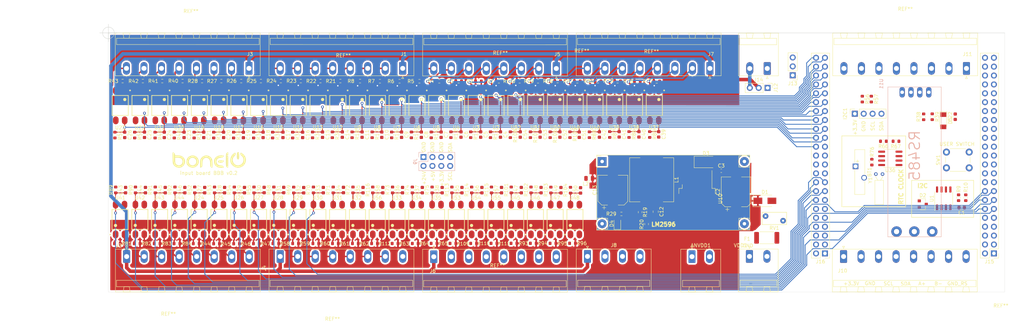
<source format=kicad_pcb>
(kicad_pcb (version 20171130) (host pcbnew "(5.1.10)-1")
  (layers (0 F.Cu signal) (31 B.Cu signal) (34 B.Paste user) (35 F.Paste user) (36 B.SilkS user) (37 F.SilkS user) (38 B.Mask user) (39 F.Mask user) (44 Edge.Cuts user))
  (net 0 "")
  (net 1 VDD_ADC)
  (net 2 GND_ADC)
  (net 3 GND)
  (net 4 "Net-(BT1-Pad1)")
  (net 5 +3V3)
  (net 6 +24V)
  (net 7 Earth)
  (net 8 P8.45)
  (net 9 P8.44)
  (net 10 P8.43)
  (net 11 P8.42)
  (net 12 P8.41)
  (net 13 P8.40)
  (net 14 P8.39)
  (net 15 P8.38)
  (net 16 +5V)
  (net 17 "Net-(C12-Pad2)")
  (net 18 P8.37)
  (net 19 P8.36)
  (net 20 P8.35)
  (net 21 P8.34)
  (net 22 P8.33)
  (net 23 P8.32)
  (net 24 P8.31)
  (net 25 P8.30)
  (net 26 P9.41)
  (net 27 P8.29)
  (net 28 P8.28)
  (net 29 P8.27)
  (net 30 P8.26)
  (net 31 P9.15)
  (net 32 P9.16)
  (net 33 P8.18)
  (net 34 P8.17)
  (net 35 P8.11)
  (net 36 P8.10)
  (net 37 P8.09)
  (net 38 P8.08)
  (net 39 P9.28)
  (net 40 P9.27)
  (net 41 P9.26)
  (net 42 P9,25)
  (net 43 P9.11)
  (net 44 P9.12)
  (net 45 P9.13)
  (net 46 P9.14)
  (net 47 P9.29)
  (net 48 P9.18)
  (net 49 P9.21)
  (net 50 P9.22)
  (net 51 P9.24)
  (net 52 P9.23)
  (net 53 P9.17)
  (net 54 P8.46)
  (net 55 P9.07)
  (net 56 P9.42)
  (net 57 P9.31)
  (net 58 P9.30)
  (net 59 "Net-(D1-Pad2)")
  (net 60 SCL_OUT)
  (net 61 SDA_OUT)
  (net 62 "Net-(D3-Pad1)")
  (net 63 "Net-(D4-Pad2)")
  (net 64 VCC)
  (net 65 SCL)
  (net 66 SDA)
  (net 67 P8.36_OUT)
  (net 68 P8.33_OUT)
  (net 69 P8.37_OUT)
  (net 70 P8.39_OUT)
  (net 71 P8.35_OUT)
  (net 72 P8.38_OUT)
  (net 73 VDD)
  (net 74 P8.34_OUT)
  (net 75 P9.16_OUT)
  (net 76 P9.12_OUT)
  (net 77 P9.15_OUT)
  (net 78 P9.11_OUT)
  (net 79 P9.13_OUT)
  (net 80 P8.18_OUT)
  (net 81 P9.14_OUT)
  (net 82 P8.27_OUT)
  (net 83 P8.31_OUT)
  (net 84 P8.28_OUT)
  (net 85 P8.32_OUT)
  (net 86 P8.30_OUT)
  (net 87 P8.26_OUT)
  (net 88 P8.29_OUT)
  (net 89 P8.11_OUT)
  (net 90 P8.16_OUT)
  (net 91 P8.12_OUT)
  (net 92 P8.17_OUT)
  (net 93 P8.15_OUT)
  (net 94 P8.10_OUT)
  (net 95 P8.14_OUT)
  (net 96 P8.41_OUT)
  (net 97 P8.45_OUT)
  (net 98 P8.42_OUT)
  (net 99 P8.46_OUT)
  (net 100 P8.44_OUT)
  (net 101 P8.40_OUT)
  (net 102 P8.43_OUT)
  (net 103 P9.42_OUT)
  (net 104 P9.29_OUT)
  (net 105 P8.07_OUT)
  (net 106 P8.09_OUT)
  (net 107 P9.31_OUT)
  (net 108 P8.08_OUT)
  (net 109 P9.30_OUT)
  (net 110 P9.23_OUT)
  (net 111 P9.27_OUT)
  (net 112 P9.24_OUT)
  (net 113 P9.28_OUT)
  (net 114 P9.26_OUT)
  (net 115 P9.17_OUT)
  (net 116 P9.25_OUT)
  (net 117 P9.18_OUT)
  (net 118 P9.21_OUT)
  (net 119 P9.22_OUT)
  (net 120 B-)
  (net 121 A+)
  (net 122 GNDD)
  (net 123 P9.33)
  (net 124 P9.39)
  (net 125 P9.37)
  (net 126 P9.36)
  (net 127 P9.40)
  (net 128 P9.38)
  (net 129 "Net-(J11-Pad8)")
  (net 130 P9.35)
  (net 131 +48V)
  (net 132 GNDA)
  (net 133 GND1)
  (net 134 RX)
  (net 135 P9.25)
  (net 136 TX)
  (net 137 "Net-(J15-Pad10)")
  (net 138 "Net-(J15-Pad9)")
  (net 139 "Net-(J15-Pad8)")
  (net 140 "Net-(J15-Pad7)")
  (net 141 P8.03)
  (net 142 P8.04)
  (net 143 P8.05)
  (net 144 P8.06)
  (net 145 P8.07)
  (net 146 P8.12)
  (net 147 P8.13)
  (net 148 P8.14)
  (net 149 P8.15)
  (net 150 P8.16)
  (net 151 P8.19)
  (net 152 P8.20)
  (net 153 P8.21)
  (net 154 P8.22)
  (net 155 P8.23)
  (net 156 P8.24)
  (net 157 P8.25)
  (net 158 "Net-(R1-Pad1)")
  (net 159 "Net-(R2-Pad1)")
  (net 160 "Net-(R3-Pad1)")
  (net 161 "Net-(R4-Pad1)")
  (net 162 "Net-(R5-Pad1)")
  (net 163 "Net-(R6-Pad1)")
  (net 164 "Net-(R7-Pad1)")
  (net 165 "Net-(R8-Pad1)")
  (net 166 "Net-(R21-Pad1)")
  (net 167 "Net-(R22-Pad1)")
  (net 168 "Net-(R23-Pad1)")
  (net 169 "Net-(R24-Pad1)")
  (net 170 "Net-(R25-Pad1)")
  (net 171 "Net-(R26-Pad1)")
  (net 172 "Net-(R27-Pad1)")
  (net 173 "Net-(R28-Pad1)")
  (net 174 "Net-(R38-Pad1)")
  (net 175 "Net-(R40-Pad1)")
  (net 176 "Net-(R41-Pad1)")
  (net 177 "Net-(R42-Pad1)")
  (net 178 "Net-(R43-Pad1)")
  (net 179 "Net-(R44-Pad1)")
  (net 180 "Net-(R45-Pad1)")
  (net 181 "Net-(R46-Pad1)")
  (net 182 "Net-(R47-Pad1)")
  (net 183 "Net-(R58-Pad1)")
  (net 184 "Net-(R59-Pad1)")
  (net 185 "Net-(R60-Pad1)")
  (net 186 "Net-(R61-Pad1)")
  (net 187 "Net-(R62-Pad1)")
  (net 188 "Net-(R63-Pad1)")
  (net 189 "Net-(R64-Pad1)")
  (net 190 "Net-(R65-Pad1)")
  (net 191 "Net-(R76-Pad2)")
  (net 192 "Net-(R77-Pad1)")
  (net 193 "Net-(R78-Pad1)")
  (net 194 "Net-(R79-Pad1)")
  (net 195 "Net-(R80-Pad1)")
  (net 196 "Net-(R81-Pad1)")
  (net 197 "Net-(R82-Pad1)")
  (net 198 "Net-(R83-Pad1)")
  (net 199 "Net-(R84-Pad1)")
  (net 200 "Net-(R93-Pad1)")
  (net 201 "Net-(R94-Pad1)")
  (net 202 "Net-(R95-Pad1)")
  (net 203 "Net-(R96-Pad1)")
  (net 204 "Net-(R97-Pad1)")
  (net 205 "Net-(R98-Pad1)")
  (net 206 "Net-(R99-Pad1)")
  (net 207 "Net-(R100-Pad1)")
  (net 208 "Net-(R109-Pad1)")
  (net 209 "Net-(R110-Pad1)")
  (net 210 "Net-(R111-Pad1)")
  (net 211 "Net-(R112-Pad1)")
  (net 212 "Net-(U36-Pad2)")
  (net 213 "Net-(U36-Pad1)")
  (module "boneIO - RM85:SOT254P975X400-4N" (layer F.Cu) (at 113.37 99.6 90)
    (fp_text reference U35 (at 6.2 -0.12 180) (layer F.SilkS) (effects (font (size 1.001874 1.001874))))
    (fp_text value PC817X2NIP0F)
    (pad 1 smd oval (at -4.25 -1.27 90) (size 2.25 1.6) (layers F.Cu F.Paste F.Mask) (net 190 "Net-(R65-Pad1)"))
    (pad 2 smd oval (at -4.25 1.27 90) (size 2.25 1.6) (layers F.Cu F.Paste F.Mask) (net 108 P8.08_OUT))
    (pad 3 smd oval (at 4.25 1.27 90) (size 2.25 1.6) (layers F.Cu F.Paste F.Mask) (net 3 GND))
    (pad 4 smd oval (at 4.25 -1.27 90) (size 2.25 1.6) (layers F.Cu F.Paste F.Mask) (net 146 P8.12))
  )
  (module Symbol:boneIO_LOGO_srednie (layer F.Cu) (at 48.45 82.625)
    (fp_text reference G*** hide)
    (fp_text value LOGO hide)
  )
  (module Module:YAAJ_DCDC_StepDown_LM2596 (layer F.Cu) (at 160.665 83.025)
    (fp_text reference REF** (at -5.79 -31.6) (layer F.SilkS))
    (fp_text value YAAJ_DCDC_StepDown_LM2596)
    (pad 3 thru_hole circle (at 40.64 17.78) (size 2.54 2.54) (drill 1) (layers *.Cu *.Mask))
    (pad 4 thru_hole circle (at 40.64 0) (size 2.54 2.54) (drill 1) (layers *.Cu *.Mask))
    (pad 2 thru_hole circle (at 0 17.78) (size 2.54 2.54) (drill 1) (layers *.Cu *.Mask))
    (pad 1 thru_hole rect (at 0 0) (size 2.54 2.54) (drill 1) (layers *.Cu *.Mask))
  )
  (module "boneIO - RM85:SOT254P975X400-4N" (layer F.Cu) (at 96.42 99.6 90)
    (fp_text reference U56 (at 6.225 -0.12 180) (layer F.SilkS) (effects (font (size 1.001874 1.001874))))
    (fp_text value PC817X2NIP0F)
    (pad 1 smd oval (at -4.25 -1.27 90) (size 2.25 1.6) (layers F.Cu F.Paste F.Mask) (net 211 "Net-(R112-Pad1)"))
    (pad 2 smd oval (at -4.25 1.27 90) (size 2.25 1.6) (layers F.Cu F.Paste F.Mask) (net 109 P9.30_OUT))
    (pad 3 smd oval (at 4.25 1.27 90) (size 2.25 1.6) (layers F.Cu F.Paste F.Mask) (net 3 GND))
    (pad 4 smd oval (at 4.25 -1.27 90) (size 2.25 1.6) (layers F.Cu F.Paste F.Mask) (net 58 P9.30))
  )
  (module "boneIO - RM85:SOT254P975X400-4N" (layer F.Cu) (at 130.32 99.6 90)
    (fp_text reference U55 (at 6.225 -0.045 180) (layer F.SilkS) (effects (font (size 1.001874 1.001874))))
    (fp_text value PC817X2NIP0F)
    (pad 1 smd oval (at -4.25 -1.27 90) (size 2.25 1.6) (layers F.Cu F.Paste F.Mask) (net 210 "Net-(R111-Pad1)"))
    (pad 2 smd oval (at -4.25 1.27 90) (size 2.25 1.6) (layers F.Cu F.Paste F.Mask) (net 107 P9.31_OUT))
    (pad 3 smd oval (at 4.25 1.27 90) (size 2.25 1.6) (layers F.Cu F.Paste F.Mask) (net 3 GND))
    (pad 4 smd oval (at 4.25 -1.27 90) (size 2.25 1.6) (layers F.Cu F.Paste F.Mask) (net 57 P9.31))
  )
  (module "boneIO - RM85:SOT254P975X400-4N" (layer F.Cu) (at 124.67 99.6 90)
    (fp_text reference U54 (at 6.2 -0.07 180) (layer F.SilkS) (effects (font (size 1.001874 1.001874))))
    (fp_text value PC817X2NIP0F)
    (pad 1 smd oval (at -4.25 -1.27 90) (size 2.25 1.6) (layers F.Cu F.Paste F.Mask) (net 209 "Net-(R110-Pad1)"))
    (pad 2 smd oval (at -4.25 1.27 90) (size 2.25 1.6) (layers F.Cu F.Paste F.Mask) (net 103 P9.42_OUT))
    (pad 3 smd oval (at 4.25 1.27 90) (size 2.25 1.6) (layers F.Cu F.Paste F.Mask) (net 3 GND))
    (pad 4 smd oval (at 4.25 -1.27 90) (size 2.25 1.6) (layers F.Cu F.Paste F.Mask) (net 56 P9.42))
  )
  (module "boneIO - RM85:SOT254P975X400-4N" (layer F.Cu) (at 119.02 99.6 90)
    (fp_text reference U53 (at 6.2 -0.195 180) (layer F.SilkS) (effects (font (size 1.001874 1.001874))))
    (fp_text value PC817X2NIP0F)
    (pad 1 smd oval (at -4.25 -1.27 90) (size 2.25 1.6) (layers F.Cu F.Paste F.Mask) (net 208 "Net-(R109-Pad1)"))
    (pad 2 smd oval (at -4.25 1.27 90) (size 2.25 1.6) (layers F.Cu F.Paste F.Mask) (net 105 P8.07_OUT))
    (pad 3 smd oval (at 4.25 1.27 90) (size 2.25 1.6) (layers F.Cu F.Paste F.Mask) (net 3 GND))
    (pad 4 smd oval (at 4.25 -1.27 90) (size 2.25 1.6) (layers F.Cu F.Paste F.Mask) (net 55 P9.07))
  )
  (module "boneIO - RM85:SOT254P975X400-4N" (layer F.Cu) (at 136.02 67.025 270)
    (fp_text reference U52 (at 6.3 -0.005 180) (layer F.SilkS) (effects (font (size 1.001874 1.001874))))
    (fp_text value PC817X2NIP0F)
    (pad 1 smd oval (at -4.25 -1.27 270) (size 2.25 1.6) (layers F.Cu F.Paste F.Mask) (net 207 "Net-(R100-Pad1)"))
    (pad 2 smd oval (at -4.25 1.27 270) (size 2.25 1.6) (layers F.Cu F.Paste F.Mask) (net 99 P8.46_OUT))
    (pad 3 smd oval (at 4.25 1.27 270) (size 2.25 1.6) (layers F.Cu F.Paste F.Mask) (net 3 GND))
    (pad 4 smd oval (at 4.25 -1.27 270) (size 2.25 1.6) (layers F.Cu F.Paste F.Mask) (net 54 P8.46))
  )
  (module "boneIO - RM85:SOT254P975X400-4N" (layer F.Cu) (at 141.67 67.025 270)
    (fp_text reference U51 (at 6.3 0.045 180) (layer F.SilkS) (effects (font (size 1.001874 1.001874))))
    (fp_text value PC817X2NIP0F)
    (pad 1 smd oval (at -4.25 -1.27 270) (size 2.25 1.6) (layers F.Cu F.Paste F.Mask) (net 206 "Net-(R99-Pad1)"))
    (pad 2 smd oval (at -4.25 1.27 270) (size 2.25 1.6) (layers F.Cu F.Paste F.Mask) (net 115 P9.17_OUT))
    (pad 3 smd oval (at 4.25 1.27 270) (size 2.25 1.6) (layers F.Cu F.Paste F.Mask) (net 3 GND))
    (pad 4 smd oval (at 4.25 -1.27 270) (size 2.25 1.6) (layers F.Cu F.Paste F.Mask) (net 53 P9.17))
  )
  (module "boneIO - RM85:SOT254P975X400-4N" (layer F.Cu) (at 147.32 67.025 270)
    (fp_text reference U50 (at 6.275 0.02 180) (layer F.SilkS) (effects (font (size 1.001874 1.001874))))
    (fp_text value PC817X2NIP0F)
    (pad 1 smd oval (at -4.25 -1.27 270) (size 2.25 1.6) (layers F.Cu F.Paste F.Mask) (net 205 "Net-(R98-Pad1)"))
    (pad 2 smd oval (at -4.25 1.27 270) (size 2.25 1.6) (layers F.Cu F.Paste F.Mask) (net 110 P9.23_OUT))
    (pad 3 smd oval (at 4.25 1.27 270) (size 2.25 1.6) (layers F.Cu F.Paste F.Mask) (net 3 GND))
    (pad 4 smd oval (at 4.25 -1.27 270) (size 2.25 1.6) (layers F.Cu F.Paste F.Mask) (net 52 P9.23))
  )
  (module "boneIO - RM85:SOT254P975X400-4N" (layer F.Cu) (at 152.97 67.025 270)
    (fp_text reference U49 (at 6.35 0.12 180) (layer F.SilkS) (effects (font (size 1.001874 1.001874))))
    (fp_text value PC817X2NIP0F)
    (pad 1 smd oval (at -4.25 -1.27 270) (size 2.25 1.6) (layers F.Cu F.Paste F.Mask) (net 204 "Net-(R97-Pad1)"))
    (pad 2 smd oval (at -4.25 1.27 270) (size 2.25 1.6) (layers F.Cu F.Paste F.Mask) (net 112 P9.24_OUT))
    (pad 3 smd oval (at 4.25 1.27 270) (size 2.25 1.6) (layers F.Cu F.Paste F.Mask) (net 3 GND))
    (pad 4 smd oval (at 4.25 -1.27 270) (size 2.25 1.6) (layers F.Cu F.Paste F.Mask) (net 51 P9.24))
  )
  (module "boneIO - RM85:SOT254P975X400-4N" (layer F.Cu) (at 152.895 99.6 90)
    (fp_text reference U48 (at 6.2 -0.145 180) (layer F.SilkS) (effects (font (size 1.001874 1.001874))))
    (fp_text value PC817X2NIP0F)
    (pad 1 smd oval (at -4.25 -1.27 90) (size 2.25 1.6) (layers F.Cu F.Paste F.Mask) (net 203 "Net-(R96-Pad1)"))
    (pad 2 smd oval (at -4.25 1.27 90) (size 2.25 1.6) (layers F.Cu F.Paste F.Mask) (net 119 P9.22_OUT))
    (pad 3 smd oval (at 4.25 1.27 90) (size 2.25 1.6) (layers F.Cu F.Paste F.Mask) (net 3 GND))
    (pad 4 smd oval (at 4.25 -1.27 90) (size 2.25 1.6) (layers F.Cu F.Paste F.Mask) (net 50 P9.22))
  )
  (module "boneIO - RM85:SOT254P975X400-4N" (layer F.Cu) (at 147.245 99.6 90)
    (fp_text reference U47 (at 6.175 -0.045 180) (layer F.SilkS) (effects (font (size 1.001874 1.001874))))
    (fp_text value PC817X2NIP0F)
    (pad 1 smd oval (at -4.25 -1.27 90) (size 2.25 1.6) (layers F.Cu F.Paste F.Mask) (net 202 "Net-(R95-Pad1)"))
    (pad 2 smd oval (at -4.25 1.27 90) (size 2.25 1.6) (layers F.Cu F.Paste F.Mask) (net 118 P9.21_OUT))
    (pad 3 smd oval (at 4.25 1.27 90) (size 2.25 1.6) (layers F.Cu F.Paste F.Mask) (net 3 GND))
    (pad 4 smd oval (at 4.25 -1.27 90) (size 2.25 1.6) (layers F.Cu F.Paste F.Mask) (net 49 P9.21))
  )
  (module "boneIO - RM85:SOT254P975X400-4N" (layer F.Cu) (at 141.6 99.6 90)
    (fp_text reference U46 (at 6.2 -0.05 180) (layer F.SilkS) (effects (font (size 1.001874 1.001874))))
    (fp_text value PC817X2NIP0F)
    (pad 1 smd oval (at -4.25 -1.27 90) (size 2.25 1.6) (layers F.Cu F.Paste F.Mask) (net 201 "Net-(R94-Pad1)"))
    (pad 2 smd oval (at -4.25 1.27 90) (size 2.25 1.6) (layers F.Cu F.Paste F.Mask) (net 117 P9.18_OUT))
    (pad 3 smd oval (at 4.25 1.27 90) (size 2.25 1.6) (layers F.Cu F.Paste F.Mask) (net 3 GND))
    (pad 4 smd oval (at 4.25 -1.27 90) (size 2.25 1.6) (layers F.Cu F.Paste F.Mask) (net 48 P9.18))
  )
  (module "boneIO - RM85:SOT254P975X400-4N" (layer F.Cu) (at 135.97 99.6 90)
    (fp_text reference U45 (at 6.2 -0.12 180) (layer F.SilkS) (effects (font (size 1.001874 1.001874))))
    (fp_text value PC817X2NIP0F)
    (pad 1 smd oval (at -4.25 -1.27 90) (size 2.25 1.6) (layers F.Cu F.Paste F.Mask) (net 200 "Net-(R93-Pad1)"))
    (pad 2 smd oval (at -4.25 1.27 90) (size 2.25 1.6) (layers F.Cu F.Paste F.Mask) (net 104 P9.29_OUT))
    (pad 3 smd oval (at 4.25 1.27 90) (size 2.25 1.6) (layers F.Cu F.Paste F.Mask) (net 3 GND))
    (pad 4 smd oval (at 4.25 -1.27 90) (size 2.25 1.6) (layers F.Cu F.Paste F.Mask) (net 47 P9.29))
  )
  (module "boneIO - RM85:SOT254P975X400-4N" (layer F.Cu) (at 39.92 99.575 90)
    (fp_text reference U44 (at 6.2 -0.07 180) (layer F.SilkS) (effects (font (size 1.001874 1.001874))))
    (fp_text value PC817X2NIP0F)
    (pad 1 smd oval (at -4.25 -1.27 90) (size 2.25 1.6) (layers F.Cu F.Paste F.Mask) (net 199 "Net-(R84-Pad1)"))
    (pad 2 smd oval (at -4.25 1.27 90) (size 2.25 1.6) (layers F.Cu F.Paste F.Mask) (net 81 P9.14_OUT))
    (pad 3 smd oval (at 4.25 1.27 90) (size 2.25 1.6) (layers F.Cu F.Paste F.Mask) (net 3 GND))
    (pad 4 smd oval (at 4.25 -1.27 90) (size 2.25 1.6) (layers F.Cu F.Paste F.Mask) (net 46 P9.14))
  )
  (module "boneIO - RM85:SOT254P975X400-4N" (layer F.Cu) (at 34.27 99.575 90)
    (fp_text reference U43 (at 6.2 -0.12 180) (layer F.SilkS) (effects (font (size 1.001874 1.001874))))
    (fp_text value PC817X2NIP0F)
    (pad 1 smd oval (at -4.25 -1.27 90) (size 2.25 1.6) (layers F.Cu F.Paste F.Mask) (net 198 "Net-(R83-Pad1)"))
    (pad 2 smd oval (at -4.25 1.27 90) (size 2.25 1.6) (layers F.Cu F.Paste F.Mask) (net 79 P9.13_OUT))
    (pad 3 smd oval (at 4.25 1.27 90) (size 2.25 1.6) (layers F.Cu F.Paste F.Mask) (net 3 GND))
    (pad 4 smd oval (at 4.25 -1.27 90) (size 2.25 1.6) (layers F.Cu F.Paste F.Mask) (net 45 P9.13))
  )
  (module "boneIO - RM85:SOT254P975X400-4N" (layer F.Cu) (at 28.62 99.575 90)
    (fp_text reference U42 (at 6.175 -0.02 180) (layer F.SilkS) (effects (font (size 1.001874 1.001874))))
    (fp_text value PC817X2NIP0F)
    (pad 1 smd oval (at -4.25 -1.27 90) (size 2.25 1.6) (layers F.Cu F.Paste F.Mask) (net 197 "Net-(R82-Pad1)"))
    (pad 2 smd oval (at -4.25 1.27 90) (size 2.25 1.6) (layers F.Cu F.Paste F.Mask) (net 76 P9.12_OUT))
    (pad 3 smd oval (at 4.25 1.27 90) (size 2.25 1.6) (layers F.Cu F.Paste F.Mask) (net 3 GND))
    (pad 4 smd oval (at 4.25 -1.27 90) (size 2.25 1.6) (layers F.Cu F.Paste F.Mask) (net 44 P9.12))
  )
  (module "boneIO - RM85:SOT254P975X400-4N" (layer F.Cu) (at 22.97 99.6 90)
    (fp_text reference U41 (at 6.2 0.055 180) (layer F.SilkS) (effects (font (size 1.001874 1.001874))))
    (fp_text value PC817X2NIP0F)
    (pad 1 smd oval (at -4.25 -1.27 90) (size 2.25 1.6) (layers F.Cu F.Paste F.Mask) (net 196 "Net-(R81-Pad1)"))
    (pad 2 smd oval (at -4.25 1.27 90) (size 2.25 1.6) (layers F.Cu F.Paste F.Mask) (net 78 P9.11_OUT))
    (pad 3 smd oval (at 4.25 1.27 90) (size 2.25 1.6) (layers F.Cu F.Paste F.Mask) (net 3 GND))
    (pad 4 smd oval (at 4.25 -1.27 90) (size 2.25 1.6) (layers F.Cu F.Paste F.Mask) (net 43 P9.11))
  )
  (module "boneIO - RM85:SOT254P975X400-4N" (layer F.Cu) (at 158.62 67.025 270)
    (fp_text reference U40 (at 6.325 -0.005 180) (layer F.SilkS) (effects (font (size 1.001874 1.001874))))
    (fp_text value PC817X2NIP0F)
    (pad 1 smd oval (at -4.25 -1.27 270) (size 2.25 1.6) (layers F.Cu F.Paste F.Mask) (net 195 "Net-(R80-Pad1)"))
    (pad 2 smd oval (at -4.25 1.27 270) (size 2.25 1.6) (layers F.Cu F.Paste F.Mask) (net 116 P9.25_OUT))
    (pad 3 smd oval (at 4.25 1.27 270) (size 2.25 1.6) (layers F.Cu F.Paste F.Mask) (net 3 GND))
    (pad 4 smd oval (at 4.25 -1.27 270) (size 2.25 1.6) (layers F.Cu F.Paste F.Mask) (net 42 P9,25))
  )
  (module "boneIO - RM85:SOT254P975X400-4N" (layer F.Cu) (at 164.27 67.025 270)
    (fp_text reference U39 (at 6.3 0.12 180) (layer F.SilkS) (effects (font (size 1.001874 1.001874))))
    (fp_text value PC817X2NIP0F)
    (pad 1 smd oval (at -4.25 -1.27 270) (size 2.25 1.6) (layers F.Cu F.Paste F.Mask) (net 194 "Net-(R79-Pad1)"))
    (pad 2 smd oval (at -4.25 1.27 270) (size 2.25 1.6) (layers F.Cu F.Paste F.Mask) (net 114 P9.26_OUT))
    (pad 3 smd oval (at 4.25 1.27 270) (size 2.25 1.6) (layers F.Cu F.Paste F.Mask) (net 3 GND))
    (pad 4 smd oval (at 4.25 -1.27 270) (size 2.25 1.6) (layers F.Cu F.Paste F.Mask) (net 41 P9.26))
  )
  (module "boneIO - RM85:SOT254P975X400-4N" (layer F.Cu) (at 169.92 67.025 270)
    (fp_text reference U38 (at 6.275 0.12 180) (layer F.SilkS) (effects (font (size 1.001874 1.001874))))
    (fp_text value PC817X2NIP0F)
    (pad 1 smd oval (at -4.25 -1.27 270) (size 2.25 1.6) (layers F.Cu F.Paste F.Mask) (net 193 "Net-(R78-Pad1)"))
    (pad 2 smd oval (at -4.25 1.27 270) (size 2.25 1.6) (layers F.Cu F.Paste F.Mask) (net 111 P9.27_OUT))
    (pad 3 smd oval (at 4.25 1.27 270) (size 2.25 1.6) (layers F.Cu F.Paste F.Mask) (net 3 GND))
    (pad 4 smd oval (at 4.25 -1.27 270) (size 2.25 1.6) (layers F.Cu F.Paste F.Mask) (net 40 P9.27))
  )
  (module "boneIO - RM85:SOT254P975X400-4N" (layer F.Cu) (at 175.57 67.025 270)
    (fp_text reference U37 (at 6.3 0.095 180) (layer F.SilkS) (effects (font (size 1.001874 1.001874))))
    (fp_text value PC817X2NIP0F)
    (pad 1 smd oval (at -4.25 -1.27 270) (size 2.25 1.6) (layers F.Cu F.Paste F.Mask) (net 192 "Net-(R77-Pad1)"))
    (pad 2 smd oval (at -4.25 1.27 270) (size 2.25 1.6) (layers F.Cu F.Paste F.Mask) (net 113 P9.28_OUT))
    (pad 3 smd oval (at 4.25 1.27 270) (size 2.25 1.6) (layers F.Cu F.Paste F.Mask) (net 3 GND))
    (pad 4 smd oval (at 4.25 -1.27 270) (size 2.25 1.6) (layers F.Cu F.Paste F.Mask) (net 39 P9.28))
  )
  (module "boneIO - RM85:SOT254P975X400-4N" (layer F.Cu) (at 107.72 99.6 90)
    (fp_text reference U34 (at 6.225 -0.095 180) (layer F.SilkS) (effects (font (size 1.001874 1.001874))))
    (fp_text value PC817X2NIP0F)
    (pad 1 smd oval (at -4.25 -1.27 90) (size 2.25 1.6) (layers F.Cu F.Paste F.Mask) (net 189 "Net-(R64-Pad1)"))
    (pad 2 smd oval (at -4.25 1.27 90) (size 2.25 1.6) (layers F.Cu F.Paste F.Mask) (net 106 P8.09_OUT))
    (pad 3 smd oval (at 4.25 1.27 90) (size 2.25 1.6) (layers F.Cu F.Paste F.Mask) (net 3 GND))
    (pad 4 smd oval (at 4.25 -1.27 90) (size 2.25 1.6) (layers F.Cu F.Paste F.Mask) (net 35 P8.11))
  )
  (module "boneIO - RM85:SOT254P975X400-4N" (layer F.Cu) (at 102.07 99.6 90)
    (fp_text reference U33 (at 6.2 -0.095 180) (layer F.SilkS) (effects (font (size 1.001874 1.001874))))
    (fp_text value PC817X2NIP0F)
    (pad 1 smd oval (at -4.25 -1.27 90) (size 2.25 1.6) (layers F.Cu F.Paste F.Mask) (net 188 "Net-(R63-Pad1)"))
    (pad 2 smd oval (at -4.25 1.27 90) (size 2.25 1.6) (layers F.Cu F.Paste F.Mask) (net 94 P8.10_OUT))
    (pad 3 smd oval (at 4.25 1.27 90) (size 2.25 1.6) (layers F.Cu F.Paste F.Mask) (net 3 GND))
    (pad 4 smd oval (at 4.25 -1.27 90) (size 2.25 1.6) (layers F.Cu F.Paste F.Mask) (net 36 P8.10))
  )
  (module "boneIO - RM85:SOT254P975X400-4N" (layer F.Cu) (at 90.77 99.6 90)
    (fp_text reference U32 (at 6.225 -0.27 180) (layer F.SilkS) (effects (font (size 1.001874 1.001874))))
    (fp_text value PC817X2NIP0F)
    (pad 1 smd oval (at -4.25 -1.27 90) (size 2.25 1.6) (layers F.Cu F.Paste F.Mask) (net 187 "Net-(R62-Pad1)"))
    (pad 2 smd oval (at -4.25 1.27 90) (size 2.25 1.6) (layers F.Cu F.Paste F.Mask) (net 89 P8.11_OUT))
    (pad 3 smd oval (at 4.25 1.27 90) (size 2.25 1.6) (layers F.Cu F.Paste F.Mask) (net 3 GND))
    (pad 4 smd oval (at 4.25 -1.27 90) (size 2.25 1.6) (layers F.Cu F.Paste F.Mask) (net 37 P8.09))
  )
  (module "boneIO - RM85:SOT254P975X400-4N" (layer F.Cu) (at 85.12 99.6 90)
    (fp_text reference U31 (at 6.225 -0.07 180) (layer F.SilkS) (effects (font (size 1.001874 1.001874))))
    (fp_text value PC817X2NIP0F)
    (pad 1 smd oval (at -4.25 -1.27 90) (size 2.25 1.6) (layers F.Cu F.Paste F.Mask) (net 186 "Net-(R61-Pad1)"))
    (pad 2 smd oval (at -4.25 1.27 90) (size 2.25 1.6) (layers F.Cu F.Paste F.Mask) (net 91 P8.12_OUT))
    (pad 3 smd oval (at 4.25 1.27 90) (size 2.25 1.6) (layers F.Cu F.Paste F.Mask) (net 3 GND))
    (pad 4 smd oval (at 4.25 -1.27 90) (size 2.25 1.6) (layers F.Cu F.Paste F.Mask) (net 38 P8.08))
  )
  (module "boneIO - RM85:SOT254P975X400-4N" (layer F.Cu) (at 79.47 99.575 90)
    (fp_text reference U30 (at 6.2 -0.095 180) (layer F.SilkS) (effects (font (size 1.001874 1.001874))))
    (fp_text value PC817X2NIP0F)
    (pad 1 smd oval (at -4.25 -1.27 90) (size 2.25 1.6) (layers F.Cu F.Paste F.Mask) (net 185 "Net-(R60-Pad1)"))
    (pad 2 smd oval (at -4.25 1.27 90) (size 2.25 1.6) (layers F.Cu F.Paste F.Mask) (net 95 P8.14_OUT))
    (pad 3 smd oval (at 4.25 1.27 90) (size 2.25 1.6) (layers F.Cu F.Paste F.Mask) (net 3 GND))
    (pad 4 smd oval (at 4.25 -1.27 90) (size 2.25 1.6) (layers F.Cu F.Paste F.Mask) (net 34 P8.17))
  )
  (module "boneIO - RM85:SOT254P975X400-4N" (layer F.Cu) (at 73.82 99.575 90)
    (fp_text reference U29 (at 6.2 -0.12 180) (layer F.SilkS) (effects (font (size 1.001874 1.001874))))
    (fp_text value PC817X2NIP0F)
    (pad 1 smd oval (at -4.25 -1.27 90) (size 2.25 1.6) (layers F.Cu F.Paste F.Mask) (net 184 "Net-(R59-Pad1)"))
    (pad 2 smd oval (at -4.25 1.27 90) (size 2.25 1.6) (layers F.Cu F.Paste F.Mask) (net 93 P8.15_OUT))
    (pad 3 smd oval (at 4.25 1.27 90) (size 2.25 1.6) (layers F.Cu F.Paste F.Mask) (net 3 GND))
    (pad 4 smd oval (at 4.25 -1.27 90) (size 2.25 1.6) (layers F.Cu F.Paste F.Mask) (net 33 P8.18))
  )
  (module "boneIO - RM85:SOT254P975X400-4N" (layer F.Cu) (at 68.17 99.575 90)
    (fp_text reference U28 (at 6.225 -0.045 180) (layer F.SilkS) (effects (font (size 1.001874 1.001874))))
    (fp_text value PC817X2NIP0F)
    (pad 1 smd oval (at -4.25 -1.27 90) (size 2.25 1.6) (layers F.Cu F.Paste F.Mask) (net 183 "Net-(R58-Pad1)"))
    (pad 2 smd oval (at -4.25 1.27 90) (size 2.25 1.6) (layers F.Cu F.Paste F.Mask) (net 90 P8.16_OUT))
    (pad 3 smd oval (at 4.25 1.27 90) (size 2.25 1.6) (layers F.Cu F.Paste F.Mask) (net 3 GND))
    (pad 4 smd oval (at 4.25 -1.27 90) (size 2.25 1.6) (layers F.Cu F.Paste F.Mask) (net 150 P8.16))
  )
  (module "boneIO - RM85:SOT254P975X400-4N" (layer F.Cu) (at 62.52 99.575 90)
    (fp_text reference U27 (at 6.25 -0.02 180) (layer F.SilkS) (effects (font (size 1.001874 1.001874))))
    (fp_text value PC817X2NIP0F)
    (pad 1 smd oval (at -4.25 -1.27 90) (size 2.25 1.6) (layers F.Cu F.Paste F.Mask) (net 182 "Net-(R47-Pad1)"))
    (pad 2 smd oval (at -4.25 1.27 90) (size 2.25 1.6) (layers F.Cu F.Paste F.Mask) (net 92 P8.17_OUT))
    (pad 3 smd oval (at 4.25 1.27 90) (size 2.25 1.6) (layers F.Cu F.Paste F.Mask) (net 3 GND))
    (pad 4 smd oval (at 4.25 -1.27 90) (size 2.25 1.6) (layers F.Cu F.Paste F.Mask) (net 149 P8.15))
  )
  (module "boneIO - RM85:SOT254P975X400-4N" (layer F.Cu) (at 56.87 99.575 90)
    (fp_text reference U26 (at 6.225 0.03 180) (layer F.SilkS) (effects (font (size 1.001874 1.001874))))
    (fp_text value PC817X2NIP0F)
    (pad 1 smd oval (at -4.25 -1.27 90) (size 2.25 1.6) (layers F.Cu F.Paste F.Mask) (net 181 "Net-(R46-Pad1)"))
    (pad 2 smd oval (at -4.25 1.27 90) (size 2.25 1.6) (layers F.Cu F.Paste F.Mask) (net 80 P8.18_OUT))
    (pad 3 smd oval (at 4.25 1.27 90) (size 2.25 1.6) (layers F.Cu F.Paste F.Mask) (net 3 GND))
    (pad 4 smd oval (at 4.25 -1.27 90) (size 2.25 1.6) (layers F.Cu F.Paste F.Mask) (net 148 P8.14))
  )
  (module "boneIO - RM85:SOT254P975X400-4N" (layer F.Cu) (at 51.22 99.575 90)
    (fp_text reference U25 (at 6.2 -0.145 180) (layer F.SilkS) (effects (font (size 1.001874 1.001874))))
    (fp_text value PC817X2NIP0F)
    (pad 1 smd oval (at -4.25 -1.27 90) (size 2.25 1.6) (layers F.Cu F.Paste F.Mask) (net 180 "Net-(R45-Pad1)"))
    (pad 2 smd oval (at -4.25 1.27 90) (size 2.25 1.6) (layers F.Cu F.Paste F.Mask) (net 75 P9.16_OUT))
    (pad 3 smd oval (at 4.25 1.27 90) (size 2.25 1.6) (layers F.Cu F.Paste F.Mask) (net 3 GND))
    (pad 4 smd oval (at 4.25 -1.27 90) (size 2.25 1.6) (layers F.Cu F.Paste F.Mask) (net 32 P9.16))
  )
  (module "boneIO - RM85:SOT254P975X400-4N" (layer F.Cu) (at 45.57 99.575 90)
    (fp_text reference U24 (at 6.2 -0.045 180) (layer F.SilkS) (effects (font (size 1.001874 1.001874))))
    (fp_text value PC817X2NIP0F)
    (pad 1 smd oval (at -4.25 -1.27 90) (size 2.25 1.6) (layers F.Cu F.Paste F.Mask) (net 179 "Net-(R44-Pad1)"))
    (pad 2 smd oval (at -4.25 1.27 90) (size 2.25 1.6) (layers F.Cu F.Paste F.Mask) (net 77 P9.15_OUT))
    (pad 3 smd oval (at 4.25 1.27 90) (size 2.25 1.6) (layers F.Cu F.Paste F.Mask) (net 3 GND))
    (pad 4 smd oval (at 4.25 -1.27 90) (size 2.25 1.6) (layers F.Cu F.Paste F.Mask) (net 31 P9.15))
  )
  (module "boneIO - RM85:SOT254P975X400-4N" (layer F.Cu) (at 23.02 67.025 270)
    (fp_text reference U23 (at 6.325 -0.005 180) (layer F.SilkS) (effects (font (size 1.001874 1.001874))))
    (fp_text value PC817X2NIP0F)
    (pad 1 smd oval (at -4.25 -1.27 270) (size 2.25 1.6) (layers F.Cu F.Paste F.Mask) (net 178 "Net-(R43-Pad1)"))
    (pad 2 smd oval (at -4.25 1.27 270) (size 2.25 1.6) (layers F.Cu F.Paste F.Mask) (net 87 P8.26_OUT))
    (pad 3 smd oval (at 4.25 1.27 270) (size 2.25 1.6) (layers F.Cu F.Paste F.Mask) (net 3 GND))
    (pad 4 smd oval (at 4.25 -1.27 270) (size 2.25 1.6) (layers F.Cu F.Paste F.Mask) (net 30 P8.26))
  )
  (module "boneIO - RM85:SOT254P975X400-4N" (layer F.Cu) (at 28.67 67.025 270)
    (fp_text reference U22 (at 6.325 0.045 180) (layer F.SilkS) (effects (font (size 1.001874 1.001874))))
    (fp_text value PC817X2NIP0F)
    (pad 1 smd oval (at -4.25 -1.27 270) (size 2.25 1.6) (layers F.Cu F.Paste F.Mask) (net 177 "Net-(R42-Pad1)"))
    (pad 2 smd oval (at -4.25 1.27 270) (size 2.25 1.6) (layers F.Cu F.Paste F.Mask) (net 82 P8.27_OUT))
    (pad 3 smd oval (at 4.25 1.27 270) (size 2.25 1.6) (layers F.Cu F.Paste F.Mask) (net 3 GND))
    (pad 4 smd oval (at 4.25 -1.27 270) (size 2.25 1.6) (layers F.Cu F.Paste F.Mask) (net 29 P8.27))
  )
  (module "boneIO - RM85:SOT254P975X400-4N" (layer F.Cu) (at 34.32 67.025 270)
    (fp_text reference U21 (at 6.3 0.045 180) (layer F.SilkS) (effects (font (size 1.001874 1.001874))))
    (fp_text value PC817X2NIP0F)
    (pad 1 smd oval (at -4.25 -1.27 270) (size 2.25 1.6) (layers F.Cu F.Paste F.Mask) (net 176 "Net-(R41-Pad1)"))
    (pad 2 smd oval (at -4.25 1.27 270) (size 2.25 1.6) (layers F.Cu F.Paste F.Mask) (net 84 P8.28_OUT))
    (pad 3 smd oval (at 4.25 1.27 270) (size 2.25 1.6) (layers F.Cu F.Paste F.Mask) (net 3 GND))
    (pad 4 smd oval (at 4.25 -1.27 270) (size 2.25 1.6) (layers F.Cu F.Paste F.Mask) (net 28 P8.28))
  )
  (module "boneIO - RM85:SOT254P975X400-4N" (layer F.Cu) (at 39.97 67.025 270)
    (fp_text reference U20 (at 6.325 0.095 180) (layer F.SilkS) (effects (font (size 1.001874 1.001874))))
    (fp_text value PC817X2NIP0F)
    (pad 1 smd oval (at -4.25 -1.27 270) (size 2.25 1.6) (layers F.Cu F.Paste F.Mask) (net 175 "Net-(R40-Pad1)"))
    (pad 2 smd oval (at -4.25 1.27 270) (size 2.25 1.6) (layers F.Cu F.Paste F.Mask) (net 88 P8.29_OUT))
    (pad 3 smd oval (at 4.25 1.27 270) (size 2.25 1.6) (layers F.Cu F.Paste F.Mask) (net 3 GND))
    (pad 4 smd oval (at 4.25 -1.27 270) (size 2.25 1.6) (layers F.Cu F.Paste F.Mask) (net 27 P8.29))
  )
  (module "boneIO - RM85:SOT254P975X400-4N" (layer F.Cu) (at 45.62 67.025 270)
    (fp_text reference U19 (at 6.375 0.02 180) (layer F.SilkS) (effects (font (size 1.001874 1.001874))))
    (fp_text value PC817X2NIP0F)
    (pad 1 smd oval (at -4.25 -1.27 270) (size 2.25 1.6) (layers F.Cu F.Paste F.Mask) (net 173 "Net-(R28-Pad1)"))
    (pad 2 smd oval (at -4.25 1.27 270) (size 2.25 1.6) (layers F.Cu F.Paste F.Mask) (net 86 P8.30_OUT))
    (pad 3 smd oval (at 4.25 1.27 270) (size 2.25 1.6) (layers F.Cu F.Paste F.Mask) (net 3 GND))
    (pad 4 smd oval (at 4.25 -1.27 270) (size 2.25 1.6) (layers F.Cu F.Paste F.Mask) (net 25 P8.30))
  )
  (module "boneIO - RM85:SOT254P975X400-4N" (layer F.Cu) (at 51.27 67 270)
    (fp_text reference U18 (at 6.35 0.045 180) (layer F.SilkS) (effects (font (size 1.001874 1.001874))))
    (fp_text value PC817X2NIP0F)
    (pad 1 smd oval (at -4.25 -1.27 270) (size 2.25 1.6) (layers F.Cu F.Paste F.Mask) (net 172 "Net-(R27-Pad1)"))
    (pad 2 smd oval (at -4.25 1.27 270) (size 2.25 1.6) (layers F.Cu F.Paste F.Mask) (net 83 P8.31_OUT))
    (pad 3 smd oval (at 4.25 1.27 270) (size 2.25 1.6) (layers F.Cu F.Paste F.Mask) (net 3 GND))
    (pad 4 smd oval (at 4.25 -1.27 270) (size 2.25 1.6) (layers F.Cu F.Paste F.Mask) (net 24 P8.31))
  )
  (module "boneIO - RM85:SOT254P975X400-4N" (layer F.Cu) (at 56.92 67.025 270)
    (fp_text reference U17 (at 6.325 0.045 180) (layer F.SilkS) (effects (font (size 1.001874 1.001874))))
    (fp_text value PC817X2NIP0F)
    (pad 1 smd oval (at -4.25 -1.27 270) (size 2.25 1.6) (layers F.Cu F.Paste F.Mask) (net 171 "Net-(R26-Pad1)"))
    (pad 2 smd oval (at -4.25 1.27 270) (size 2.25 1.6) (layers F.Cu F.Paste F.Mask) (net 85 P8.32_OUT))
    (pad 3 smd oval (at 4.25 1.27 270) (size 2.25 1.6) (layers F.Cu F.Paste F.Mask) (net 3 GND))
    (pad 4 smd oval (at 4.25 -1.27 270) (size 2.25 1.6) (layers F.Cu F.Paste F.Mask) (net 23 P8.32))
  )
  (module "boneIO - RM85:SOT254P975X400-4N" (layer F.Cu) (at 62.57 67.025 270)
    (fp_text reference U16 (at 6.325 0.02 180) (layer F.SilkS) (effects (font (size 1.001874 1.001874))))
    (fp_text value PC817X2NIP0F)
    (pad 1 smd oval (at -4.25 -1.27 270) (size 2.25 1.6) (layers F.Cu F.Paste F.Mask) (net 170 "Net-(R25-Pad1)"))
    (pad 2 smd oval (at -4.25 1.27 270) (size 2.25 1.6) (layers F.Cu F.Paste F.Mask) (net 68 P8.33_OUT))
    (pad 3 smd oval (at 4.25 1.27 270) (size 2.25 1.6) (layers F.Cu F.Paste F.Mask) (net 3 GND))
    (pad 4 smd oval (at 4.25 -1.27 270) (size 2.25 1.6) (layers F.Cu F.Paste F.Mask) (net 22 P8.33))
  )
  (module "boneIO - RM85:SOT254P975X400-4N" (layer F.Cu) (at 68.22 67.025 270)
    (fp_text reference U15 (at 6.275 0.02 180) (layer F.SilkS) (effects (font (size 1.001874 1.001874))))
    (fp_text value PC817X2NIP0F)
    (pad 1 smd oval (at -4.25 -1.27 270) (size 2.25 1.6) (layers F.Cu F.Paste F.Mask) (net 169 "Net-(R24-Pad1)"))
    (pad 2 smd oval (at -4.25 1.27 270) (size 2.25 1.6) (layers F.Cu F.Paste F.Mask) (net 74 P8.34_OUT))
    (pad 3 smd oval (at 4.25 1.27 270) (size 2.25 1.6) (layers F.Cu F.Paste F.Mask) (net 3 GND))
    (pad 4 smd oval (at 4.25 -1.27 270) (size 2.25 1.6) (layers F.Cu F.Paste F.Mask) (net 21 P8.34))
  )
  (module "boneIO - RM85:SOT254P975X400-4N" (layer F.Cu) (at 73.87 67.025 270)
    (fp_text reference U14 (at 6.25 0.02 180) (layer F.SilkS) (effects (font (size 1.001874 1.001874))))
    (fp_text value PC817X2NIP0F)
    (pad 1 smd oval (at -4.25 -1.27 270) (size 2.25 1.6) (layers F.Cu F.Paste F.Mask) (net 168 "Net-(R23-Pad1)"))
    (pad 2 smd oval (at -4.25 1.27 270) (size 2.25 1.6) (layers F.Cu F.Paste F.Mask) (net 71 P8.35_OUT))
    (pad 3 smd oval (at 4.25 1.27 270) (size 2.25 1.6) (layers F.Cu F.Paste F.Mask) (net 3 GND))
    (pad 4 smd oval (at 4.25 -1.27 270) (size 2.25 1.6) (layers F.Cu F.Paste F.Mask) (net 20 P8.35))
  )
  (module "boneIO - RM85:SOT254P975X400-4N" (layer F.Cu) (at 79.52 67.025 270)
    (fp_text reference U13 (at 6.3 0.045 180) (layer F.SilkS) (effects (font (size 1.001874 1.001874))))
    (fp_text value PC817X2NIP0F)
    (pad 1 smd oval (at -4.25 -1.27 270) (size 2.25 1.6) (layers F.Cu F.Paste F.Mask) (net 167 "Net-(R22-Pad1)"))
    (pad 2 smd oval (at -4.25 1.27 270) (size 2.25 1.6) (layers F.Cu F.Paste F.Mask) (net 67 P8.36_OUT))
    (pad 3 smd oval (at 4.25 1.27 270) (size 2.25 1.6) (layers F.Cu F.Paste F.Mask) (net 3 GND))
    (pad 4 smd oval (at 4.25 -1.27 270) (size 2.25 1.6) (layers F.Cu F.Paste F.Mask) (net 19 P8.36))
  )
  (module "boneIO - RM85:SOT254P975X400-4N" (layer F.Cu) (at 85.17 67.025 270)
    (fp_text reference U12 (at 6.3 0.02 180) (layer F.SilkS) (effects (font (size 1.001874 1.001874))))
    (fp_text value PC817X2NIP0F)
    (pad 1 smd oval (at -4.25 -1.27 270) (size 2.25 1.6) (layers F.Cu F.Paste F.Mask) (net 166 "Net-(R21-Pad1)"))
    (pad 2 smd oval (at -4.25 1.27 270) (size 2.25 1.6) (layers F.Cu F.Paste F.Mask) (net 69 P8.37_OUT))
    (pad 3 smd oval (at 4.25 1.27 270) (size 2.25 1.6) (layers F.Cu F.Paste F.Mask) (net 3 GND))
    (pad 4 smd oval (at 4.25 -1.27 270) (size 2.25 1.6) (layers F.Cu F.Paste F.Mask) (net 18 P8.37))
  )
  (module "boneIO - RM85:SOT254P975X400-4N" (layer F.Cu) (at 90.82 67.025 270)
    (fp_text reference U9 (at 6.275 -0.03 180) (layer F.SilkS) (effects (font (size 1.001874 1.001874))))
    (fp_text value PC817X2NIP0F)
    (pad 1 smd oval (at -4.25 -1.27 270) (size 2.25 1.6) (layers F.Cu F.Paste F.Mask) (net 165 "Net-(R8-Pad1)"))
    (pad 2 smd oval (at -4.25 1.27 270) (size 2.25 1.6) (layers F.Cu F.Paste F.Mask) (net 72 P8.38_OUT))
    (pad 3 smd oval (at 4.25 1.27 270) (size 2.25 1.6) (layers F.Cu F.Paste F.Mask) (net 3 GND))
    (pad 4 smd oval (at 4.25 -1.27 270) (size 2.25 1.6) (layers F.Cu F.Paste F.Mask) (net 15 P8.38))
  )
  (module "boneIO - RM85:SOT254P975X400-4N" (layer F.Cu) (at 96.47 67.025 270)
    (fp_text reference U8 (at 6.3 0.02 180) (layer F.SilkS) (effects (font (size 1.001874 1.001874))))
    (fp_text value PC817X2NIP0F)
    (pad 1 smd oval (at -4.25 -1.27 270) (size 2.25 1.6) (layers F.Cu F.Paste F.Mask) (net 164 "Net-(R7-Pad1)"))
    (pad 2 smd oval (at -4.25 1.27 270) (size 2.25 1.6) (layers F.Cu F.Paste F.Mask) (net 70 P8.39_OUT))
    (pad 3 smd oval (at 4.25 1.27 270) (size 2.25 1.6) (layers F.Cu F.Paste F.Mask) (net 3 GND))
    (pad 4 smd oval (at 4.25 -1.27 270) (size 2.25 1.6) (layers F.Cu F.Paste F.Mask) (net 14 P8.39))
  )
  (module "boneIO - RM85:SOT254P975X400-4N" (layer F.Cu) (at 102.12 67.025 270)
    (fp_text reference U7 (at 6.325 0.12 180) (layer F.SilkS) (effects (font (size 1.001874 1.001874))))
    (fp_text value PC817X2NIP0F)
    (pad 1 smd oval (at -4.25 -1.27 270) (size 2.25 1.6) (layers F.Cu F.Paste F.Mask) (net 163 "Net-(R6-Pad1)"))
    (pad 2 smd oval (at -4.25 1.27 270) (size 2.25 1.6) (layers F.Cu F.Paste F.Mask) (net 101 P8.40_OUT))
    (pad 3 smd oval (at 4.25 1.27 270) (size 2.25 1.6) (layers F.Cu F.Paste F.Mask) (net 3 GND))
    (pad 4 smd oval (at 4.25 -1.27 270) (size 2.25 1.6) (layers F.Cu F.Paste F.Mask) (net 13 P8.40))
  )
  (module "boneIO - RM85:SOT254P975X400-4N" (layer F.Cu) (at 107.77 67.025 270)
    (fp_text reference U6 (at 6.325 -0.03 180) (layer F.SilkS) (effects (font (size 1.001874 1.001874))))
    (fp_text value PC817X2NIP0F)
    (pad 1 smd oval (at -4.25 -1.27 270) (size 2.25 1.6) (layers F.Cu F.Paste F.Mask) (net 162 "Net-(R5-Pad1)"))
    (pad 2 smd oval (at -4.25 1.27 270) (size 2.25 1.6) (layers F.Cu F.Paste F.Mask) (net 96 P8.41_OUT))
    (pad 3 smd oval (at 4.25 1.27 270) (size 2.25 1.6) (layers F.Cu F.Paste F.Mask) (net 3 GND))
    (pad 4 smd oval (at 4.25 -1.27 270) (size 2.25 1.6) (layers F.Cu F.Paste F.Mask) (net 12 P8.41))
  )
  (module "boneIO - RM85:SOT254P975X400-4N" (layer F.Cu) (at 113.42 67.025 270)
    (fp_text reference U5 (at 6.325 0.095 180) (layer F.SilkS) (effects (font (size 1.001874 1.001874))))
    (fp_text value PC817X2NIP0F)
    (pad 1 smd oval (at -4.25 -1.27 270) (size 2.25 1.6) (layers F.Cu F.Paste F.Mask) (net 161 "Net-(R4-Pad1)"))
    (pad 2 smd oval (at -4.25 1.27 270) (size 2.25 1.6) (layers F.Cu F.Paste F.Mask) (net 98 P8.42_OUT))
    (pad 3 smd oval (at 4.25 1.27 270) (size 2.25 1.6) (layers F.Cu F.Paste F.Mask) (net 3 GND))
    (pad 4 smd oval (at 4.25 -1.27 270) (size 2.25 1.6) (layers F.Cu F.Paste F.Mask) (net 11 P8.42))
  )
  (module "boneIO - RM85:SOT254P975X400-4N" (layer F.Cu) (at 119.07 67.025 270)
    (fp_text reference U4 (at 6.325 0.045 180) (layer F.SilkS) (effects (font (size 1.001874 1.001874))))
    (fp_text value PC817X2NIP0F)
    (pad 1 smd oval (at -4.25 -1.27 270) (size 2.25 1.6) (layers F.Cu F.Paste F.Mask) (net 160 "Net-(R3-Pad1)"))
    (pad 2 smd oval (at -4.25 1.27 270) (size 2.25 1.6) (layers F.Cu F.Paste F.Mask) (net 102 P8.43_OUT))
    (pad 3 smd oval (at 4.25 1.27 270) (size 2.25 1.6) (layers F.Cu F.Paste F.Mask) (net 3 GND))
    (pad 4 smd oval (at 4.25 -1.27 270) (size 2.25 1.6) (layers F.Cu F.Paste F.Mask) (net 10 P8.43))
  )
  (module "boneIO - RM85:SOT254P975X400-4N" (layer F.Cu) (at 124.72 67.025 270)
    (fp_text reference U3 (at 6.325 0.045 180) (layer F.SilkS) (effects (font (size 1.001874 1.001874))))
    (fp_text value PC817X2NIP0F)
    (pad 1 smd oval (at -4.25 -1.27 270) (size 2.25 1.6) (layers F.Cu F.Paste F.Mask) (net 159 "Net-(R2-Pad1)"))
    (pad 2 smd oval (at -4.25 1.27 270) (size 2.25 1.6) (layers F.Cu F.Paste F.Mask) (net 100 P8.44_OUT))
    (pad 3 smd oval (at 4.25 1.27 270) (size 2.25 1.6) (layers F.Cu F.Paste F.Mask) (net 3 GND))
    (pad 4 smd oval (at 4.25 -1.27 270) (size 2.25 1.6) (layers F.Cu F.Paste F.Mask) (net 9 P8.44))
  )
  (module "boneIO - RM85:SOT254P975X400-4N" (layer F.Cu) (at 130.37 67.025 270)
    (fp_text reference U2 (at 6.25 -0.005 180) (layer F.SilkS) (effects (font (size 1.001874 1.001874))))
    (fp_text value PC817X2NIP0F)
    (pad 1 smd oval (at -4.25 -1.27 270) (size 2.25 1.6) (layers F.Cu F.Paste F.Mask) (net 158 "Net-(R1-Pad1)"))
    (pad 2 smd oval (at -4.25 1.27 270) (size 2.25 1.6) (layers F.Cu F.Paste F.Mask) (net 97 P8.45_OUT))
    (pad 3 smd oval (at 4.25 1.27 270) (size 2.25 1.6) (layers F.Cu F.Paste F.Mask) (net 3 GND))
    (pad 4 smd oval (at 4.25 -1.27 270) (size 2.25 1.6) (layers F.Cu F.Paste F.Mask) (net 8 P8.45))
  )
  (module Resistor_SMD:R_0603_1608Metric (layer F.Cu) (at 95.15 91.15 90)
    (fp_text reference R116 (at 0 -1.43 90) (layer F.SilkS))
    (fp_text value 10k)
    (pad 2 smd roundrect (at 0.825 0 90) (size 0.8 0.95) (layers F.Cu F.Paste F.Mask) (net 5 +3V3))
    (pad 1 smd roundrect (at -0.825 0 90) (size 0.8 0.95) (layers F.Cu F.Paste F.Mask) (net 58 P9.30))
  )
  (module Resistor_SMD:R_0603_1608Metric (layer F.Cu) (at 129.05 91.15 90)
    (fp_text reference R115 (at 0 -1.43 90) (layer F.SilkS))
    (fp_text value 10k)
    (pad 2 smd roundrect (at 0.825 0 90) (size 0.8 0.95) (layers F.Cu F.Paste F.Mask) (net 5 +3V3))
    (pad 1 smd roundrect (at -0.825 0 90) (size 0.8 0.95) (layers F.Cu F.Paste F.Mask) (net 57 P9.31))
  )
  (module Resistor_SMD:R_0603_1608Metric (layer F.Cu) (at 123.4 91.15 90)
    (fp_text reference R114 (at 0 -1.43 90) (layer F.SilkS))
    (fp_text value 10k)
    (pad 2 smd roundrect (at 0.825 0 90) (size 0.8 0.95) (layers F.Cu F.Paste F.Mask) (net 5 +3V3))
    (pad 1 smd roundrect (at -0.825 0 90) (size 0.8 0.95) (layers F.Cu F.Paste F.Mask) (net 56 P9.42))
  )
  (module Resistor_SMD:R_0603_1608Metric (layer F.Cu) (at 117.75 91.15 90)
    (fp_text reference R113 (at 0 -1.43 90) (layer F.SilkS))
    (fp_text value 10k)
    (pad 2 smd roundrect (at 0.825 0 90) (size 0.8 0.95) (layers F.Cu F.Paste F.Mask) (net 5 +3V3))
    (pad 1 smd roundrect (at -0.825 0 90) (size 0.8 0.95) (layers F.Cu F.Paste F.Mask) (net 55 P9.07))
  )
  (module Resistor_SMD:R_0603_1608Metric (layer F.Cu) (at 95.65 106.45)
    (fp_text reference R112 (at 2.925 0.05) (layer F.SilkS) (effects (font (size 0.9 0.9))))
    (fp_text value 4.7k)
    (pad 2 smd roundrect (at 0.825 0) (size 0.8 0.95) (layers F.Cu F.Paste F.Mask) (net 132 GNDA))
    (pad 1 smd roundrect (at -0.825 0) (size 0.8 0.95) (layers F.Cu F.Paste F.Mask) (net 211 "Net-(R112-Pad1)"))
  )
  (module Resistor_SMD:R_0603_1608Metric (layer F.Cu) (at 129.775 106.4)
    (fp_text reference R111 (at 2.85 0.075) (layer F.SilkS) (effects (font (size 0.9 0.9))))
    (fp_text value 4.7k)
    (pad 2 smd roundrect (at 0.825 0) (size 0.8 0.95) (layers F.Cu F.Paste F.Mask) (net 132 GNDA))
    (pad 1 smd roundrect (at -0.825 0) (size 0.8 0.95) (layers F.Cu F.Paste F.Mask) (net 210 "Net-(R111-Pad1)"))
  )
  (module Resistor_SMD:R_0603_1608Metric (layer F.Cu) (at 123.95 106.425)
    (fp_text reference R110 (at 2.9 0) (layer F.SilkS) (effects (font (size 0.9 0.9))))
    (fp_text value 4.7k)
    (pad 2 smd roundrect (at 0.825 0) (size 0.8 0.95) (layers F.Cu F.Paste F.Mask) (net 132 GNDA))
    (pad 1 smd roundrect (at -0.825 0) (size 0.8 0.95) (layers F.Cu F.Paste F.Mask) (net 209 "Net-(R110-Pad1)"))
  )
  (module Resistor_SMD:R_0603_1608Metric (layer F.Cu) (at 118.05 106.425)
    (fp_text reference R109 (at 2.9 0.1) (layer F.SilkS) (effects (font (size 0.9 0.9))))
    (fp_text value 4.7k)
    (pad 2 smd roundrect (at 0.825 0) (size 0.8 0.95) (layers F.Cu F.Paste F.Mask) (net 132 GNDA))
    (pad 1 smd roundrect (at -0.825 0) (size 0.8 0.95) (layers F.Cu F.Paste F.Mask) (net 208 "Net-(R109-Pad1)"))
  )
  (module Resistor_SMD:R_0603_1608Metric (layer F.Cu) (at 134.45 75.375 270)
    (fp_text reference R108 (at 0.35 -1.425 90) (layer F.SilkS))
    (fp_text value 10k)
    (pad 2 smd roundrect (at 0.825 0 270) (size 0.8 0.95) (layers F.Cu F.Paste F.Mask) (net 5 +3V3))
    (pad 1 smd roundrect (at -0.825 0 270) (size 0.8 0.95) (layers F.Cu F.Paste F.Mask) (net 54 P8.46))
  )
  (module Resistor_SMD:R_0603_1608Metric (layer F.Cu) (at 140.175 75.375 270)
    (fp_text reference R107 (at 0.425 -1.43 90) (layer F.SilkS))
    (fp_text value 10k)
    (pad 2 smd roundrect (at 0.825 0 270) (size 0.8 0.95) (layers F.Cu F.Paste F.Mask) (net 5 +3V3))
    (pad 1 smd roundrect (at -0.825 0 270) (size 0.8 0.95) (layers F.Cu F.Paste F.Mask) (net 53 P9.17))
  )
  (module Resistor_SMD:R_0603_1608Metric (layer F.Cu) (at 145.825 75.375 270)
    (fp_text reference R106 (at 0.45 -1.4 90) (layer F.SilkS))
    (fp_text value 10k)
    (pad 2 smd roundrect (at 0.825 0 270) (size 0.8 0.95) (layers F.Cu F.Paste F.Mask) (net 5 +3V3))
    (pad 1 smd roundrect (at -0.825 0 270) (size 0.8 0.95) (layers F.Cu F.Paste F.Mask) (net 52 P9.23))
  )
  (module Resistor_SMD:R_0603_1608Metric (layer F.Cu) (at 151.475 75.375 270)
    (fp_text reference R105 (at 0 -1.43 90) (layer F.SilkS))
    (fp_text value 10k)
    (pad 2 smd roundrect (at 0.825 0 270) (size 0.8 0.95) (layers F.Cu F.Paste F.Mask) (net 5 +3V3))
    (pad 1 smd roundrect (at -0.825 0 270) (size 0.8 0.95) (layers F.Cu F.Paste F.Mask) (net 51 P9.24))
  )
  (module Resistor_SMD:R_0603_1608Metric (layer F.Cu) (at 151.625 91.225 90)
    (fp_text reference R104 (at 0 -1.43 90) (layer F.SilkS))
    (fp_text value 10k)
    (pad 2 smd roundrect (at 0.825 0 90) (size 0.8 0.95) (layers F.Cu F.Paste F.Mask) (net 5 +3V3))
    (pad 1 smd roundrect (at -0.825 0 90) (size 0.8 0.95) (layers F.Cu F.Paste F.Mask) (net 50 P9.22))
  )
  (module Resistor_SMD:R_0603_1608Metric (layer F.Cu) (at 146.025 91.175 90)
    (fp_text reference R103 (at 0 -1.43 90) (layer F.SilkS))
    (fp_text value 10k)
    (pad 2 smd roundrect (at 0.825 0 90) (size 0.8 0.95) (layers F.Cu F.Paste F.Mask) (net 5 +3V3))
    (pad 1 smd roundrect (at -0.825 0 90) (size 0.8 0.95) (layers F.Cu F.Paste F.Mask) (net 49 P9.21))
  )
  (module Resistor_SMD:R_0603_1608Metric (layer F.Cu) (at 140.35 91.15 90)
    (fp_text reference R102 (at 0 -1.43 90) (layer F.SilkS))
    (fp_text value 10k)
    (pad 2 smd roundrect (at 0.825 0 90) (size 0.8 0.95) (layers F.Cu F.Paste F.Mask) (net 5 +3V3))
    (pad 1 smd roundrect (at -0.825 0 90) (size 0.8 0.95) (layers F.Cu F.Paste F.Mask) (net 48 P9.18))
  )
  (module Resistor_SMD:R_0603_1608Metric (layer F.Cu) (at 134.7 91.15 90)
    (fp_text reference R101 (at 0 -1.43 90) (layer F.SilkS))
    (fp_text value 10k)
    (pad 2 smd roundrect (at 0.825 0 90) (size 0.8 0.95) (layers F.Cu F.Paste F.Mask) (net 5 +3V3))
    (pad 1 smd roundrect (at -0.825 0 90) (size 0.8 0.95) (layers F.Cu F.Paste F.Mask) (net 47 P9.29))
  )
  (module Resistor_SMD:R_0603_1608Metric (layer F.Cu) (at 137.1 60.1 180)
    (fp_text reference R100 (at 2.975 -0.025 180) (layer F.SilkS) (effects (font (size 0.9 0.9))))
    (fp_text value 4.7k)
    (pad 2 smd roundrect (at 0.825 0 180) (size 0.8 0.95) (layers F.Cu F.Paste F.Mask) (net 132 GNDA))
    (pad 1 smd roundrect (at -0.825 0 180) (size 0.8 0.95) (layers F.Cu F.Paste F.Mask) (net 207 "Net-(R100-Pad1)"))
  )
  (module Resistor_SMD:R_0603_1608Metric (layer F.Cu) (at 142.35 60.1 180)
    (fp_text reference R99 (at 2.625 0) (layer F.SilkS))
    (fp_text value 4.7k)
    (pad 2 smd roundrect (at 0.825 0 180) (size 0.8 0.95) (layers F.Cu F.Paste F.Mask) (net 132 GNDA))
    (pad 1 smd roundrect (at -0.825 0 180) (size 0.8 0.95) (layers F.Cu F.Paste F.Mask) (net 206 "Net-(R99-Pad1)"))
  )
  (module Resistor_SMD:R_0603_1608Metric (layer F.Cu) (at 147.95 60.05 180)
    (fp_text reference R98 (at 2.775 -0.025) (layer F.SilkS))
    (fp_text value 4.7k)
    (pad 2 smd roundrect (at 0.825 0 180) (size 0.8 0.95) (layers F.Cu F.Paste F.Mask) (net 132 GNDA))
    (pad 1 smd roundrect (at -0.825 0 180) (size 0.8 0.95) (layers F.Cu F.Paste F.Mask) (net 205 "Net-(R98-Pad1)"))
  )
  (module Resistor_SMD:R_0603_1608Metric (layer F.Cu) (at 153.575 60.1 180)
    (fp_text reference R97 (at 2.675 0) (layer F.SilkS))
    (fp_text value 4.7k)
    (pad 2 smd roundrect (at 0.825 0 180) (size 0.8 0.95) (layers F.Cu F.Paste F.Mask) (net 132 GNDA))
    (pad 1 smd roundrect (at -0.825 0 180) (size 0.8 0.95) (layers F.Cu F.Paste F.Mask) (net 204 "Net-(R97-Pad1)"))
  )
  (module Resistor_SMD:R_0603_1608Metric (layer F.Cu) (at 152.2 106.4)
    (fp_text reference R96 (at 2.65 0) (layer F.SilkS))
    (fp_text value 4.7k)
    (pad 2 smd roundrect (at 0.825 0) (size 0.8 0.95) (layers F.Cu F.Paste F.Mask) (net 132 GNDA))
    (pad 1 smd roundrect (at -0.825 0) (size 0.8 0.95) (layers F.Cu F.Paste F.Mask) (net 203 "Net-(R96-Pad1)"))
  )
  (module Resistor_SMD:R_0603_1608Metric (layer F.Cu) (at 146.625 106.4)
    (fp_text reference R95 (at 2.675 0.05) (layer F.SilkS))
    (fp_text value 4.7k)
    (pad 2 smd roundrect (at 0.825 0) (size 0.8 0.95) (layers F.Cu F.Paste F.Mask) (net 132 GNDA))
    (pad 1 smd roundrect (at -0.825 0) (size 0.8 0.95) (layers F.Cu F.Paste F.Mask) (net 202 "Net-(R95-Pad1)"))
  )
  (module Resistor_SMD:R_0603_1608Metric (layer F.Cu) (at 141 106.4)
    (fp_text reference R94 (at 2.675 0.025) (layer F.SilkS))
    (fp_text value 4.7k)
    (pad 2 smd roundrect (at 0.825 0) (size 0.8 0.95) (layers F.Cu F.Paste F.Mask) (net 132 GNDA))
    (pad 1 smd roundrect (at -0.825 0) (size 0.8 0.95) (layers F.Cu F.Paste F.Mask) (net 201 "Net-(R94-Pad1)"))
  )
  (module Resistor_SMD:R_0603_1608Metric (layer F.Cu) (at 135.475 106.4)
    (fp_text reference R93 (at 2.75 0.025) (layer F.SilkS))
    (fp_text value 4.7k)
    (pad 2 smd roundrect (at 0.825 0) (size 0.8 0.95) (layers F.Cu F.Paste F.Mask) (net 132 GNDA))
    (pad 1 smd roundrect (at -0.825 0) (size 0.8 0.95) (layers F.Cu F.Paste F.Mask) (net 200 "Net-(R93-Pad1)"))
  )
  (module Resistor_SMD:R_0603_1608Metric (layer F.Cu) (at 38.65 91.15 90)
    (fp_text reference R92 (at 0 -1.43 90) (layer F.SilkS))
    (fp_text value 10k)
    (pad 2 smd roundrect (at 0.825 0 90) (size 0.8 0.95) (layers F.Cu F.Paste F.Mask) (net 5 +3V3))
    (pad 1 smd roundrect (at -0.825 0 90) (size 0.8 0.95) (layers F.Cu F.Paste F.Mask) (net 46 P9.14))
  )
  (module Resistor_SMD:R_0603_1608Metric (layer F.Cu) (at 33.025 91.15 90)
    (fp_text reference R91 (at 0 -1.43 90) (layer F.SilkS))
    (fp_text value 10k)
    (pad 2 smd roundrect (at 0.825 0 90) (size 0.8 0.95) (layers F.Cu F.Paste F.Mask) (net 5 +3V3))
    (pad 1 smd roundrect (at -0.825 0 90) (size 0.8 0.95) (layers F.Cu F.Paste F.Mask) (net 45 P9.13))
  )
  (module Resistor_SMD:R_0603_1608Metric (layer F.Cu) (at 27.375 91.15 90)
    (fp_text reference R90 (at 0 -1.325 90) (layer F.SilkS))
    (fp_text value 10k)
    (pad 2 smd roundrect (at 0.825 0 90) (size 0.8 0.95) (layers F.Cu F.Paste F.Mask) (net 5 +3V3))
    (pad 1 smd roundrect (at -0.825 0 90) (size 0.8 0.95) (layers F.Cu F.Paste F.Mask) (net 44 P9.12))
  )
  (module Resistor_SMD:R_0603_1608Metric (layer F.Cu) (at 21.725 91.15 90)
    (fp_text reference R89 (at 0 -1.325 90) (layer F.SilkS))
    (fp_text value 10k)
    (pad 2 smd roundrect (at 0.825 0 90) (size 0.8 0.95) (layers F.Cu F.Paste F.Mask) (net 5 +3V3))
    (pad 1 smd roundrect (at -0.825 0 90) (size 0.8 0.95) (layers F.Cu F.Paste F.Mask) (net 43 P9.11))
  )
  (module Resistor_SMD:R_0603_1608Metric (layer F.Cu) (at 157.025 75.375 270)
    (fp_text reference R88 (at 0 -1.43 90) (layer F.SilkS))
    (fp_text value 10k)
    (pad 2 smd roundrect (at 0.825 0 270) (size 0.8 0.95) (layers F.Cu F.Paste F.Mask) (net 5 +3V3))
    (pad 1 smd roundrect (at -0.825 0 270) (size 0.8 0.95) (layers F.Cu F.Paste F.Mask) (net 42 P9,25))
  )
  (module Resistor_SMD:R_0603_1608Metric (layer F.Cu) (at 162.825 75.325 270)
    (fp_text reference R87 (at 0 -1.43 90) (layer F.SilkS))
    (fp_text value 10k)
    (pad 2 smd roundrect (at 0.825 0 270) (size 0.8 0.95) (layers F.Cu F.Paste F.Mask) (net 5 +3V3))
    (pad 1 smd roundrect (at -0.825 0 270) (size 0.8 0.95) (layers F.Cu F.Paste F.Mask) (net 41 P9.26))
  )
  (module Resistor_SMD:R_0603_1608Metric (layer F.Cu) (at 168.35 75.325 270)
    (fp_text reference R86 (at 0 -1.43 90) (layer F.SilkS))
    (fp_text value 10k)
    (pad 2 smd roundrect (at 0.825 0 270) (size 0.8 0.95) (layers F.Cu F.Paste F.Mask) (net 5 +3V3))
    (pad 1 smd roundrect (at -0.825 0 270) (size 0.8 0.95) (layers F.Cu F.Paste F.Mask) (net 40 P9.27))
  )
  (module Resistor_SMD:R_0603_1608Metric (layer F.Cu) (at 174.25 75.325 270)
    (fp_text reference R85 (at 0 -1.43 90) (layer F.SilkS))
    (fp_text value 10k)
    (pad 2 smd roundrect (at 0.825 0 270) (size 0.8 0.95) (layers F.Cu F.Paste F.Mask) (net 5 +3V3))
    (pad 1 smd roundrect (at -0.825 0 270) (size 0.8 0.95) (layers F.Cu F.Paste F.Mask) (net 39 P9.28))
  )
  (module Resistor_SMD:R_0603_1608Metric (layer F.Cu) (at 39.225 106.475)
    (fp_text reference R84 (at 2.8 0.025) (layer F.SilkS))
    (fp_text value 4.7k)
    (pad 2 smd roundrect (at 0.825 0) (size 0.8 0.95) (layers F.Cu F.Paste F.Mask) (net 132 GNDA))
    (pad 1 smd roundrect (at -0.825 0) (size 0.8 0.95) (layers F.Cu F.Paste F.Mask) (net 199 "Net-(R84-Pad1)"))
  )
  (module Resistor_SMD:R_0603_1608Metric (layer F.Cu) (at 33.55 106.475)
    (fp_text reference R83 (at 2.7 0) (layer F.SilkS))
    (fp_text value 4.7k)
    (pad 2 smd roundrect (at 0.825 0) (size 0.8 0.95) (layers F.Cu F.Paste F.Mask) (net 132 GNDA))
    (pad 1 smd roundrect (at -0.825 0) (size 0.8 0.95) (layers F.Cu F.Paste F.Mask) (net 198 "Net-(R83-Pad1)"))
  )
  (module Resistor_SMD:R_0603_1608Metric (layer F.Cu) (at 27.85 106.475)
    (fp_text reference R82 (at 2.675 0) (layer F.SilkS))
    (fp_text value 4.7k)
    (pad 2 smd roundrect (at 0.825 0) (size 0.8 0.95) (layers F.Cu F.Paste F.Mask) (net 132 GNDA))
    (pad 1 smd roundrect (at -0.825 0) (size 0.8 0.95) (layers F.Cu F.Paste F.Mask) (net 197 "Net-(R82-Pad1)"))
  )
  (module Resistor_SMD:R_0603_1608Metric (layer F.Cu) (at 22.2 106.475)
    (fp_text reference R81 (at 2.65 0.025) (layer F.SilkS))
    (fp_text value 4.7k)
    (pad 2 smd roundrect (at 0.825 0) (size 0.8 0.95) (layers F.Cu F.Paste F.Mask) (net 132 GNDA))
    (pad 1 smd roundrect (at -0.825 0) (size 0.8 0.95) (layers F.Cu F.Paste F.Mask) (net 196 "Net-(R81-Pad1)"))
  )
  (module Resistor_SMD:R_0603_1608Metric (layer F.Cu) (at 159.475 60.1 180)
    (fp_text reference R80 (at 2.675 0.025) (layer F.SilkS))
    (fp_text value 4.7k)
    (pad 2 smd roundrect (at 0.825 0 180) (size 0.8 0.95) (layers F.Cu F.Paste F.Mask) (net 132 GNDA))
    (pad 1 smd roundrect (at -0.825 0 180) (size 0.8 0.95) (layers F.Cu F.Paste F.Mask) (net 195 "Net-(R80-Pad1)"))
  )
  (module Resistor_SMD:R_0603_1608Metric (layer F.Cu) (at 165.075 60.1 180)
    (fp_text reference R79 (at 2.675 0.1) (layer F.SilkS))
    (fp_text value 4.7k)
    (pad 2 smd roundrect (at 0.825 0 180) (size 0.8 0.95) (layers F.Cu F.Paste F.Mask) (net 132 GNDA))
    (pad 1 smd roundrect (at -0.825 0 180) (size 0.8 0.95) (layers F.Cu F.Paste F.Mask) (net 194 "Net-(R79-Pad1)"))
  )
  (module Resistor_SMD:R_0603_1608Metric (layer F.Cu) (at 170.725 60.1 180)
    (fp_text reference R78 (at 2.6 -0.025) (layer F.SilkS))
    (fp_text value 4.7k)
    (pad 2 smd roundrect (at 0.825 0 180) (size 0.8 0.95) (layers F.Cu F.Paste F.Mask) (net 132 GNDA))
    (pad 1 smd roundrect (at -0.825 0 180) (size 0.8 0.95) (layers F.Cu F.Paste F.Mask) (net 193 "Net-(R78-Pad1)"))
  )
  (module Resistor_SMD:R_0603_1608Metric (layer F.Cu) (at 176.25 60.125 180)
    (fp_text reference R77 (at 2.6 0.025) (layer F.SilkS))
    (fp_text value 4.7k)
    (pad 2 smd roundrect (at 0.825 0 180) (size 0.8 0.95) (layers F.Cu F.Paste F.Mask) (net 132 GNDA))
    (pad 1 smd roundrect (at -0.825 0 180) (size 0.8 0.95) (layers F.Cu F.Paste F.Mask) (net 192 "Net-(R77-Pad1)"))
  )
  (module Resistor_SMD:R_0603_1608Metric (layer F.Cu) (at 112.1 91.15 90)
    (fp_text reference R75 (at 0 -1.43 90) (layer F.SilkS))
    (fp_text value 10k)
    (pad 2 smd roundrect (at 0.825 0 90) (size 0.8 0.95) (layers F.Cu F.Paste F.Mask) (net 5 +3V3))
    (pad 1 smd roundrect (at -0.825 0 90) (size 0.8 0.95) (layers F.Cu F.Paste F.Mask) (net 146 P8.12))
  )
  (module Resistor_SMD:R_0603_1608Metric (layer F.Cu) (at 106.45 91.15 90)
    (fp_text reference R74 (at 0 -1.43 90) (layer F.SilkS))
    (fp_text value 10k)
    (pad 2 smd roundrect (at 0.825 0 90) (size 0.8 0.95) (layers F.Cu F.Paste F.Mask) (net 5 +3V3))
    (pad 1 smd roundrect (at -0.825 0 90) (size 0.8 0.95) (layers F.Cu F.Paste F.Mask) (net 35 P8.11))
  )
  (module Resistor_SMD:R_0603_1608Metric (layer F.Cu) (at 100.8 91.15 90)
    (fp_text reference R73 (at 0 -1.43 90) (layer F.SilkS))
    (fp_text value 10k)
    (pad 2 smd roundrect (at 0.825 0 90) (size 0.8 0.95) (layers F.Cu F.Paste F.Mask) (net 5 +3V3))
    (pad 1 smd roundrect (at -0.825 0 90) (size 0.8 0.95) (layers F.Cu F.Paste F.Mask) (net 36 P8.10))
  )
  (module Resistor_SMD:R_0603_1608Metric (layer F.Cu) (at 89.5 91.15 90)
    (fp_text reference R72 (at 0 -1.43 90) (layer F.SilkS))
    (fp_text value 10k)
    (pad 2 smd roundrect (at 0.825 0 90) (size 0.8 0.95) (layers F.Cu F.Paste F.Mask) (net 5 +3V3))
    (pad 1 smd roundrect (at -0.825 0 90) (size 0.8 0.95) (layers F.Cu F.Paste F.Mask) (net 37 P8.09))
  )
  (module Resistor_SMD:R_0603_1608Metric (layer F.Cu) (at 83.85 91.15 90)
    (fp_text reference R71 (at 0 -1.43 90) (layer F.SilkS))
    (fp_text value 10k)
    (pad 2 smd roundrect (at 0.825 0 90) (size 0.8 0.95) (layers F.Cu F.Paste F.Mask) (net 5 +3V3))
    (pad 1 smd roundrect (at -0.825 0 90) (size 0.8 0.95) (layers F.Cu F.Paste F.Mask) (net 38 P8.08))
  )
  (module Resistor_SMD:R_0603_1608Metric (layer F.Cu) (at 78.2 91.15 90)
    (fp_text reference R70 (at 0 -1.43 90) (layer F.SilkS))
    (fp_text value 10k)
    (pad 2 smd roundrect (at 0.825 0 90) (size 0.8 0.95) (layers F.Cu F.Paste F.Mask) (net 5 +3V3))
    (pad 1 smd roundrect (at -0.825 0 90) (size 0.8 0.95) (layers F.Cu F.Paste F.Mask) (net 34 P8.17))
  )
  (module Resistor_SMD:R_0603_1608Metric (layer F.Cu) (at 72.575 91.175 90)
    (fp_text reference R69 (at 0 -1.43 90) (layer F.SilkS))
    (fp_text value 10k)
    (pad 2 smd roundrect (at 0.825 0 90) (size 0.8 0.95) (layers F.Cu F.Paste F.Mask) (net 5 +3V3))
    (pad 1 smd roundrect (at -0.825 0 90) (size 0.8 0.95) (layers F.Cu F.Paste F.Mask) (net 33 P8.18))
  )
  (module Resistor_SMD:R_0603_1608Metric (layer F.Cu) (at 66.9 91.15 90)
    (fp_text reference R68 (at 0 -1.43 90) (layer F.SilkS))
    (fp_text value 10k)
    (pad 2 smd roundrect (at 0.825 0 90) (size 0.8 0.95) (layers F.Cu F.Paste F.Mask) (net 5 +3V3))
    (pad 1 smd roundrect (at -0.825 0 90) (size 0.8 0.95) (layers F.Cu F.Paste F.Mask) (net 150 P8.16))
  )
  (module Resistor_SMD:R_0603_1608Metric (layer F.Cu) (at 112.65 106.425)
    (fp_text reference R65 (at 2.625 0) (layer F.SilkS))
    (fp_text value 4.7k)
    (pad 2 smd roundrect (at 0.825 0) (size 0.8 0.95) (layers F.Cu F.Paste F.Mask) (net 132 GNDA))
    (pad 1 smd roundrect (at -0.825 0) (size 0.8 0.95) (layers F.Cu F.Paste F.Mask) (net 190 "Net-(R65-Pad1)"))
  )
  (module Resistor_SMD:R_0603_1608Metric (layer F.Cu) (at 107.275 106.45)
    (fp_text reference R64 (at 2.6 0) (layer F.SilkS))
    (fp_text value 4.7k)
    (pad 2 smd roundrect (at 0.825 0) (size 0.8 0.95) (layers F.Cu F.Paste F.Mask) (net 132 GNDA))
    (pad 1 smd roundrect (at -0.825 0) (size 0.8 0.95) (layers F.Cu F.Paste F.Mask) (net 189 "Net-(R64-Pad1)"))
  )
  (module Resistor_SMD:R_0603_1608Metric (layer F.Cu) (at 101.525 106.45)
    (fp_text reference R63 (at 2.6 0.075) (layer F.SilkS))
    (fp_text value 4.7k)
    (pad 2 smd roundrect (at 0.825 0) (size 0.8 0.95) (layers F.Cu F.Paste F.Mask) (net 132 GNDA))
    (pad 1 smd roundrect (at -0.825 0) (size 0.8 0.95) (layers F.Cu F.Paste F.Mask) (net 188 "Net-(R63-Pad1)"))
  )
  (module Resistor_SMD:R_0603_1608Metric (layer F.Cu) (at 90.175 106.45)
    (fp_text reference R62 (at 2.55 0.075) (layer F.SilkS))
    (fp_text value 4.7k)
    (pad 2 smd roundrect (at 0.825 0) (size 0.8 0.95) (layers F.Cu F.Paste F.Mask) (net 132 GNDA))
    (pad 1 smd roundrect (at -0.825 0) (size 0.8 0.95) (layers F.Cu F.Paste F.Mask) (net 187 "Net-(R62-Pad1)"))
  )
  (module Resistor_SMD:R_0603_1608Metric (layer F.Cu) (at 84.475 106.45)
    (fp_text reference R61 (at 2.575 0.05) (layer F.SilkS))
    (fp_text value 4.7k)
    (pad 2 smd roundrect (at 0.825 0) (size 0.8 0.95) (layers F.Cu F.Paste F.Mask) (net 132 GNDA))
    (pad 1 smd roundrect (at -0.825 0) (size 0.8 0.95) (layers F.Cu F.Paste F.Mask) (net 186 "Net-(R61-Pad1)"))
  )
  (module Resistor_SMD:R_0603_1608Metric (layer F.Cu) (at 78.875 106.45)
    (fp_text reference R60 (at 2.65 0.025) (layer F.SilkS))
    (fp_text value 4.7k)
    (pad 2 smd roundrect (at 0.825 0) (size 0.8 0.95) (layers F.Cu F.Paste F.Mask) (net 132 GNDA))
    (pad 1 smd roundrect (at -0.825 0) (size 0.8 0.95) (layers F.Cu F.Paste F.Mask) (net 185 "Net-(R60-Pad1)"))
  )
  (module Resistor_SMD:R_0603_1608Metric (layer F.Cu) (at 73.1 106.45)
    (fp_text reference R59 (at 2.625 0.05) (layer F.SilkS))
    (fp_text value 4.7k)
    (pad 2 smd roundrect (at 0.825 0) (size 0.8 0.95) (layers F.Cu F.Paste F.Mask) (net 132 GNDA))
    (pad 1 smd roundrect (at -0.825 0) (size 0.8 0.95) (layers F.Cu F.Paste F.Mask) (net 184 "Net-(R59-Pad1)"))
  )
  (module Resistor_SMD:R_0603_1608Metric (layer F.Cu) (at 67.45 106.45)
    (fp_text reference R58 (at 2.625 0.075) (layer F.SilkS))
    (fp_text value 4.7k)
    (pad 2 smd roundrect (at 0.825 0) (size 0.8 0.95) (layers F.Cu F.Paste F.Mask) (net 132 GNDA))
    (pad 1 smd roundrect (at -0.825 0) (size 0.8 0.95) (layers F.Cu F.Paste F.Mask) (net 183 "Net-(R58-Pad1)"))
  )
  (module Resistor_SMD:R_0603_1608Metric (layer F.Cu) (at 61.225 91.15 90)
    (fp_text reference R55 (at 0 -1.43 90) (layer F.SilkS))
    (fp_text value 10k)
    (pad 2 smd roundrect (at 0.825 0 90) (size 0.8 0.95) (layers F.Cu F.Paste F.Mask) (net 5 +3V3))
    (pad 1 smd roundrect (at -0.825 0 90) (size 0.8 0.95) (layers F.Cu F.Paste F.Mask) (net 149 P8.15))
  )
  (module Resistor_SMD:R_0603_1608Metric (layer F.Cu) (at 55.6 91.15 90)
    (fp_text reference R54 (at 0 -1.43 90) (layer F.SilkS))
    (fp_text value 10k)
    (pad 2 smd roundrect (at 0.825 0 90) (size 0.8 0.95) (layers F.Cu F.Paste F.Mask) (net 5 +3V3))
    (pad 1 smd roundrect (at -0.825 0 90) (size 0.8 0.95) (layers F.Cu F.Paste F.Mask) (net 148 P8.14))
  )
  (module Resistor_SMD:R_0603_1608Metric (layer F.Cu) (at 49.95 91.15 90)
    (fp_text reference R53 (at 0 -1.43 90) (layer F.SilkS))
    (fp_text value 10k)
    (pad 2 smd roundrect (at 0.825 0 90) (size 0.8 0.95) (layers F.Cu F.Paste F.Mask) (net 5 +3V3))
    (pad 1 smd roundrect (at -0.825 0 90) (size 0.8 0.95) (layers F.Cu F.Paste F.Mask) (net 32 P9.16))
  )
  (module Resistor_SMD:R_0603_1608Metric (layer F.Cu) (at 44.3 91.15 90)
    (fp_text reference R52 (at 0 -1.43 90) (layer F.SilkS))
    (fp_text value 10k)
    (pad 2 smd roundrect (at 0.825 0 90) (size 0.8 0.95) (layers F.Cu F.Paste F.Mask) (net 5 +3V3))
    (pad 1 smd roundrect (at -0.825 0 90) (size 0.8 0.95) (layers F.Cu F.Paste F.Mask) (net 31 P9.15))
  )
  (module Resistor_SMD:R_0603_1608Metric (layer F.Cu) (at 21.5 75.475 270)
    (fp_text reference R51 (at 0 -1.43 90) (layer F.SilkS))
    (fp_text value 10k)
    (pad 2 smd roundrect (at 0.825 0 270) (size 0.8 0.95) (layers F.Cu F.Paste F.Mask) (net 5 +3V3))
    (pad 1 smd roundrect (at -0.825 0 270) (size 0.8 0.95) (layers F.Cu F.Paste F.Mask) (net 30 P8.26))
  )
  (module Resistor_SMD:R_0603_1608Metric (layer F.Cu) (at 27.15 75.475 270)
    (fp_text reference R50 (at 0 -1.43 90) (layer F.SilkS))
    (fp_text value 10k)
    (pad 2 smd roundrect (at 0.825 0 270) (size 0.8 0.95) (layers F.Cu F.Paste F.Mask) (net 5 +3V3))
    (pad 1 smd roundrect (at -0.825 0 270) (size 0.8 0.95) (layers F.Cu F.Paste F.Mask) (net 29 P8.27))
  )
  (module Resistor_SMD:R_0603_1608Metric (layer F.Cu) (at 32.975 75.475 270)
    (fp_text reference R49 (at 0 -1.43 90) (layer F.SilkS))
    (fp_text value 10k)
    (pad 2 smd roundrect (at 0.825 0 270) (size 0.8 0.95) (layers F.Cu F.Paste F.Mask) (net 5 +3V3))
    (pad 1 smd roundrect (at -0.825 0 270) (size 0.8 0.95) (layers F.Cu F.Paste F.Mask) (net 28 P8.28))
  )
  (module Resistor_SMD:R_0603_1608Metric (layer F.Cu) (at 38.45 75.475 270)
    (fp_text reference R48 (at 0 -1.43 90) (layer F.SilkS))
    (fp_text value 10k)
    (pad 2 smd roundrect (at 0.825 0 270) (size 0.8 0.95) (layers F.Cu F.Paste F.Mask) (net 5 +3V3))
    (pad 1 smd roundrect (at -0.825 0 270) (size 0.8 0.95) (layers F.Cu F.Paste F.Mask) (net 27 P8.29))
  )
  (module Resistor_SMD:R_0603_1608Metric (layer F.Cu) (at 61.9 106.475)
    (fp_text reference R47 (at 2.6 0.075) (layer F.SilkS))
    (fp_text value 4.7k)
    (pad 2 smd roundrect (at 0.825 0) (size 0.8 0.95) (layers F.Cu F.Paste F.Mask) (net 132 GNDA))
    (pad 1 smd roundrect (at -0.825 0) (size 0.8 0.95) (layers F.Cu F.Paste F.Mask) (net 182 "Net-(R47-Pad1)"))
  )
  (module Resistor_SMD:R_0603_1608Metric (layer F.Cu) (at 56.25 106.5)
    (fp_text reference R46 (at 2.625 0.075) (layer F.SilkS))
    (fp_text value 4.7k)
    (pad 2 smd roundrect (at 0.825 0) (size 0.8 0.95) (layers F.Cu F.Paste F.Mask) (net 132 GNDA))
    (pad 1 smd roundrect (at -0.825 0) (size 0.8 0.95) (layers F.Cu F.Paste F.Mask) (net 181 "Net-(R46-Pad1)"))
  )
  (module Resistor_SMD:R_0603_1608Metric (layer F.Cu) (at 50.525 106.5)
    (fp_text reference R45 (at 2.625 0.1) (layer F.SilkS))
    (fp_text value 4.7k)
    (pad 2 smd roundrect (at 0.825 0) (size 0.8 0.95) (layers F.Cu F.Paste F.Mask) (net 132 GNDA))
    (pad 1 smd roundrect (at -0.825 0) (size 0.8 0.95) (layers F.Cu F.Paste F.Mask) (net 180 "Net-(R45-Pad1)"))
  )
  (module Resistor_SMD:R_0603_1608Metric (layer F.Cu) (at 44.725 106.475)
    (fp_text reference R44 (at 2.65 0.05) (layer F.SilkS))
    (fp_text value 4.7k)
    (pad 2 smd roundrect (at 0.825 0) (size 0.8 0.95) (layers F.Cu F.Paste F.Mask) (net 132 GNDA))
    (pad 1 smd roundrect (at -0.825 0) (size 0.8 0.95) (layers F.Cu F.Paste F.Mask) (net 179 "Net-(R44-Pad1)"))
  )
  (module Resistor_SMD:R_0603_1608Metric (layer F.Cu) (at 23.7 60.05 180)
    (fp_text reference R43 (at 2.65 -0.025) (layer F.SilkS))
    (fp_text value 4.7k)
    (pad 2 smd roundrect (at 0.825 0 180) (size 0.8 0.95) (layers F.Cu F.Paste F.Mask) (net 132 GNDA))
    (pad 1 smd roundrect (at -0.825 0 180) (size 0.8 0.95) (layers F.Cu F.Paste F.Mask) (net 178 "Net-(R43-Pad1)"))
  )
  (module Resistor_SMD:R_0603_1608Metric (layer F.Cu) (at 29.475 60.05 180)
    (fp_text reference R42 (at 2.675 -0.025) (layer F.SilkS))
    (fp_text value 4.7k)
    (pad 2 smd roundrect (at 0.825 0 180) (size 0.8 0.95) (layers F.Cu F.Paste F.Mask) (net 132 GNDA))
    (pad 1 smd roundrect (at -0.825 0 180) (size 0.8 0.95) (layers F.Cu F.Paste F.Mask) (net 177 "Net-(R42-Pad1)"))
  )
  (module Resistor_SMD:R_0603_1608Metric (layer F.Cu) (at 35.025 60.05 180)
    (fp_text reference R41 (at 2.575 0) (layer F.SilkS))
    (fp_text value 4.7k)
    (pad 2 smd roundrect (at 0.825 0 180) (size 0.8 0.95) (layers F.Cu F.Paste F.Mask) (net 132 GNDA))
    (pad 1 smd roundrect (at -0.825 0 180) (size 0.8 0.95) (layers F.Cu F.Paste F.Mask) (net 176 "Net-(R41-Pad1)"))
  )
  (module Resistor_SMD:R_0603_1608Metric (layer F.Cu) (at 40.825 60.05 180)
    (fp_text reference R40 (at 2.65 0.025) (layer F.SilkS))
    (fp_text value 4.7k)
    (pad 2 smd roundrect (at 0.825 0 180) (size 0.8 0.95) (layers F.Cu F.Paste F.Mask) (net 132 GNDA))
    (pad 1 smd roundrect (at -0.825 0 180) (size 0.8 0.95) (layers F.Cu F.Paste F.Mask) (net 175 "Net-(R40-Pad1)"))
  )
  (module Resistor_SMD:R_0603_1608Metric (layer F.Cu) (at 44.125 75.475 270)
    (fp_text reference R37 (at 0 -1.43 90) (layer F.SilkS))
    (fp_text value 10k)
    (pad 2 smd roundrect (at 0.825 0 270) (size 0.8 0.95) (layers F.Cu F.Paste F.Mask) (net 5 +3V3))
    (pad 1 smd roundrect (at -0.825 0 270) (size 0.8 0.95) (layers F.Cu F.Paste F.Mask) (net 25 P8.30))
  )
  (module Resistor_SMD:R_0603_1608Metric (layer F.Cu) (at 49.725 75.475 270)
    (fp_text reference R36 (at 0 -1.43 90) (layer F.SilkS))
    (fp_text value 10k)
    (pad 2 smd roundrect (at 0.825 0 270) (size 0.8 0.95) (layers F.Cu F.Paste F.Mask) (net 5 +3V3))
    (pad 1 smd roundrect (at -0.825 0 270) (size 0.8 0.95) (layers F.Cu F.Paste F.Mask) (net 24 P8.31))
  )
  (module Resistor_SMD:R_0603_1608Metric (layer F.Cu) (at 55.4 75.475 270)
    (fp_text reference R35 (at 0 -1.43 90) (layer F.SilkS))
    (fp_text value 10k)
    (pad 2 smd roundrect (at 0.825 0 270) (size 0.8 0.95) (layers F.Cu F.Paste F.Mask) (net 5 +3V3))
    (pad 1 smd roundrect (at -0.825 0 270) (size 0.8 0.95) (layers F.Cu F.Paste F.Mask) (net 23 P8.32))
  )
  (module Resistor_SMD:R_0603_1608Metric (layer F.Cu) (at 61.125 75.475 270)
    (fp_text reference R34 (at 0 -1.43 90) (layer F.SilkS))
    (fp_text value 10k)
    (pad 2 smd roundrect (at 0.825 0 270) (size 0.8 0.95) (layers F.Cu F.Paste F.Mask) (net 5 +3V3))
    (pad 1 smd roundrect (at -0.825 0 270) (size 0.8 0.95) (layers F.Cu F.Paste F.Mask) (net 22 P8.33))
  )
  (module Resistor_SMD:R_0603_1608Metric (layer F.Cu) (at 66.55 75.475 270)
    (fp_text reference R33 (at 0 -1.43 90) (layer F.SilkS))
    (fp_text value 10k)
    (pad 2 smd roundrect (at 0.825 0 270) (size 0.8 0.95) (layers F.Cu F.Paste F.Mask) (net 5 +3V3))
    (pad 1 smd roundrect (at -0.825 0 270) (size 0.8 0.95) (layers F.Cu F.Paste F.Mask) (net 21 P8.34))
  )
  (module Resistor_SMD:R_0603_1608Metric (layer F.Cu) (at 72.275 75.475 270)
    (fp_text reference R32 (at 0 -1.43 90) (layer F.SilkS))
    (fp_text value 10k)
    (pad 2 smd roundrect (at 0.825 0 270) (size 0.8 0.95) (layers F.Cu F.Paste F.Mask) (net 5 +3V3))
    (pad 1 smd roundrect (at -0.825 0 270) (size 0.8 0.95) (layers F.Cu F.Paste F.Mask) (net 20 P8.35))
  )
  (module Resistor_SMD:R_0603_1608Metric (layer F.Cu) (at 77.95 75.425 270)
    (fp_text reference R31 (at 0 -1.43 90) (layer F.SilkS))
    (fp_text value 10k)
    (pad 2 smd roundrect (at 0.825 0 270) (size 0.8 0.95) (layers F.Cu F.Paste F.Mask) (net 5 +3V3))
    (pad 1 smd roundrect (at -0.825 0 270) (size 0.8 0.95) (layers F.Cu F.Paste F.Mask) (net 19 P8.36))
  )
  (module Resistor_SMD:R_0603_1608Metric (layer F.Cu) (at 83.6 75.4 270)
    (fp_text reference R30 (at 0 -1.43 90) (layer F.SilkS))
    (fp_text value 10k)
    (pad 2 smd roundrect (at 0.825 0 270) (size 0.8 0.95) (layers F.Cu F.Paste F.Mask) (net 5 +3V3))
    (pad 1 smd roundrect (at -0.825 0 270) (size 0.8 0.95) (layers F.Cu F.Paste F.Mask) (net 18 P8.37))
  )
  (module Resistor_SMD:R_0603_1608Metric (layer F.Cu) (at 46.4 60.05 180)
    (fp_text reference R28 (at 2.675 0) (layer F.SilkS))
    (fp_text value 4.7k)
    (pad 2 smd roundrect (at 0.825 0 180) (size 0.8 0.95) (layers F.Cu F.Paste F.Mask) (net 132 GNDA))
    (pad 1 smd roundrect (at -0.825 0 180) (size 0.8 0.95) (layers F.Cu F.Paste F.Mask) (net 173 "Net-(R28-Pad1)"))
  )
  (module Resistor_SMD:R_0603_1608Metric (layer F.Cu) (at 51.9 60.05 180)
    (fp_text reference R27 (at 2.675 -0.025) (layer F.SilkS))
    (fp_text value 4.7k)
    (pad 2 smd roundrect (at 0.825 0 180) (size 0.8 0.95) (layers F.Cu F.Paste F.Mask) (net 132 GNDA))
    (pad 1 smd roundrect (at -0.825 0 180) (size 0.8 0.95) (layers F.Cu F.Paste F.Mask) (net 172 "Net-(R27-Pad1)"))
  )
  (module Resistor_SMD:R_0603_1608Metric (layer F.Cu) (at 57.575 60.05 180)
    (fp_text reference R26 (at 2.75 0.025) (layer F.SilkS))
    (fp_text value 4.7k)
    (pad 2 smd roundrect (at 0.825 0 180) (size 0.8 0.95) (layers F.Cu F.Paste F.Mask) (net 132 GNDA))
    (pad 1 smd roundrect (at -0.825 0 180) (size 0.8 0.95) (layers F.Cu F.Paste F.Mask) (net 171 "Net-(R26-Pad1)"))
  )
  (module Resistor_SMD:R_0603_1608Metric (layer F.Cu) (at 63.2 60.05 180)
    (fp_text reference R25 (at 2.675 -0.025) (layer F.SilkS))
    (fp_text value 4.7k)
    (pad 2 smd roundrect (at 0.825 0 180) (size 0.8 0.95) (layers F.Cu F.Paste F.Mask) (net 132 GNDA))
    (pad 1 smd roundrect (at -0.825 0 180) (size 0.8 0.95) (layers F.Cu F.Paste F.Mask) (net 170 "Net-(R25-Pad1)"))
  )
  (module Resistor_SMD:R_0603_1608Metric (layer F.Cu) (at 68.9 60.05 180)
    (fp_text reference R24 (at 2.675 0.025) (layer F.SilkS))
    (fp_text value 4.7k)
    (pad 2 smd roundrect (at 0.825 0 180) (size 0.8 0.95) (layers F.Cu F.Paste F.Mask) (net 132 GNDA))
    (pad 1 smd roundrect (at -0.825 0 180) (size 0.8 0.95) (layers F.Cu F.Paste F.Mask) (net 169 "Net-(R24-Pad1)"))
  )
  (module Resistor_SMD:R_0603_1608Metric (layer F.Cu) (at 74.6 60.05 180)
    (fp_text reference R23 (at 2.675 0.025) (layer F.SilkS))
    (fp_text value 4.7k)
    (pad 2 smd roundrect (at 0.825 0 180) (size 0.8 0.95) (layers F.Cu F.Paste F.Mask) (net 132 GNDA))
    (pad 1 smd roundrect (at -0.825 0 180) (size 0.8 0.95) (layers F.Cu F.Paste F.Mask) (net 168 "Net-(R23-Pad1)"))
  )
  (module Resistor_SMD:R_0603_1608Metric (layer F.Cu) (at 80.225 60.05 180)
    (fp_text reference R22 (at 2.65 -0.025) (layer F.SilkS))
    (fp_text value 4.7k)
    (pad 2 smd roundrect (at 0.825 0 180) (size 0.8 0.95) (layers F.Cu F.Paste F.Mask) (net 132 GNDA))
    (pad 1 smd roundrect (at -0.825 0 180) (size 0.8 0.95) (layers F.Cu F.Paste F.Mask) (net 167 "Net-(R22-Pad1)"))
  )
  (module Resistor_SMD:R_0603_1608Metric (layer F.Cu) (at 85.9 60.05 180)
    (fp_text reference R21 (at 2.725 -0.025) (layer F.SilkS))
    (fp_text value 4.7k)
    (pad 2 smd roundrect (at 0.825 0 180) (size 0.8 0.95) (layers F.Cu F.Paste F.Mask) (net 132 GNDA))
    (pad 1 smd roundrect (at -0.825 0 180) (size 0.8 0.95) (layers F.Cu F.Paste F.Mask) (net 166 "Net-(R21-Pad1)"))
  )
  (module Resistor_SMD:R_0603_1608Metric (layer F.Cu) (at 89.25 75.4 270)
    (fp_text reference R18 (at 0 -1.43 90) (layer F.SilkS))
    (fp_text value 10k)
    (pad 2 smd roundrect (at 0.825 0 270) (size 0.8 0.95) (layers F.Cu F.Paste F.Mask) (net 5 +3V3))
    (pad 1 smd roundrect (at -0.825 0 270) (size 0.8 0.95) (layers F.Cu F.Paste F.Mask) (net 15 P8.38))
  )
  (module Resistor_SMD:R_0603_1608Metric (layer F.Cu) (at 94.975 75.4 270)
    (fp_text reference R17 (at 0 -1.43 90) (layer F.SilkS))
    (fp_text value 10k)
    (pad 2 smd roundrect (at 0.825 0 270) (size 0.8 0.95) (layers F.Cu F.Paste F.Mask) (net 5 +3V3))
    (pad 1 smd roundrect (at -0.825 0 270) (size 0.8 0.95) (layers F.Cu F.Paste F.Mask) (net 14 P8.39))
  )
  (module Resistor_SMD:R_0603_1608Metric (layer F.Cu) (at 100.55 75.425 270)
    (fp_text reference R16 (at 0 -1.43 90) (layer F.SilkS))
    (fp_text value 10k)
    (pad 2 smd roundrect (at 0.825 0 270) (size 0.8 0.95) (layers F.Cu F.Paste F.Mask) (net 5 +3V3))
    (pad 1 smd roundrect (at -0.825 0 270) (size 0.8 0.95) (layers F.Cu F.Paste F.Mask) (net 13 P8.40))
  )
  (module Resistor_SMD:R_0603_1608Metric (layer F.Cu) (at 106.175 75.425 270)
    (fp_text reference R15 (at 0 -1.43 90) (layer F.SilkS))
    (fp_text value 10k)
    (pad 2 smd roundrect (at 0.825 0 270) (size 0.8 0.95) (layers F.Cu F.Paste F.Mask) (net 5 +3V3))
    (pad 1 smd roundrect (at -0.825 0 270) (size 0.8 0.95) (layers F.Cu F.Paste F.Mask) (net 12 P8.41))
  )
  (module Resistor_SMD:R_0603_1608Metric (layer F.Cu) (at 111.85 75.425 270)
    (fp_text reference R14 (at 0 -1.43 90) (layer F.SilkS))
    (fp_text value 10k)
    (pad 2 smd roundrect (at 0.825 0 270) (size 0.8 0.95) (layers F.Cu F.Paste F.Mask) (net 5 +3V3))
    (pad 1 smd roundrect (at -0.825 0 270) (size 0.8 0.95) (layers F.Cu F.Paste F.Mask) (net 11 P8.42))
  )
  (module Resistor_SMD:R_0603_1608Metric (layer F.Cu) (at 117.475 75.375 270)
    (fp_text reference R13 (at 0 -1.43 90) (layer F.SilkS))
    (fp_text value 10k)
    (pad 2 smd roundrect (at 0.825 0 270) (size 0.8 0.95) (layers F.Cu F.Paste F.Mask) (net 5 +3V3))
    (pad 1 smd roundrect (at -0.825 0 270) (size 0.8 0.95) (layers F.Cu F.Paste F.Mask) (net 10 P8.43))
  )
  (module Resistor_SMD:R_0603_1608Metric (layer F.Cu) (at 123.125 75.375 270)
    (fp_text reference R12 (at 0 -1.43 90) (layer F.SilkS))
    (fp_text value 10k)
    (pad 2 smd roundrect (at 0.825 0 270) (size 0.8 0.95) (layers F.Cu F.Paste F.Mask) (net 5 +3V3))
    (pad 1 smd roundrect (at -0.825 0 270) (size 0.8 0.95) (layers F.Cu F.Paste F.Mask) (net 9 P8.44))
  )
  (module Resistor_SMD:R_0603_1608Metric (layer F.Cu) (at 264.525 93.375 270)
    (fp_text reference R10 (at -2.95 -0.025 90) (layer F.SilkS))
    (fp_text value 680R)
    (pad 2 smd roundrect (at 0.825 0 270) (size 0.8 0.95) (layers F.Cu F.Paste F.Mask) (net 61 SDA_OUT))
    (pad 1 smd roundrect (at -0.825 0 270) (size 0.8 0.95) (layers F.Cu F.Paste F.Mask) (net 5 +3V3))
  )
  (module Resistor_SMD:R_0603_1608Metric (layer F.Cu) (at 262.475 93.375 90)
    (fp_text reference R9 (at 2.475 0.05 90) (layer F.SilkS))
    (fp_text value 680R)
    (pad 2 smd roundrect (at 0.825 0 90) (size 0.8 0.95) (layers F.Cu F.Paste F.Mask) (net 60 SCL_OUT))
    (pad 1 smd roundrect (at -0.825 0 90) (size 0.8 0.95) (layers F.Cu F.Paste F.Mask) (net 5 +3V3))
  )
  (module Resistor_SMD:R_0603_1608Metric (layer F.Cu) (at 91.525 60.075 180)
    (fp_text reference R8 (at 2.6 0) (layer F.SilkS))
    (fp_text value 4.7k)
    (pad 2 smd roundrect (at 0.825 0 180) (size 0.8 0.95) (layers F.Cu F.Paste F.Mask) (net 132 GNDA))
    (pad 1 smd roundrect (at -0.825 0 180) (size 0.8 0.95) (layers F.Cu F.Paste F.Mask) (net 165 "Net-(R8-Pad1)"))
  )
  (module Resistor_SMD:R_0603_1608Metric (layer F.Cu) (at 97.2 60.1 180)
    (fp_text reference R7 (at 2.45 0) (layer F.SilkS))
    (fp_text value 4.7k)
    (pad 2 smd roundrect (at 0.825 0 180) (size 0.8 0.95) (layers F.Cu F.Paste F.Mask) (net 132 GNDA))
    (pad 1 smd roundrect (at -0.825 0 180) (size 0.8 0.95) (layers F.Cu F.Paste F.Mask) (net 164 "Net-(R7-Pad1)"))
  )
  (module Resistor_SMD:R_0603_1608Metric (layer F.Cu) (at 102.8 60.1 180)
    (fp_text reference R6 (at 2.475 -0.025) (layer F.SilkS))
    (fp_text value 4.7k)
    (pad 2 smd roundrect (at 0.825 0 180) (size 0.8 0.95) (layers F.Cu F.Paste F.Mask) (net 132 GNDA))
    (pad 1 smd roundrect (at -0.825 0 180) (size 0.8 0.95) (layers F.Cu F.Paste F.Mask) (net 163 "Net-(R6-Pad1)"))
  )
  (module Resistor_SMD:R_0603_1608Metric (layer F.Cu) (at 108.475 60.1 180)
    (fp_text reference R5 (at 2.45 -0.025) (layer F.SilkS))
    (fp_text value 4.7k)
    (pad 2 smd roundrect (at 0.825 0 180) (size 0.8 0.95) (layers F.Cu F.Paste F.Mask) (net 132 GNDA))
    (pad 1 smd roundrect (at -0.825 0 180) (size 0.8 0.95) (layers F.Cu F.Paste F.Mask) (net 162 "Net-(R5-Pad1)"))
  )
  (module Resistor_SMD:R_0603_1608Metric (layer F.Cu) (at 114.15 60.1 180)
    (fp_text reference R4 (at 2.5 0.025) (layer F.SilkS))
    (fp_text value 4.7k)
    (pad 2 smd roundrect (at 0.825 0 180) (size 0.8 0.95) (layers F.Cu F.Paste F.Mask) (net 132 GNDA))
    (pad 1 smd roundrect (at -0.825 0 180) (size 0.8 0.95) (layers F.Cu F.Paste F.Mask) (net 161 "Net-(R4-Pad1)"))
  )
  (module Resistor_SMD:R_0603_1608Metric (layer F.Cu) (at 119.675 60.1 180)
    (fp_text reference R3 (at 2.425 0) (layer F.SilkS))
    (fp_text value 4.7k)
    (pad 2 smd roundrect (at 0.825 0 180) (size 0.8 0.95) (layers F.Cu F.Paste F.Mask) (net 132 GNDA))
    (pad 1 smd roundrect (at -0.825 0 180) (size 0.8 0.95) (layers F.Cu F.Paste F.Mask) (net 160 "Net-(R3-Pad1)"))
  )
  (module Resistor_SMD:R_0603_1608Metric (layer F.Cu) (at 125.325 60.1 180)
    (fp_text reference R2 (at 2.45 -0.025) (layer F.SilkS))
    (fp_text value 4.7k)
    (pad 2 smd roundrect (at 0.825 0 180) (size 0.8 0.95) (layers F.Cu F.Paste F.Mask) (net 132 GNDA))
    (pad 1 smd roundrect (at -0.825 0 180) (size 0.8 0.95) (layers F.Cu F.Paste F.Mask) (net 159 "Net-(R2-Pad1)"))
  )
  (module Resistor_SMD:R_0603_1608Metric (layer F.Cu) (at 131.175 60.1 180)
    (fp_text reference R1 (at 2.4 0.025) (layer F.SilkS))
    (fp_text value 4.7k)
    (pad 2 smd roundrect (at 0.825 0 180) (size 0.8 0.95) (layers F.Cu F.Paste F.Mask) (net 132 GNDA))
    (pad 1 smd roundrect (at -0.825 0 180) (size 0.8 0.95) (layers F.Cu F.Paste F.Mask) (net 158 "Net-(R1-Pad1)"))
  )
  (module Capacitor_SMD:C_0603_1608Metric (layer F.Cu) (at 98.025 91.2 90)
    (fp_text reference C58 (at 0 -1.43 90) (layer F.SilkS))
    (fp_text value 100n)
    (pad 2 smd roundrect (at 0.775 0 90) (size 0.9 0.95) (layers F.Cu F.Paste F.Mask) (net 3 GND))
    (pad 1 smd roundrect (at -0.775 0 90) (size 0.9 0.95) (layers F.Cu F.Paste F.Mask) (net 58 P9.30))
  )
  (module Capacitor_SMD:C_0603_1608Metric (layer F.Cu) (at 131.925 91.2 90)
    (fp_text reference C57 (at 0 -1.43 90) (layer F.SilkS))
    (fp_text value 100n)
    (pad 2 smd roundrect (at 0.775 0 90) (size 0.9 0.95) (layers F.Cu F.Paste F.Mask) (net 3 GND))
    (pad 1 smd roundrect (at -0.775 0 90) (size 0.9 0.95) (layers F.Cu F.Paste F.Mask) (net 57 P9.31))
  )
  (module Capacitor_SMD:C_0603_1608Metric (layer F.Cu) (at 126.325 91.2 90)
    (fp_text reference C56 (at 0 -1.43 90) (layer F.SilkS))
    (fp_text value 100n)
    (pad 2 smd roundrect (at 0.775 0 90) (size 0.9 0.95) (layers F.Cu F.Paste F.Mask) (net 3 GND))
    (pad 1 smd roundrect (at -0.775 0 90) (size 0.9 0.95) (layers F.Cu F.Paste F.Mask) (net 56 P9.42))
  )
  (module Capacitor_SMD:C_0603_1608Metric (layer F.Cu) (at 120.625 91.2 90)
    (fp_text reference C55 (at 0 -1.43 90) (layer F.SilkS))
    (fp_text value 100n)
    (pad 2 smd roundrect (at 0.775 0 90) (size 0.9 0.95) (layers F.Cu F.Paste F.Mask) (net 3 GND))
    (pad 1 smd roundrect (at -0.775 0 90) (size 0.9 0.95) (layers F.Cu F.Paste F.Mask) (net 55 P9.07))
  )
  (module Capacitor_SMD:C_0603_1608Metric (layer F.Cu) (at 137.275 75.325 270)
    (fp_text reference C54 (at 0 -1.43 90) (layer F.SilkS))
    (fp_text value 100n)
    (pad 2 smd roundrect (at 0.775 0 270) (size 0.9 0.95) (layers F.Cu F.Paste F.Mask) (net 3 GND))
    (pad 1 smd roundrect (at -0.775 0 270) (size 0.9 0.95) (layers F.Cu F.Paste F.Mask) (net 54 P8.46))
  )
  (module Capacitor_SMD:C_0603_1608Metric (layer F.Cu) (at 142.95 75.325 270)
    (fp_text reference C53 (at 0 -1.43 90) (layer F.SilkS))
    (fp_text value 100n)
    (pad 2 smd roundrect (at 0.775 0 270) (size 0.9 0.95) (layers F.Cu F.Paste F.Mask) (net 3 GND))
    (pad 1 smd roundrect (at -0.775 0 270) (size 0.9 0.95) (layers F.Cu F.Paste F.Mask) (net 53 P9.17))
  )
  (module Capacitor_SMD:C_0603_1608Metric (layer F.Cu) (at 148.6 75.325 270)
    (fp_text reference C52 (at 0 -1.43 90) (layer F.SilkS))
    (fp_text value 100n)
    (pad 2 smd roundrect (at 0.775 0 270) (size 0.9 0.95) (layers F.Cu F.Paste F.Mask) (net 3 GND))
    (pad 1 smd roundrect (at -0.775 0 270) (size 0.9 0.95) (layers F.Cu F.Paste F.Mask) (net 52 P9.23))
  )
  (module Capacitor_SMD:C_0603_1608Metric (layer F.Cu) (at 154.125 75.375 270)
    (fp_text reference C51 (at 0 -1.43 90) (layer F.SilkS))
    (fp_text value 100n)
    (pad 2 smd roundrect (at 0.775 0 270) (size 0.9 0.95) (layers F.Cu F.Paste F.Mask) (net 3 GND))
    (pad 1 smd roundrect (at -0.775 0 270) (size 0.9 0.95) (layers F.Cu F.Paste F.Mask) (net 51 P9.24))
  )
  (module Capacitor_SMD:C_0603_1608Metric (layer F.Cu) (at 154.5 91.275 90)
    (fp_text reference C50 (at 0 -1.43 90) (layer F.SilkS))
    (fp_text value 100n)
    (pad 2 smd roundrect (at 0.775 0 90) (size 0.9 0.95) (layers F.Cu F.Paste F.Mask) (net 3 GND))
    (pad 1 smd roundrect (at -0.775 0 90) (size 0.9 0.95) (layers F.Cu F.Paste F.Mask) (net 50 P9.22))
  )
  (module Capacitor_SMD:C_0603_1608Metric (layer F.Cu) (at 148.9 91.225 90)
    (fp_text reference C49 (at 0 -1.43 90) (layer F.SilkS))
    (fp_text value 100n)
    (pad 2 smd roundrect (at 0.775 0 90) (size 0.9 0.95) (layers F.Cu F.Paste F.Mask) (net 3 GND))
    (pad 1 smd roundrect (at -0.775 0 90) (size 0.9 0.95) (layers F.Cu F.Paste F.Mask) (net 49 P9.21))
  )
  (module Capacitor_SMD:C_0603_1608Metric (layer F.Cu) (at 143.225 91.2 90)
    (fp_text reference C48 (at 0 -1.43 90) (layer F.SilkS))
    (fp_text value 100n)
    (pad 2 smd roundrect (at 0.775 0 90) (size 0.9 0.95) (layers F.Cu F.Paste F.Mask) (net 3 GND))
    (pad 1 smd roundrect (at -0.775 0 90) (size 0.9 0.95) (layers F.Cu F.Paste F.Mask) (net 48 P9.18))
  )
  (module Capacitor_SMD:C_0603_1608Metric (layer F.Cu) (at 137.575 91.2 90)
    (fp_text reference C47 (at 0 -1.43 90) (layer F.SilkS))
    (fp_text value 100n)
    (pad 2 smd roundrect (at 0.775 0 90) (size 0.9 0.95) (layers F.Cu F.Paste F.Mask) (net 3 GND))
    (pad 1 smd roundrect (at -0.775 0 90) (size 0.9 0.95) (layers F.Cu F.Paste F.Mask) (net 47 P9.29))
  )
  (module Capacitor_SMD:C_0603_1608Metric (layer F.Cu) (at 41.475 91.2 90)
    (fp_text reference C46 (at 0 -1.43 90) (layer F.SilkS))
    (fp_text value 100n)
    (pad 2 smd roundrect (at 0.775 0 90) (size 0.9 0.95) (layers F.Cu F.Paste F.Mask) (net 3 GND))
    (pad 1 smd roundrect (at -0.775 0 90) (size 0.9 0.95) (layers F.Cu F.Paste F.Mask) (net 46 P9.14))
  )
  (module Capacitor_SMD:C_0603_1608Metric (layer F.Cu) (at 35.875 91.2 90)
    (fp_text reference C45 (at 0 -1.43 90) (layer F.SilkS))
    (fp_text value 100n)
    (pad 2 smd roundrect (at 0.775 0 90) (size 0.9 0.95) (layers F.Cu F.Paste F.Mask) (net 3 GND))
    (pad 1 smd roundrect (at -0.775 0 90) (size 0.9 0.95) (layers F.Cu F.Paste F.Mask) (net 45 P9.13))
  )
  (module Capacitor_SMD:C_0603_1608Metric (layer F.Cu) (at 30.225 91.2 90)
    (fp_text reference C44 (at 0 -1.43 90) (layer F.SilkS))
    (fp_text value 100n)
    (pad 2 smd roundrect (at 0.775 0 90) (size 0.9 0.95) (layers F.Cu F.Paste F.Mask) (net 3 GND))
    (pad 1 smd roundrect (at -0.775 0 90) (size 0.9 0.95) (layers F.Cu F.Paste F.Mask) (net 44 P9.12))
  )
  (module Capacitor_SMD:C_0603_1608Metric (layer F.Cu) (at 24.55 91.2 90)
    (fp_text reference C43 (at 0 -1.43 90) (layer F.SilkS))
    (fp_text value 100n)
    (pad 2 smd roundrect (at 0.775 0 90) (size 0.9 0.95) (layers F.Cu F.Paste F.Mask) (net 3 GND))
    (pad 1 smd roundrect (at -0.775 0 90) (size 0.9 0.95) (layers F.Cu F.Paste F.Mask) (net 43 P9.11))
  )
  (module Capacitor_SMD:C_0603_1608Metric (layer F.Cu) (at 159.875 75.325 270)
    (fp_text reference C42 (at 0 -1.43 90) (layer F.SilkS))
    (fp_text value 100n)
    (pad 2 smd roundrect (at 0.775 0 270) (size 0.9 0.95) (layers F.Cu F.Paste F.Mask) (net 3 GND))
    (pad 1 smd roundrect (at -0.775 0 270) (size 0.9 0.95) (layers F.Cu F.Paste F.Mask) (net 42 P9,25))
  )
  (module Capacitor_SMD:C_0603_1608Metric (layer F.Cu) (at 165.525 75.275 270)
    (fp_text reference C41 (at 0 -1.43 90) (layer F.SilkS))
    (fp_text value 100n)
    (pad 2 smd roundrect (at 0.775 0 270) (size 0.9 0.95) (layers F.Cu F.Paste F.Mask) (net 3 GND))
    (pad 1 smd roundrect (at -0.775 0 270) (size 0.9 0.95) (layers F.Cu F.Paste F.Mask) (net 41 P9.26))
  )
  (module Capacitor_SMD:C_0603_1608Metric (layer F.Cu) (at 171.175 75.275 270)
    (fp_text reference C40 (at 0 -1.43 90) (layer F.SilkS))
    (fp_text value 100n)
    (pad 2 smd roundrect (at 0.775 0 270) (size 0.9 0.95) (layers F.Cu F.Paste F.Mask) (net 3 GND))
    (pad 1 smd roundrect (at -0.775 0 270) (size 0.9 0.95) (layers F.Cu F.Paste F.Mask) (net 40 P9.27))
  )
  (module Capacitor_SMD:C_0603_1608Metric (layer F.Cu) (at 176.825 75.275 270)
    (fp_text reference C39 (at 0 -1.43 90) (layer F.SilkS))
    (fp_text value 100n)
    (pad 2 smd roundrect (at 0.775 0 270) (size 0.9 0.95) (layers F.Cu F.Paste F.Mask) (net 3 GND))
    (pad 1 smd roundrect (at -0.775 0 270) (size 0.9 0.95) (layers F.Cu F.Paste F.Mask) (net 39 P9.28))
  )
  (module Capacitor_SMD:C_0603_1608Metric (layer F.Cu) (at 114.975 91.2 90)
    (fp_text reference C38 (at 0 -1.43 90) (layer F.SilkS))
    (fp_text value 100n)
    (pad 2 smd roundrect (at 0.775 0 90) (size 0.9 0.95) (layers F.Cu F.Paste F.Mask) (net 3 GND))
    (pad 1 smd roundrect (at -0.775 0 90) (size 0.9 0.95) (layers F.Cu F.Paste F.Mask) (net 146 P8.12))
  )
  (module Capacitor_SMD:C_0603_1608Metric (layer F.Cu) (at 109.3 91.2 90)
    (fp_text reference C37 (at 0 -1.43 90) (layer F.SilkS))
    (fp_text value 100n)
    (pad 2 smd roundrect (at 0.775 0 90) (size 0.9 0.95) (layers F.Cu F.Paste F.Mask) (net 3 GND))
    (pad 1 smd roundrect (at -0.775 0 90) (size 0.9 0.95) (layers F.Cu F.Paste F.Mask) (net 35 P8.11))
  )
  (module Capacitor_SMD:C_0603_1608Metric (layer F.Cu) (at 103.65 91.2 90)
    (fp_text reference C36 (at 0 -1.43 90) (layer F.SilkS))
    (fp_text value 100n)
    (pad 2 smd roundrect (at 0.775 0 90) (size 0.9 0.95) (layers F.Cu F.Paste F.Mask) (net 3 GND))
    (pad 1 smd roundrect (at -0.775 0 90) (size 0.9 0.95) (layers F.Cu F.Paste F.Mask) (net 36 P8.10))
  )
  (module Capacitor_SMD:C_0603_1608Metric (layer F.Cu) (at 92.375 91.2 90)
    (fp_text reference C35 (at 0 -1.43 90) (layer F.SilkS))
    (fp_text value 100n)
    (pad 2 smd roundrect (at 0.775 0 90) (size 0.9 0.95) (layers F.Cu F.Paste F.Mask) (net 3 GND))
    (pad 1 smd roundrect (at -0.775 0 90) (size 0.9 0.95) (layers F.Cu F.Paste F.Mask) (net 37 P8.09))
  )
  (module Capacitor_SMD:C_0603_1608Metric (layer F.Cu) (at 86.775 91.175 90)
    (fp_text reference C34 (at 0 -1.43 90) (layer F.SilkS))
    (fp_text value 100n)
    (pad 2 smd roundrect (at 0.775 0 90) (size 0.9 0.95) (layers F.Cu F.Paste F.Mask) (net 3 GND))
    (pad 1 smd roundrect (at -0.775 0 90) (size 0.9 0.95) (layers F.Cu F.Paste F.Mask) (net 38 P8.08))
  )
  (module Capacitor_SMD:C_0603_1608Metric (layer F.Cu) (at 81.025 91.2 90)
    (fp_text reference C33 (at 0 -1.43 90) (layer F.SilkS))
    (fp_text value 100n)
    (pad 2 smd roundrect (at 0.775 0 90) (size 0.9 0.95) (layers F.Cu F.Paste F.Mask) (net 3 GND))
    (pad 1 smd roundrect (at -0.775 0 90) (size 0.9 0.95) (layers F.Cu F.Paste F.Mask) (net 34 P8.17))
  )
  (module Capacitor_SMD:C_0603_1608Metric (layer F.Cu) (at 75.425 91.225 90)
    (fp_text reference C32 (at 0 -1.43 90) (layer F.SilkS))
    (fp_text value 100n)
    (pad 2 smd roundrect (at 0.775 0 90) (size 0.9 0.95) (layers F.Cu F.Paste F.Mask) (net 3 GND))
    (pad 1 smd roundrect (at -0.775 0 90) (size 0.9 0.95) (layers F.Cu F.Paste F.Mask) (net 33 P8.18))
  )
  (module Capacitor_SMD:C_0603_1608Metric (layer F.Cu) (at 69.725 91.175 90)
    (fp_text reference C31 (at 0 -1.43 90) (layer F.SilkS))
    (fp_text value 100n)
    (pad 2 smd roundrect (at 0.775 0 90) (size 0.9 0.95) (layers F.Cu F.Paste F.Mask) (net 3 GND))
    (pad 1 smd roundrect (at -0.775 0 90) (size 0.9 0.95) (layers F.Cu F.Paste F.Mask) (net 150 P8.16))
  )
  (module Capacitor_SMD:C_0603_1608Metric (layer F.Cu) (at 64.125 91.175 90)
    (fp_text reference C30 (at 0 -1.43 90) (layer F.SilkS))
    (fp_text value 100n)
    (pad 2 smd roundrect (at 0.775 0 90) (size 0.9 0.95) (layers F.Cu F.Paste F.Mask) (net 3 GND))
    (pad 1 smd roundrect (at -0.775 0 90) (size 0.9 0.95) (layers F.Cu F.Paste F.Mask) (net 149 P8.15))
  )
  (module Capacitor_SMD:C_0603_1608Metric (layer F.Cu) (at 58.5 91.2 90)
    (fp_text reference C29 (at 0 -1.43 90) (layer F.SilkS))
    (fp_text value 100n)
    (pad 2 smd roundrect (at 0.775 0 90) (size 0.9 0.95) (layers F.Cu F.Paste F.Mask) (net 3 GND))
    (pad 1 smd roundrect (at -0.775 0 90) (size 0.9 0.95) (layers F.Cu F.Paste F.Mask) (net 148 P8.14))
  )
  (module Capacitor_SMD:C_0603_1608Metric (layer F.Cu) (at 52.825 91.2 90)
    (fp_text reference C28 (at 0 -1.43 90) (layer F.SilkS))
    (fp_text value 100n)
    (pad 2 smd roundrect (at 0.775 0 90) (size 0.9 0.95) (layers F.Cu F.Paste F.Mask) (net 3 GND))
    (pad 1 smd roundrect (at -0.775 0 90) (size 0.9 0.95) (layers F.Cu F.Paste F.Mask) (net 32 P9.16))
  )
  (module Capacitor_SMD:C_0603_1608Metric (layer F.Cu) (at 47.15 91.2 90)
    (fp_text reference C27 (at 0 -1.43 90) (layer F.SilkS))
    (fp_text value 100n)
    (pad 2 smd roundrect (at 0.775 0 90) (size 0.9 0.95) (layers F.Cu F.Paste F.Mask) (net 3 GND))
    (pad 1 smd roundrect (at -0.775 0 90) (size 0.9 0.95) (layers F.Cu F.Paste F.Mask) (net 31 P9.15))
  )
  (module Capacitor_SMD:C_0603_1608Metric (layer F.Cu) (at 24.3 75.425 270)
    (fp_text reference C26 (at 0 -1.43 90) (layer F.SilkS))
    (fp_text value 100n)
    (pad 2 smd roundrect (at 0.775 0 270) (size 0.9 0.95) (layers F.Cu F.Paste F.Mask) (net 3 GND))
    (pad 1 smd roundrect (at -0.775 0 270) (size 0.9 0.95) (layers F.Cu F.Paste F.Mask) (net 30 P8.26))
  )
  (module Capacitor_SMD:C_0603_1608Metric (layer F.Cu) (at 29.95 75.4 270)
    (fp_text reference C25 (at 0 -1.43 90) (layer F.SilkS))
    (fp_text value 100n)
    (pad 2 smd roundrect (at 0.775 0 270) (size 0.9 0.95) (layers F.Cu F.Paste F.Mask) (net 3 GND))
    (pad 1 smd roundrect (at -0.775 0 270) (size 0.9 0.95) (layers F.Cu F.Paste F.Mask) (net 29 P8.27))
  )
  (module Capacitor_SMD:C_0603_1608Metric (layer F.Cu) (at 35.6 75.425 270)
    (fp_text reference C24 (at 0 -1.43 90) (layer F.SilkS))
    (fp_text value 100n)
    (pad 2 smd roundrect (at 0.775 0 270) (size 0.9 0.95) (layers F.Cu F.Paste F.Mask) (net 3 GND))
    (pad 1 smd roundrect (at -0.775 0 270) (size 0.9 0.95) (layers F.Cu F.Paste F.Mask) (net 28 P8.28))
  )
  (module Capacitor_SMD:C_0603_1608Metric (layer F.Cu) (at 41.25 75.425 270)
    (fp_text reference C23 (at 0 -1.43 90) (layer F.SilkS))
    (fp_text value 100n)
    (pad 2 smd roundrect (at 0.775 0 270) (size 0.9 0.95) (layers F.Cu F.Paste F.Mask) (net 3 GND))
    (pad 1 smd roundrect (at -0.775 0 270) (size 0.9 0.95) (layers F.Cu F.Paste F.Mask) (net 27 P8.29))
  )
  (module Capacitor_SMD:C_0603_1608Metric (layer F.Cu) (at 46.875 75.425 270)
    (fp_text reference C21 (at 0 -1.43 90) (layer F.SilkS))
    (fp_text value 100n)
    (pad 2 smd roundrect (at 0.775 0 270) (size 0.9 0.95) (layers F.Cu F.Paste F.Mask) (net 3 GND))
    (pad 1 smd roundrect (at -0.775 0 270) (size 0.9 0.95) (layers F.Cu F.Paste F.Mask) (net 25 P8.30))
  )
  (module Capacitor_SMD:C_0603_1608Metric (layer F.Cu) (at 52.55 75.425 270)
    (fp_text reference C20 (at 0 -1.43 90) (layer F.SilkS))
    (fp_text value 100n)
    (pad 2 smd roundrect (at 0.775 0 270) (size 0.9 0.95) (layers F.Cu F.Paste F.Mask) (net 3 GND))
    (pad 1 smd roundrect (at -0.775 0 270) (size 0.9 0.95) (layers F.Cu F.Paste F.Mask) (net 24 P8.31))
  )
  (module Capacitor_SMD:C_0603_1608Metric (layer F.Cu) (at 58.2 75.45 270)
    (fp_text reference C19 (at 0 -1.43 90) (layer F.SilkS))
    (fp_text value 100n)
    (pad 2 smd roundrect (at 0.775 0 270) (size 0.9 0.95) (layers F.Cu F.Paste F.Mask) (net 3 GND))
    (pad 1 smd roundrect (at -0.775 0 270) (size 0.9 0.95) (layers F.Cu F.Paste F.Mask) (net 23 P8.32))
  )
  (module Capacitor_SMD:C_0603_1608Metric (layer F.Cu) (at 63.825 75.425 270)
    (fp_text reference C18 (at 0 -1.43 90) (layer F.SilkS))
    (fp_text value 100n)
    (pad 2 smd roundrect (at 0.775 0 270) (size 0.9 0.95) (layers F.Cu F.Paste F.Mask) (net 3 GND))
    (pad 1 smd roundrect (at -0.775 0 270) (size 0.9 0.95) (layers F.Cu F.Paste F.Mask) (net 22 P8.33))
  )
  (module Capacitor_SMD:C_0603_1608Metric (layer F.Cu) (at 69.5 75.425 270)
    (fp_text reference C17 (at 0 -1.43 90) (layer F.SilkS))
    (fp_text value 100n)
    (pad 2 smd roundrect (at 0.775 0 270) (size 0.9 0.95) (layers F.Cu F.Paste F.Mask) (net 3 GND))
    (pad 1 smd roundrect (at -0.775 0 270) (size 0.9 0.95) (layers F.Cu F.Paste F.Mask) (net 21 P8.34))
  )
  (module Capacitor_SMD:C_0603_1608Metric (layer F.Cu) (at 75.125 75.425 270)
    (fp_text reference C16 (at 0 -1.43 90) (layer F.SilkS))
    (fp_text value 100n)
    (pad 2 smd roundrect (at 0.775 0 270) (size 0.9 0.95) (layers F.Cu F.Paste F.Mask) (net 3 GND))
    (pad 1 smd roundrect (at -0.775 0 270) (size 0.9 0.95) (layers F.Cu F.Paste F.Mask) (net 20 P8.35))
  )
  (module Capacitor_SMD:C_0603_1608Metric (layer F.Cu) (at 80.8 75.375 270)
    (fp_text reference C15 (at 0 -1.43 90) (layer F.SilkS))
    (fp_text value 100n)
    (pad 2 smd roundrect (at 0.775 0 270) (size 0.9 0.95) (layers F.Cu F.Paste F.Mask) (net 3 GND))
    (pad 1 smd roundrect (at -0.775 0 270) (size 0.9 0.95) (layers F.Cu F.Paste F.Mask) (net 19 P8.36))
  )
  (module Capacitor_SMD:C_0603_1608Metric (layer F.Cu) (at 86.45 75.35 270)
    (fp_text reference C14 (at 0 -1.43 90) (layer F.SilkS))
    (fp_text value 100n)
    (pad 2 smd roundrect (at 0.775 0 270) (size 0.9 0.95) (layers F.Cu F.Paste F.Mask) (net 3 GND))
    (pad 1 smd roundrect (at -0.775 0 270) (size 0.9 0.95) (layers F.Cu F.Paste F.Mask) (net 18 P8.37))
  )
  (module Capacitor_SMD:C_0603_1608Metric (layer F.Cu) (at 92.1 75.35 270)
    (fp_text reference C11 (at 0 -1.43 90) (layer F.SilkS))
    (fp_text value 100n)
    (pad 2 smd roundrect (at 0.775 0 270) (size 0.9 0.95) (layers F.Cu F.Paste F.Mask) (net 3 GND))
    (pad 1 smd roundrect (at -0.775 0 270) (size 0.9 0.95) (layers F.Cu F.Paste F.Mask) (net 15 P8.38))
  )
  (module Capacitor_SMD:C_0603_1608Metric (layer F.Cu) (at 97.725 75.375 270)
    (fp_text reference C10 (at 0 -1.43 90) (layer F.SilkS))
    (fp_text value 100n)
    (pad 2 smd roundrect (at 0.775 0 270) (size 0.9 0.95) (layers F.Cu F.Paste F.Mask) (net 3 GND))
    (pad 1 smd roundrect (at -0.775 0 270) (size 0.9 0.95) (layers F.Cu F.Paste F.Mask) (net 14 P8.39))
  )
  (module Capacitor_SMD:C_0603_1608Metric (layer F.Cu) (at 103.375 75.375 270)
    (fp_text reference C9 (at 0 -1.43 90) (layer F.SilkS))
    (fp_text value 100n)
    (pad 2 smd roundrect (at 0.775 0 270) (size 0.9 0.95) (layers F.Cu F.Paste F.Mask) (net 3 GND))
    (pad 1 smd roundrect (at -0.775 0 270) (size 0.9 0.95) (layers F.Cu F.Paste F.Mask) (net 13 P8.40))
  )
  (module Capacitor_SMD:C_0603_1608Metric (layer F.Cu) (at 109.025 75.375 270)
    (fp_text reference C8 (at 0 -1.43 90) (layer F.SilkS))
    (fp_text value 100n)
    (pad 2 smd roundrect (at 0.775 0 270) (size 0.9 0.95) (layers F.Cu F.Paste F.Mask) (net 3 GND))
    (pad 1 smd roundrect (at -0.775 0 270) (size 0.9 0.95) (layers F.Cu F.Paste F.Mask) (net 12 P8.41))
  )
  (module Capacitor_SMD:C_0603_1608Metric (layer F.Cu) (at 114.675 75.375 270)
    (fp_text reference C7 (at 0 -1.43 90) (layer F.SilkS))
    (fp_text value 100n)
    (pad 2 smd roundrect (at 0.775 0 270) (size 0.9 0.95) (layers F.Cu F.Paste F.Mask) (net 3 GND))
    (pad 1 smd roundrect (at -0.775 0 270) (size 0.9 0.95) (layers F.Cu F.Paste F.Mask) (net 11 P8.42))
  )
  (module Capacitor_SMD:C_0603_1608Metric (layer F.Cu) (at 120.35 75.325 270)
    (fp_text reference C6 (at 0 -1.43 90) (layer F.SilkS))
    (fp_text value 100n)
    (pad 2 smd roundrect (at 0.775 0 270) (size 0.9 0.95) (layers F.Cu F.Paste F.Mask) (net 3 GND))
    (pad 1 smd roundrect (at -0.775 0 270) (size 0.9 0.95) (layers F.Cu F.Paste F.Mask) (net 10 P8.43))
  )
  (module Capacitor_SMD:C_0603_1608Metric (layer F.Cu) (at 125.975 75.325 270)
    (fp_text reference C5 (at 0 -1.43 90) (layer F.SilkS))
    (fp_text value 100n)
    (pad 2 smd roundrect (at 0.775 0 270) (size 0.9 0.95) (layers F.Cu F.Paste F.Mask) (net 3 GND))
    (pad 1 smd roundrect (at -0.775 0 270) (size 0.9 0.95) (layers F.Cu F.Paste F.Mask) (net 9 P8.44))
  )
  (module Crystal:Crystal_C26-LF_D2.1mm_L6.5mm_Horizontal (layer F.Cu) (at 238.85 86.625)
    (fp_text reference Y1 (at -1.6 1.75 90) (layer F.SilkS))
    (fp_text value "32,788 MHz")
    (pad 1 thru_hole circle (at 0 0) (size 1 1) (drill 0.5) (layers *.Cu *.Mask) (net 213 "Net-(U36-Pad1)"))
    (pad 2 thru_hole circle (at 1.9 0) (size 1 1) (drill 0.5) (layers *.Cu *.Mask) (net 212 "Net-(U36-Pad2)"))
  )
  (module Package_SO:SOIC-8_3.9x4.9mm_P1.27mm (layer F.Cu) (at 242.975 82.13 180)
    (fp_text reference U36 (at 0 -3.4) (layer F.SilkS))
    (fp_text value DS1307Z+)
    (pad 1 smd roundrect (at -2.475 -1.905 180) (size 1.95 0.6) (layers F.Cu F.Paste F.Mask) (net 213 "Net-(U36-Pad1)"))
    (pad 2 smd roundrect (at -2.475 -0.635 180) (size 1.95 0.6) (layers F.Cu F.Paste F.Mask) (net 212 "Net-(U36-Pad2)"))
    (pad 3 smd roundrect (at -2.475 0.635 180) (size 1.95 0.6) (layers F.Cu F.Paste F.Mask) (net 4 "Net-(BT1-Pad1)"))
    (pad 4 smd roundrect (at -2.475 1.905 180) (size 1.95 0.6) (layers F.Cu F.Paste F.Mask) (net 3 GND))
    (pad 5 smd roundrect (at 2.475 1.905 180) (size 1.95 0.6) (layers F.Cu F.Paste F.Mask) (net 66 SDA))
    (pad 6 smd roundrect (at 2.475 0.635 180) (size 1.95 0.6) (layers F.Cu F.Paste F.Mask) (net 65 SCL))
    (pad 7 smd roundrect (at 2.475 -0.635 180) (size 1.95 0.6) (layers F.Cu F.Paste F.Mask) (net 191 "Net-(R76-Pad2)"))
    (pad 8 smd roundrect (at 2.475 -1.905 180) (size 1.95 0.6) (layers F.Cu F.Paste F.Mask) (net 5 +3V3))
  )
  (module Package_SO:SO-8_3.9x4.9mm_P1.27mm (layer F.Cu) (at 258.23 93.6 90)
    (fp_text reference U1 (at 0 -3.4 90) (layer F.SilkS))
    (fp_text value P82B96)
    (pad 1 smd roundrect (at -2.575 -1.905 90) (size 1.75 0.6) (layers F.Cu F.Paste F.Mask) (net 66 SDA))
    (pad 2 smd roundrect (at -2.575 -0.635 90) (size 1.75 0.6) (layers F.Cu F.Paste F.Mask) (net 61 SDA_OUT))
    (pad 3 smd roundrect (at -2.575 0.635 90) (size 1.75 0.6) (layers F.Cu F.Paste F.Mask) (net 61 SDA_OUT))
    (pad 4 smd roundrect (at -2.575 1.905 90) (size 1.75 0.6) (layers F.Cu F.Paste F.Mask) (net 3 GND))
    (pad 5 smd roundrect (at 2.575 1.905 90) (size 1.75 0.6) (layers F.Cu F.Paste F.Mask) (net 60 SCL_OUT))
    (pad 6 smd roundrect (at 2.575 0.635 90) (size 1.75 0.6) (layers F.Cu F.Paste F.Mask) (net 60 SCL_OUT))
    (pad 7 smd roundrect (at 2.575 -0.635 90) (size 1.75 0.6) (layers F.Cu F.Paste F.Mask) (net 65 SCL))
    (pad 8 smd roundrect (at 2.575 -1.905 90) (size 1.75 0.6) (layers F.Cu F.Paste F.Mask) (net 5 +3V3))
  )
  (module Varistor:RV_Disc_D7mm_W3.5mm_P5mm (layer F.Cu) (at 207.345 98.635)
    (fp_text reference RV1 (at 2.5 3.4) (layer F.SilkS))
    (fp_text value 07D270K)
    (pad 1 thru_hole circle (at 0 0) (size 1.6 1.6) (drill 0.6) (layers *.Cu *.Mask) (net 59 "Net-(D1-Pad2)"))
    (pad 2 thru_hole circle (at 5 1.3) (size 1.6 1.6) (drill 0.6) (layers *.Cu *.Mask) (net 7 Earth))
  )
  (module Resistor_SMD:R_0603_1608Metric (layer F.Cu) (at 166.17 98.005 180)
    (fp_text reference R29 (at 2.895 0.005) (layer F.SilkS))
    (fp_text value 1k)
    (pad 1 smd roundrect (at -0.825 0 180) (size 0.8 0.95) (layers F.Cu F.Paste F.Mask) (net 16 +5V))
    (pad 2 smd roundrect (at 0.825 0 180) (size 0.8 0.95) (layers F.Cu F.Paste F.Mask) (net 63 "Net-(D4-Pad2)"))
  )
  (module Resistor_SMD:R_0603_1608Metric (layer F.Cu) (at 171.525 97.5 270)
    (fp_text reference R19 (at 0 -1.43 90) (layer F.SilkS))
    (fp_text value 3k)
    (pad 1 smd roundrect (at -0.825 0 270) (size 0.8 0.95) (layers F.Cu F.Paste F.Mask) (net 16 +5V))
    (pad 2 smd roundrect (at 0.825 0 270) (size 0.8 0.95) (layers F.Cu F.Paste F.Mask) (net 17 "Net-(C12-Pad2)"))
  )
  (module Connector_PinHeader_2.54mm:PinHeader_2x23_P2.54mm_Vertical (layer F.Cu) (at 272.565 109.275 180)
    (fp_text reference J15 (at 1.27 -2.33) (layer F.SilkS))
    (fp_text value BeagleBone_Black_Header)
    (pad 1 thru_hole rect (at 0 0 180) (size 1.7 1.7) (drill 1) (layers *.Cu *.Mask) (net 3 GND))
    (pad 2 thru_hole oval (at 2.54 0 180) (size 1.7 1.7) (drill 1) (layers *.Cu *.Mask) (net 3 GND))
    (pad 3 thru_hole oval (at 0 2.54 180) (size 1.7 1.7) (drill 1) (layers *.Cu *.Mask) (net 5 +3V3))
    (pad 4 thru_hole oval (at 2.54 2.54 180) (size 1.7 1.7) (drill 1) (layers *.Cu *.Mask) (net 5 +3V3))
    (pad 5 thru_hole oval (at 0 5.08 180) (size 1.7 1.7) (drill 1) (layers *.Cu *.Mask) (net 16 +5V))
    (pad 6 thru_hole oval (at 2.54 5.08 180) (size 1.7 1.7) (drill 1) (layers *.Cu *.Mask) (net 16 +5V))
    (pad 7 thru_hole oval (at 0 7.62 180) (size 1.7 1.7) (drill 1) (layers *.Cu *.Mask) (net 140 "Net-(J15-Pad7)"))
    (pad 8 thru_hole oval (at 2.54 7.62 180) (size 1.7 1.7) (drill 1) (layers *.Cu *.Mask) (net 139 "Net-(J15-Pad8)"))
    (pad 9 thru_hole oval (at 0 10.16 180) (size 1.7 1.7) (drill 1) (layers *.Cu *.Mask) (net 138 "Net-(J15-Pad9)"))
    (pad 10 thru_hole oval (at 2.54 10.16 180) (size 1.7 1.7) (drill 1) (layers *.Cu *.Mask) (net 137 "Net-(J15-Pad10)"))
    (pad 11 thru_hole oval (at 0 12.7 180) (size 1.7 1.7) (drill 1) (layers *.Cu *.Mask) (net 43 P9.11))
    (pad 12 thru_hole oval (at 2.54 12.7 180) (size 1.7 1.7) (drill 1) (layers *.Cu *.Mask) (net 44 P9.12))
    (pad 13 thru_hole oval (at 0 15.24 180) (size 1.7 1.7) (drill 1) (layers *.Cu *.Mask) (net 45 P9.13))
    (pad 14 thru_hole oval (at 2.54 15.24 180) (size 1.7 1.7) (drill 1) (layers *.Cu *.Mask) (net 46 P9.14))
    (pad 15 thru_hole oval (at 0 17.78 180) (size 1.7 1.7) (drill 1) (layers *.Cu *.Mask) (net 31 P9.15))
    (pad 16 thru_hole oval (at 2.54 17.78 180) (size 1.7 1.7) (drill 1) (layers *.Cu *.Mask) (net 32 P9.16))
    (pad 17 thru_hole oval (at 0 20.32 180) (size 1.7 1.7) (drill 1) (layers *.Cu *.Mask) (net 53 P9.17))
    (pad 18 thru_hole oval (at 2.54 20.32 180) (size 1.7 1.7) (drill 1) (layers *.Cu *.Mask) (net 48 P9.18))
    (pad 19 thru_hole oval (at 0 22.86 180) (size 1.7 1.7) (drill 1) (layers *.Cu *.Mask) (net 65 SCL))
    (pad 20 thru_hole oval (at 2.54 22.86 180) (size 1.7 1.7) (drill 1) (layers *.Cu *.Mask) (net 66 SDA))
    (pad 21 thru_hole oval (at 0 25.4 180) (size 1.7 1.7) (drill 1) (layers *.Cu *.Mask) (net 49 P9.21))
    (pad 22 thru_hole oval (at 2.54 25.4 180) (size 1.7 1.7) (drill 1) (layers *.Cu *.Mask) (net 50 P9.22))
    (pad 23 thru_hole oval (at 0 27.94 180) (size 1.7 1.7) (drill 1) (layers *.Cu *.Mask) (net 52 P9.23))
    (pad 24 thru_hole oval (at 2.54 27.94 180) (size 1.7 1.7) (drill 1) (layers *.Cu *.Mask) (net 136 TX))
    (pad 25 thru_hole oval (at 0 30.48 180) (size 1.7 1.7) (drill 1) (layers *.Cu *.Mask) (net 135 P9.25))
    (pad 26 thru_hole oval (at 2.54 30.48 180) (size 1.7 1.7) (drill 1) (layers *.Cu *.Mask) (net 134 RX))
    (pad 27 thru_hole oval (at 0 33.02 180) (size 1.7 1.7) (drill 1) (layers *.Cu *.Mask) (net 40 P9.27))
    (pad 28 thru_hole oval (at 2.54 33.02 180) (size 1.7 1.7) (drill 1) (layers *.Cu *.Mask) (net 39 P9.28))
    (pad 29 thru_hole oval (at 0 35.56 180) (size 1.7 1.7) (drill 1) (layers *.Cu *.Mask) (net 47 P9.29))
    (pad 30 thru_hole oval (at 2.54 35.56 180) (size 1.7 1.7) (drill 1) (layers *.Cu *.Mask) (net 58 P9.30))
    (pad 31 thru_hole oval (at 0 38.1 180) (size 1.7 1.7) (drill 1) (layers *.Cu *.Mask) (net 57 P9.31))
    (pad 32 thru_hole oval (at 2.54 38.1 180) (size 1.7 1.7) (drill 1) (layers *.Cu *.Mask) (net 1 VDD_ADC))
    (pad 33 thru_hole oval (at 0 40.64 180) (size 1.7 1.7) (drill 1) (layers *.Cu *.Mask) (net 123 P9.33))
    (pad 34 thru_hole oval (at 2.54 40.64 180) (size 1.7 1.7) (drill 1) (layers *.Cu *.Mask) (net 2 GND_ADC))
    (pad 35 thru_hole oval (at 0 43.18 180) (size 1.7 1.7) (drill 1) (layers *.Cu *.Mask) (net 130 P9.35))
    (pad 36 thru_hole oval (at 2.54 43.18 180) (size 1.7 1.7) (drill 1) (layers *.Cu *.Mask) (net 126 P9.36))
    (pad 37 thru_hole oval (at 0 45.72 180) (size 1.7 1.7) (drill 1) (layers *.Cu *.Mask) (net 125 P9.37))
    (pad 38 thru_hole oval (at 2.54 45.72 180) (size 1.7 1.7) (drill 1) (layers *.Cu *.Mask) (net 128 P9.38))
    (pad 39 thru_hole oval (at 0 48.26 180) (size 1.7 1.7) (drill 1) (layers *.Cu *.Mask) (net 124 P9.39))
    (pad 40 thru_hole oval (at 2.54 48.26 180) (size 1.7 1.7) (drill 1) (layers *.Cu *.Mask) (net 127 P9.40))
    (pad 41 thru_hole oval (at 0 50.8 180) (size 1.7 1.7) (drill 1) (layers *.Cu *.Mask) (net 26 P9.41))
    (pad 42 thru_hole oval (at 2.54 50.8 180) (size 1.7 1.7) (drill 1) (layers *.Cu *.Mask) (net 56 P9.42))
    (pad 43 thru_hole oval (at 0 53.34 180) (size 1.7 1.7) (drill 1) (layers *.Cu *.Mask) (net 3 GND))
    (pad 44 thru_hole oval (at 2.54 53.34 180) (size 1.7 1.7) (drill 1) (layers *.Cu *.Mask) (net 3 GND))
    (pad 45 thru_hole oval (at 0 55.88 180) (size 1.7 1.7) (drill 1) (layers *.Cu *.Mask) (net 3 GND))
    (pad 46 thru_hole oval (at 2.54 55.88 180) (size 1.7 1.7) (drill 1) (layers *.Cu *.Mask) (net 3 GND))
  )
  (module Connector:8pin (layer F.Cu) (at 112.285 113.785)
    (fp_text reference J6 (at 0 0.5) (layer F.SilkS))
    (fp_text value Screw_Terminal_01x08)
    (fp_text user REF** (at 18.49 -1.035) (layer F.SilkS))
    (pad 7 thru_hole oval (at 30.29 -3.56) (size 2 3.6) (drill 1.4) (layers *.Cu *.Mask) (net 109 P9.30_OUT))
    (pad 1 thru_hole roundrect (at 0.29 -3.56) (size 2 3.6) (drill 1.4) (layers *.Cu *.Mask) (roundrect_rratio 0.125) (net 73 VDD))
    (pad 3 thru_hole oval (at 10.29 -3.56) (size 2 3.6) (drill 1.4) (layers *.Cu *.Mask) (net 108 P8.08_OUT))
    (pad 6 thru_hole oval (at 25.29 -3.56) (size 2 3.6) (drill 1.4) (layers *.Cu *.Mask) (net 107 P9.31_OUT))
    (pad 2 thru_hole oval (at 5.29 -3.56) (size 2 3.6) (drill 1.4) (layers *.Cu *.Mask) (net 106 P8.09_OUT))
    (pad 4 thru_hole oval (at 15.29 -3.56) (size 2 3.6) (drill 1.4) (layers *.Cu *.Mask) (net 105 P8.07_OUT))
    (pad 8 thru_hole oval (at 35.29 -3.56) (size 2 3.6) (drill 1.4) (layers *.Cu *.Mask) (net 104 P9.29_OUT))
    (pad 5 thru_hole oval (at 20.29 -3.56) (size 2 3.6) (drill 1.4) (layers *.Cu *.Mask) (net 103 P9.42_OUT))
  )
  (module Connector:8pin (layer F.Cu) (at 103.99 52.865 180)
    (fp_text reference J1 (at 0 0.5) (layer F.SilkS))
    (fp_text value Screw_Terminal_01x08)
    (fp_text user REF** (at 17.24 0.115) (layer F.SilkS))
    (pad 7 thru_hole oval (at 30.29 -3.56 180) (size 2 3.6) (drill 1.4) (layers *.Cu *.Mask) (net 74 P8.34_OUT))
    (pad 1 thru_hole roundrect (at 0.29 -3.56 180) (size 2 3.6) (drill 1.4) (layers *.Cu *.Mask) (roundrect_rratio 0.125) (net 73 VDD))
    (pad 3 thru_hole oval (at 10.29 -3.56 180) (size 2 3.6) (drill 1.4) (layers *.Cu *.Mask) (net 72 P8.38_OUT))
    (pad 6 thru_hole oval (at 25.29 -3.56 180) (size 2 3.6) (drill 1.4) (layers *.Cu *.Mask) (net 71 P8.35_OUT))
    (pad 2 thru_hole oval (at 5.29 -3.56 180) (size 2 3.6) (drill 1.4) (layers *.Cu *.Mask) (net 70 P8.39_OUT))
    (pad 4 thru_hole oval (at 15.29 -3.56 180) (size 2 3.6) (drill 1.4) (layers *.Cu *.Mask) (net 69 P8.37_OUT))
    (pad 8 thru_hole oval (at 35.29 -3.56 180) (size 2 3.6) (drill 1.4) (layers *.Cu *.Mask) (net 68 P8.33_OUT))
    (pad 5 thru_hole oval (at 20.29 -3.56 180) (size 2 3.6) (drill 1.4) (layers *.Cu *.Mask) (net 67 P8.36_OUT))
  )
  (module LED_SMD:LED_0805_2012Metric (layer F.Cu) (at 165.025 100.7625 90)
    (fp_text reference D4 (at 0 -1.65 90) (layer F.SilkS))
    (fp_text value LED_RED)
    (pad 1 smd roundrect (at -0.9375 0 90) (size 0.975 1.4) (layers F.Cu F.Paste F.Mask) (net 7 Earth))
    (pad 2 smd roundrect (at 0.9375 0 90) (size 0.975 1.4) (layers F.Cu F.Paste F.Mask) (net 63 "Net-(D4-Pad2)"))
  )
  (module Battery:Battery_Panasonic_CR1220-VCN_Vertical_CircularHoles (layer F.Cu) (at 233.045 84.415 270)
    (fp_text reference BT1 (at 1.625 -4 90) (layer F.SilkS))
    (fp_text value Battery)
    (fp_text user + (at -1.46 -0.5 90) (layer F.SilkS))
    (pad 1 thru_hole rect (at 0 0) (size 1.6 1.6) (drill 1.09) (layers *.Cu *.Mask) (net 4 "Net-(BT1-Pad1)"))
    (pad 2 thru_hole circle (at 3.25 -2.45 270) (size 1.6 1.6) (drill 1.09) (layers *.Cu *.Mask) (net 3 GND))
  )
  (module Capacitor_SMD:C_0603_1608Metric (layer F.Cu) (at 194.69 85.665)
    (fp_text reference C3 (at 0 -1.43) (layer F.SilkS))
    (fp_text value 100n)
    (pad 1 smd roundrect (at -0.7875 0) (size 0.875 0.95) (layers F.Cu F.Paste F.Mask) (net 6 +24V))
    (pad 2 smd roundrect (at 0.7875 0) (size 0.875 0.95) (layers F.Cu F.Paste F.Mask) (net 7 Earth))
  )
  (module Resistor_SMD:R_0603_1608Metric (layer F.Cu) (at 173.375 100.9 270)
    (fp_text reference R20 (at 0.075 1.425 90) (layer F.SilkS))
    (fp_text value 1k)
    (pad 2 smd roundrect (at 0.825 0 270) (size 0.8 0.95) (layers F.Cu F.Paste F.Mask) (net 7 Earth))
    (pad 1 smd roundrect (at -0.825 0 270) (size 0.8 0.95) (layers F.Cu F.Paste F.Mask) (net 17 "Net-(C12-Pad2)"))
  )
  (module Fuse:Fuse_2512_6332Metric (layer F.Cu) (at 207.675 104.825 180)
    (fp_text reference F1 (at 5.6 -0.3) (layer F.SilkS))
    (fp_text value Fuse_3A)
    (pad 2 smd roundrect (at 2.9 0 180) (size 1.35 3.35) (layers F.Cu F.Paste F.Mask) (roundrect_rratio 0.185185) (net 64 VCC))
    (pad 1 smd roundrect (at -2.9 0 180) (size 1.35 3.35) (layers F.Cu F.Paste F.Mask) (roundrect_rratio 0.185185) (net 59 "Net-(D1-Pad2)"))
  )
  (module Diode_SMD:D_SMA (layer F.Cu) (at 190.335 83.175)
    (fp_text reference D3 (at 0 -2.5) (layer F.SilkS))
    (fp_text value SS34)
    (pad 2 smd rect (at 2 0) (size 2.5 1.8) (layers F.Cu F.Paste F.Mask) (net 7 Earth))
    (pad 1 smd rect (at -2 0) (size 2.5 1.8) (layers F.Cu F.Paste F.Mask) (net 62 "Net-(D3-Pad1)"))
  )
  (module Diode_SMD:D_SMA (layer F.Cu) (at 207.155 94.255)
    (fp_text reference D1 (at 0 -2.5) (layer F.SilkS))
    (fp_text value B340A-13F)
    (pad 2 smd rect (at 2 0) (size 2.5 1.8) (layers F.Cu F.Paste F.Mask) (net 59 "Net-(D1-Pad2)"))
    (pad 1 smd rect (at -2 0) (size 2.5 1.8) (layers F.Cu F.Paste F.Mask) (net 6 +24V))
  )
  (module Resistor_SMD:R_0603_1608Metric (layer F.Cu) (at 128.775 75.375 270)
    (fp_text reference R11 (at 0 -1.43 90) (layer F.SilkS))
    (fp_text value 10k)
    (pad 2 smd roundrect (at 0.825 0 270) (size 0.8 0.95) (layers F.Cu F.Paste F.Mask) (net 5 +3V3))
    (pad 1 smd roundrect (at -0.825 0 270) (size 0.8 0.95) (layers F.Cu F.Paste F.Mask) (net 8 P8.45))
  )
  (module Resistor_SMD:R_0603_1608Metric (layer F.Cu) (at 241 77.25 180)
    (fp_text reference R66 (at 0 -1.43) (layer F.SilkS))
    (fp_text value 10k)
    (pad 2 smd roundrect (at 0.825 0 180) (size 0.8 0.95) (layers F.Cu F.Paste F.Mask) (net 66 SDA))
    (pad 1 smd roundrect (at -0.825 0 180) (size 0.8 0.95) (layers F.Cu F.Paste F.Mask) (net 5 +3V3))
  )
  (module Resistor_SMD:R_0603_1608Metric (layer F.Cu) (at 234.975 65.2 270)
    (fp_text reference R56 (at 0 -1.43 90) (layer F.SilkS))
    (fp_text value 4.7k)
    (pad 2 smd roundrect (at 0.825 0 270) (size 0.8 0.95) (layers F.Cu F.Paste F.Mask) (net 65 SCL))
    (pad 1 smd roundrect (at -0.825 0 270) (size 0.8 0.95) (layers F.Cu F.Paste F.Mask) (net 5 +3V3))
  )
  (module Resistor_SMD:R_0603_1608Metric (layer F.Cu) (at 237.55 65.2 270)
    (fp_text reference R57 (at 0 -1.43 90) (layer F.SilkS))
    (fp_text value 4.7k)
    (pad 2 smd roundrect (at 0.825 0 270) (size 0.8 0.95) (layers F.Cu F.Paste F.Mask) (net 66 SDA))
    (pad 1 smd roundrect (at -0.825 0 270) (size 0.8 0.95) (layers F.Cu F.Paste F.Mask) (net 5 +3V3))
  )
  (module Connector_PinHeader_2.54mm:PinHeader_1x03_P2.54mm_Vertical (layer F.Cu) (at 207.925 62 270)
    (fp_text reference J12 (at 0 -2.33 90) (layer F.SilkS))
    (fp_text value ZW_VCC)
    (pad 3 thru_hole oval (at 0 5.08 270) (size 1.7 1.7) (drill 1) (layers *.Cu *.Mask) (net 131 +48V))
    (pad 2 thru_hole oval (at 0 2.54 270) (size 1.7 1.7) (drill 1) (layers *.Cu *.Mask) (net 73 VDD))
    (pad 1 thru_hole rect (at 0 0 270) (size 1.7 1.7) (drill 1) (layers *.Cu *.Mask) (net 6 +24V))
  )
  (module Resistor_SMD:R_0603_1608Metric (layer F.Cu) (at 244.6 77.25)
    (fp_text reference R67 (at -0.075 1.475) (layer F.SilkS))
    (fp_text value 10k)
    (pad 2 smd roundrect (at 0.825 0) (size 0.8 0.95) (layers F.Cu F.Paste F.Mask) (net 65 SCL))
    (pad 1 smd roundrect (at -0.825 0) (size 0.8 0.95) (layers F.Cu F.Paste F.Mask) (net 5 +3V3))
  )
  (module Connector_PinHeader_2.54mm:PinHeader_1x03_P2.54mm_Vertical (layer F.Cu) (at 215.1 58.4 180)
    (fp_text reference J13 (at 0 -2.33) (layer F.SilkS))
    (fp_text value ZW_GND)
    (pad 3 thru_hole oval (at 0 5.08 180) (size 1.7 1.7) (drill 1) (layers *.Cu *.Mask) (net 133 GND1))
    (pad 2 thru_hole oval (at 0 2.54 180) (size 1.7 1.7) (drill 1) (layers *.Cu *.Mask) (net 132 GNDA))
    (pad 1 thru_hole rect (at 0 0 180) (size 1.7 1.7) (drill 1) (layers *.Cu *.Mask) (net 3 GND))
  )
  (module Connector:Phoenix_1x02_P5.00mm_Horizontal (layer F.Cu) (at 207.825 56.46 180)
    (fp_text reference J14 (at 2.5 -3.2) (layer F.SilkS))
    (fp_text value "INNY ZASILACZ")
    (pad 2 thru_hole oval (at 5 0 180) (size 2 3.6) (drill 1.4) (layers *.Cu *.Mask) (net 131 +48V))
    (pad 1 thru_hole roundrect (at 0 0 180) (size 2 3.6) (drill 1.4) (layers *.Cu *.Mask) (roundrect_rratio 0.125) (net 133 GND1))
  )
  (module Capacitor_SMD:CP_Elec_8x10 (layer F.Cu) (at 163.735 91.205 90)
    (fp_text reference C13 (at 0 -5.2 90) (layer F.SilkS))
    (fp_text value 220u/35V)
    (pad 1 smd roundrect (at -3.25 0 90) (size 3.5 2.5) (layers F.Cu F.Paste F.Mask) (roundrect_rratio 0.1) (net 16 +5V))
    (pad 2 smd roundrect (at 3.25 0 90) (size 3.5 2.5) (layers F.Cu F.Paste F.Mask) (roundrect_rratio 0.1) (net 7 Earth))
  )
  (module Connector:Phoenix_1x02_P5.00mm_Horizontal (layer F.Cu) (at 186.325 110.2)
    (fp_text reference ANVDD1 (at 2.5 -3.2) (layer F.SilkS))
    (fp_text value Screw_Terminal_01x02)
    (pad 2 thru_hole oval (at 5 0) (size 2 3.6) (drill 1.4) (layers *.Cu *.Mask) (net 2 GND_ADC))
    (pad 1 thru_hole roundrect (at 0 0) (size 2 3.6) (drill 1.4) (layers *.Cu *.Mask) (roundrect_rratio 0.125) (net 1 VDD_ADC))
  )
  (module Package_TO_SOT_SMD:SOT-23 (layer F.Cu) (at 252.25 95.225)
    (fp_text reference D2 (at 0 -2.5) (layer F.SilkS))
    (fp_text value BAT54A)
    (pad 3 smd rect (at 1 0) (size 0.9 0.8) (layers F.Cu F.Paste F.Mask) (net 3 GND))
    (pad 2 smd rect (at -1 0.95) (size 0.9 0.8) (layers F.Cu F.Paste F.Mask) (net 61 SDA_OUT))
    (pad 1 smd rect (at -1 -0.95) (size 0.9 0.8) (layers F.Cu F.Paste F.Mask) (net 60 SCL_OUT))
  )
  (module Resistor_SMD:R_0603_1608Metric (layer F.Cu) (at 237.7 83.2 90)
    (fp_text reference R76 (at 2.95 0.075 90) (layer F.SilkS))
    (fp_text value 10k)
    (pad 2 smd roundrect (at 0.825 0 90) (size 0.8 0.95) (layers F.Cu F.Paste F.Mask) (net 191 "Net-(R76-Pad2)"))
    (pad 1 smd roundrect (at -0.825 0 90) (size 0.8 0.95) (layers F.Cu F.Paste F.Mask) (net 5 +3V3))
  )
  (module Connector_PinHeader_2.54mm:PinHeader_2x04_P2.54mm_Vertical (layer B.Cu) (at 109.645 81.76 270)
    (fp_text reference J9 (at 1.27 2.33 270) (layer B.SilkS) (effects (justify mirror)))
    (fp_text value Conn_02x04_Odd_Even)
    (pad 8 thru_hole oval (at 2.54 -7.62 270) (size 1.7 1.7) (drill 1) (layers *.Cu *.Mask) (net 65 SCL))
    (pad 7 thru_hole oval (at 0 -7.62 270) (size 1.7 1.7) (drill 1) (layers *.Cu *.Mask) (net 66 SDA))
    (pad 6 thru_hole oval (at 2.54 -5.08 270) (size 1.7 1.7) (drill 1) (layers *.Cu *.Mask) (net 5 +3V3))
    (pad 5 thru_hole oval (at 0 -5.08 270) (size 1.7 1.7) (drill 1) (layers *.Cu *.Mask) (net 3 GND))
    (pad 4 thru_hole oval (at 2.54 -2.54 270) (size 1.7 1.7) (drill 1) (layers *.Cu *.Mask) (net 16 +5V))
    (pad 3 thru_hole oval (at 0 -2.54 270) (size 1.7 1.7) (drill 1) (layers *.Cu *.Mask) (net 3 GND))
    (pad 2 thru_hole oval (at 2.54 0 270) (size 1.7 1.7) (drill 1) (layers *.Cu *.Mask) (net 6 +24V))
    (pad 1 thru_hole rect (at 0 0 270) (size 1.7 1.7) (drill 1) (layers *.Cu *.Mask) (net 3 GND))
  )
  (module Connector:Phoenix_1x02_P5.00mm_Horizontal (layer F.Cu) (at 202.735 110.14)
    (fp_text reference VDD1 (at -2.545 -3.14) (layer F.SilkS))
    (fp_text value Screw_Terminal_01x02)
    (pad 2 thru_hole oval (at 5 0) (size 2 3.6) (drill 1.4) (layers *.Cu *.Mask) (net 7 Earth))
    (pad 1 thru_hole roundrect (at 0 0) (size 2 3.6) (drill 1.4) (layers *.Cu *.Mask) (roundrect_rratio 0.125) (net 64 VCC))
  )
  (module Module:RS485_moduleTTL (layer B.Cu) (at 240.595 59.44 270)
    (fp_text reference U11 (at 1.4 0.2 270) (layer B.SilkS) (effects (justify mirror)))
    (fp_text value RS485)
    (pad 6 thru_hole circle (at 43.6 -9.23 270) (size 3 3) (drill 1.5) (layers *.Cu *.Mask) (net 120 B-))
    (pad 4 thru_hole oval (at 3.81 -13.37 270) (size 3 1.5) (drill 1) (layers *.Cu *.Mask) (net 3 GND))
    (pad 1 thru_hole oval (at 3.81 -5.77 270) (size 3 1.5) (drill 1) (layers *.Cu *.Mask) (net 5 +3V3))
    (pad 2 thru_hole oval (at 3.81 -8.28 270) (size 3 1.5) (drill 1) (layers *.Cu *.Mask) (net 136 TX))
    (pad 5 thru_hole circle (at 43.6 -4.16 270) (size 3 3) (drill 1.5) (layers *.Cu *.Mask) (net 121 A+))
    (pad 3 thru_hole oval (at 3.81 -10.8 270) (size 3 1.5) (drill 1) (layers *.Cu *.Mask) (net 134 RX))
    (pad 7 thru_hole circle (at 43.6 -14.35 270) (size 3 3) (drill 1.5) (layers *.Cu *.Mask) (net 122 GNDD))
  )
  (module Connector:8pin (layer F.Cu) (at 229.335 113.73)
    (fp_text reference J10 (at 0 0.5) (layer F.SilkS))
    (fp_text value Screw_Terminal_01x08)
    (fp_text user REF** (at 45.23 10.48) (layer F.SilkS))
    (pad 5 thru_hole oval (at 20.29 -3.56) (size 2 3.6) (drill 1.4) (layers *.Cu *.Mask) (net 60 SCL_OUT))
    (pad 8 thru_hole oval (at 35.29 -3.56) (size 2 3.6) (drill 1.4) (layers *.Cu *.Mask) (net 122 GNDD))
    (pad 4 thru_hole oval (at 15.29 -3.56) (size 2 3.6) (drill 1.4) (layers *.Cu *.Mask) (net 61 SDA_OUT))
    (pad 2 thru_hole oval (at 5.29 -3.56) (size 2 3.6) (drill 1.4) (layers *.Cu *.Mask) (net 5 +3V3))
    (pad 6 thru_hole oval (at 25.29 -3.56) (size 2 3.6) (drill 1.4) (layers *.Cu *.Mask) (net 121 A+))
    (pad 3 thru_hole oval (at 10.29 -3.56) (size 2 3.6) (drill 1.4) (layers *.Cu *.Mask) (net 3 GND))
    (pad 1 thru_hole roundrect (at 0.29 -3.56) (size 2 3.6) (drill 1.4) (layers *.Cu *.Mask) (roundrect_rratio 0.125) (net 16 +5V))
    (pad 7 thru_hole oval (at 30.29 -3.56) (size 2 3.6) (drill 1.4) (layers *.Cu *.Mask) (net 120 B-))
  )
  (module Connector:8pin (layer F.Cu) (at 265.015 52.88 180)
    (fp_text reference J11 (at 0 0.5) (layer F.SilkS))
    (fp_text value Screw_Terminal_01x08)
    (fp_text user REF** (at 17.74 13.42) (layer F.SilkS))
    (pad 5 thru_hole oval (at 20.29 -3.56 180) (size 2 3.6) (drill 1.4) (layers *.Cu *.Mask) (net 130 P9.35))
    (pad 8 thru_hole oval (at 35.29 -3.56 180) (size 2 3.6) (drill 1.4) (layers *.Cu *.Mask) (net 129 "Net-(J11-Pad8)"))
    (pad 4 thru_hole oval (at 15.29 -3.56 180) (size 2 3.6) (drill 1.4) (layers *.Cu *.Mask) (net 128 P9.38))
    (pad 2 thru_hole oval (at 5.29 -3.56 180) (size 2 3.6) (drill 1.4) (layers *.Cu *.Mask) (net 127 P9.40))
    (pad 6 thru_hole oval (at 25.29 -3.56 180) (size 2 3.6) (drill 1.4) (layers *.Cu *.Mask) (net 126 P9.36))
    (pad 3 thru_hole oval (at 10.29 -3.56 180) (size 2 3.6) (drill 1.4) (layers *.Cu *.Mask) (net 125 P9.37))
    (pad 1 thru_hole roundrect (at 0.29 -3.56 180) (size 2 3.6) (drill 1.4) (layers *.Cu *.Mask) (roundrect_rratio 0.125) (net 124 P9.39))
    (pad 7 thru_hole oval (at 30.29 -3.56 180) (size 2 3.6) (drill 1.4) (layers *.Cu *.Mask) (net 123 P9.33))
  )
  (module Resistor_SMD:R_0603_1608Metric (layer F.Cu) (at 254.945 70.24 270)
    (fp_text reference R39 (at 0 -1.43 90) (layer F.SilkS))
    (fp_text value 4.7k)
    (pad 2 smd roundrect (at 0.825 0 270) (size 0.8 0.95) (layers F.Cu F.Paste F.Mask) (net 26 P9.41))
    (pad 1 smd roundrect (at -0.825 0 270) (size 0.8 0.95) (layers F.Cu F.Paste F.Mask) (net 5 +3V3))
  )
  (module Connector:8pin (layer F.Cu) (at 60.09 52.865 180)
    (fp_text reference J3 (at 0 0.5) (layer F.SilkS))
    (fp_text value Screw_Terminal_01x08)
    (fp_text user REF** (at 16.87 12.78) (layer F.SilkS))
    (pad 5 thru_hole oval (at 20.29 -3.56 180) (size 2 3.6) (drill 1.4) (layers *.Cu *.Mask) (net 88 P8.29_OUT))
    (pad 8 thru_hole oval (at 35.29 -3.56 180) (size 2 3.6) (drill 1.4) (layers *.Cu *.Mask) (net 87 P8.26_OUT))
    (pad 4 thru_hole oval (at 15.29 -3.56 180) (size 2 3.6) (drill 1.4) (layers *.Cu *.Mask) (net 86 P8.30_OUT))
    (pad 2 thru_hole oval (at 5.29 -3.56 180) (size 2 3.6) (drill 1.4) (layers *.Cu *.Mask) (net 85 P8.32_OUT))
    (pad 6 thru_hole oval (at 25.29 -3.56 180) (size 2 3.6) (drill 1.4) (layers *.Cu *.Mask) (net 84 P8.28_OUT))
    (pad 3 thru_hole oval (at 10.29 -3.56 180) (size 2 3.6) (drill 1.4) (layers *.Cu *.Mask) (net 83 P8.31_OUT))
    (pad 1 thru_hole roundrect (at 0.29 -3.56 180) (size 2 3.6) (drill 1.4) (layers *.Cu *.Mask) (roundrect_rratio 0.125) (net 73 VDD))
    (pad 7 thru_hole oval (at 30.29 -3.56 180) (size 2 3.6) (drill 1.4) (layers *.Cu *.Mask) (net 82 P8.27_OUT))
  )
  (module Button_Switch_THT:SW_PUSH_6mm_H13mm (layer F.Cu) (at 259.005 80.34)
    (fp_text reference SW1 (at -2.355 2.26 90) (layer F.SilkS))
    (fp_text value SW_Push)
    (pad 1 thru_hole circle (at 6.5 0 90) (size 2 2) (drill 1.1) (layers *.Cu *.Mask) (net 174 "Net-(R38-Pad1)"))
    (pad 2 thru_hole circle (at 6.5 4.5 90) (size 2 2) (drill 1.1) (layers *.Cu *.Mask) (net 26 P9.41))
    (pad 1 thru_hole circle (at 0 0 90) (size 2 2) (drill 1.1) (layers *.Cu *.Mask) (net 174 "Net-(R38-Pad1)"))
    (pad 2 thru_hole circle (at 0 4.5 90) (size 2 2) (drill 1.1) (layers *.Cu *.Mask) (net 26 P9.41))
  )
  (module Capacitor_SMD:C_0603_1608Metric (layer F.Cu) (at 263.365 96.205 180)
    (fp_text reference C1 (at 0 -1.43) (layer F.SilkS))
    (fp_text value 100n)
    (pad 2 smd roundrect (at 0.775 0 180) (size 0.9 0.95) (layers F.Cu F.Paste F.Mask) (net 3 GND))
    (pad 1 smd roundrect (at -0.775 0 180) (size 0.9 0.95) (layers F.Cu F.Paste F.Mask) (net 5 +3V3))
  )
  (module Connector_PinHeader_2.54mm:PinHeader_2x23_P2.54mm_Vertical (layer F.Cu) (at 224.305 109.28 180)
    (fp_text reference J16 (at 1.27 -2.33) (layer F.SilkS))
    (fp_text value BeagleBone_Black_Header)
    (pad 46 thru_hole oval (at 2.54 55.88 180) (size 1.7 1.7) (drill 1) (layers *.Cu *.Mask) (net 54 P8.46))
    (pad 45 thru_hole oval (at 0 55.88 180) (size 1.7 1.7) (drill 1) (layers *.Cu *.Mask) (net 8 P8.45))
    (pad 44 thru_hole oval (at 2.54 53.34 180) (size 1.7 1.7) (drill 1) (layers *.Cu *.Mask) (net 9 P8.44))
    (pad 43 thru_hole oval (at 0 53.34 180) (size 1.7 1.7) (drill 1) (layers *.Cu *.Mask) (net 10 P8.43))
    (pad 42 thru_hole oval (at 2.54 50.8 180) (size 1.7 1.7) (drill 1) (layers *.Cu *.Mask) (net 11 P8.42))
    (pad 41 thru_hole oval (at 0 50.8 180) (size 1.7 1.7) (drill 1) (layers *.Cu *.Mask) (net 12 P8.41))
    (pad 40 thru_hole oval (at 2.54 48.26 180) (size 1.7 1.7) (drill 1) (layers *.Cu *.Mask) (net 13 P8.40))
    (pad 39 thru_hole oval (at 0 48.26 180) (size 1.7 1.7) (drill 1) (layers *.Cu *.Mask) (net 14 P8.39))
    (pad 38 thru_hole oval (at 2.54 45.72 180) (size 1.7 1.7) (drill 1) (layers *.Cu *.Mask) (net 15 P8.38))
    (pad 37 thru_hole oval (at 0 45.72 180) (size 1.7 1.7) (drill 1) (layers *.Cu *.Mask) (net 18 P8.37))
    (pad 36 thru_hole oval (at 2.54 43.18 180) (size 1.7 1.7) (drill 1) (layers *.Cu *.Mask) (net 19 P8.36))
    (pad 35 thru_hole oval (at 0 43.18 180) (size 1.7 1.7) (drill 1) (layers *.Cu *.Mask) (net 20 P8.35))
    (pad 34 thru_hole oval (at 2.54 40.64 180) (size 1.7 1.7) (drill 1) (layers *.Cu *.Mask) (net 21 P8.34))
    (pad 33 thru_hole oval (at 0 40.64 180) (size 1.7 1.7) (drill 1) (layers *.Cu *.Mask) (net 22 P8.33))
    (pad 32 thru_hole oval (at 2.54 38.1 180) (size 1.7 1.7) (drill 1) (layers *.Cu *.Mask) (net 23 P8.32))
    (pad 31 thru_hole oval (at 0 38.1 180) (size 1.7 1.7) (drill 1) (layers *.Cu *.Mask) (net 24 P8.31))
    (pad 30 thru_hole oval (at 2.54 35.56 180) (size 1.7 1.7) (drill 1) (layers *.Cu *.Mask) (net 25 P8.30))
    (pad 29 thru_hole oval (at 0 35.56 180) (size 1.7 1.7) (drill 1) (layers *.Cu *.Mask) (net 27 P8.29))
    (pad 28 thru_hole oval (at 2.54 33.02 180) (size 1.7 1.7) (drill 1) (layers *.Cu *.Mask) (net 28 P8.28))
    (pad 27 thru_hole oval (at 0 33.02 180) (size 1.7 1.7) (drill 1) (layers *.Cu *.Mask) (net 29 P8.27))
    (pad 26 thru_hole oval (at 2.54 30.48 180) (size 1.7 1.7) (drill 1) (layers *.Cu *.Mask) (net 30 P8.26))
    (pad 25 thru_hole oval (at 0 30.48 180) (size 1.7 1.7) (drill 1) (layers *.Cu *.Mask) (net 157 P8.25))
    (pad 24 thru_hole oval (at 2.54 27.94 180) (size 1.7 1.7) (drill 1) (layers *.Cu *.Mask) (net 156 P8.24))
    (pad 23 thru_hole oval (at 0 27.94 180) (size 1.7 1.7) (drill 1) (layers *.Cu *.Mask) (net 155 P8.23))
    (pad 22 thru_hole oval (at 2.54 25.4 180) (size 1.7 1.7) (drill 1) (layers *.Cu *.Mask) (net 154 P8.22))
    (pad 21 thru_hole oval (at 0 25.4 180) (size 1.7 1.7) (drill 1) (layers *.Cu *.Mask) (net 153 P8.21))
    (pad 20 thru_hole oval (at 2.54 22.86 180) (size 1.7 1.7) (drill 1) (layers *.Cu *.Mask) (net 152 P8.20))
    (pad 19 thru_hole oval (at 0 22.86 180) (size 1.7 1.7) (drill 1) (layers *.Cu *.Mask) (net 151 P8.19))
    (pad 18 thru_hole oval (at 2.54 20.32 180) (size 1.7 1.7) (drill 1) (layers *.Cu *.Mask) (net 33 P8.18))
    (pad 17 thru_hole oval (at 0 20.32 180) (size 1.7 1.7) (drill 1) (layers *.Cu *.Mask) (net 34 P8.17))
    (pad 16 thru_hole oval (at 2.54 17.78 180) (size 1.7 1.7) (drill 1) (layers *.Cu *.Mask) (net 150 P8.16))
    (pad 15 thru_hole oval (at 0 17.78 180) (size 1.7 1.7) (drill 1) (layers *.Cu *.Mask) (net 149 P8.15))
    (pad 14 thru_hole oval (at 2.54 15.24 180) (size 1.7 1.7) (drill 1) (layers *.Cu *.Mask) (net 148 P8.14))
    (pad 13 thru_hole oval (at 0 15.24 180) (size 1.7 1.7) (drill 1) (layers *.Cu *.Mask) (net 147 P8.13))
    (pad 12 thru_hole oval (at 2.54 12.7 180) (size 1.7 1.7) (drill 1) (layers *.Cu *.Mask) (net 146 P8.12))
    (pad 11 thru_hole oval (at 0 12.7 180) (size 1.7 1.7) (drill 1) (layers *.Cu *.Mask) (net 35 P8.11))
    (pad 10 thru_hole oval (at 2.54 10.16 180) (size 1.7 1.7) (drill 1) (layers *.Cu *.Mask) (net 36 P8.10))
    (pad 9 thru_hole oval (at 0 10.16 180) (size 1.7 1.7) (drill 1) (layers *.Cu *.Mask) (net 37 P8.09))
    (pad 8 thru_hole oval (at 2.54 7.62 180) (size 1.7 1.7) (drill 1) (layers *.Cu *.Mask) (net 38 P8.08))
    (pad 7 thru_hole oval (at 0 7.62 180) (size 1.7 1.7) (drill 1) (layers *.Cu *.Mask) (net 145 P8.07))
    (pad 6 thru_hole oval (at 2.54 5.08 180) (size 1.7 1.7) (drill 1) (layers *.Cu *.Mask) (net 144 P8.06))
    (pad 5 thru_hole oval (at 0 5.08 180) (size 1.7 1.7) (drill 1) (layers *.Cu *.Mask) (net 143 P8.05))
    (pad 4 thru_hole oval (at 2.54 2.54 180) (size 1.7 1.7) (drill 1) (layers *.Cu *.Mask) (net 142 P8.04))
    (pad 3 thru_hole oval (at 0 2.54 180) (size 1.7 1.7) (drill 1) (layers *.Cu *.Mask) (net 141 P8.03))
    (pad 2 thru_hole oval (at 2.54 0 180) (size 1.7 1.7) (drill 1) (layers *.Cu *.Mask) (net 3 GND))
    (pad 1 thru_hole rect (at 0 0 180) (size 1.7 1.7) (drill 1) (layers *.Cu *.Mask) (net 3 GND))
  )
  (module Capacitor_SMD:CP_Elec_8x10 (layer F.Cu) (at 198.945 91.705 90)
    (fp_text reference C2 (at 0 -5.2 90) (layer F.SilkS))
    (fp_text value 100uF/50V)
    (pad 2 smd roundrect (at 3.25 0 90) (size 3.5 2.5) (layers F.Cu F.Paste F.Mask) (roundrect_rratio 0.1) (net 7 Earth))
    (pad 1 smd roundrect (at -3.25 0 90) (size 3.5 2.5) (layers F.Cu F.Paste F.Mask) (roundrect_rratio 0.1) (net 6 +24V))
  )
  (module Connector:8pin (layer F.Cu) (at 191.735 52.87 180)
    (fp_text reference J7 (at 0 0.5) (layer F.SilkS))
    (fp_text value Screw_Terminal_01x08)
    (fp_text user REF** (at 16.96 1.295) (layer F.SilkS))
    (pad 5 thru_hole oval (at 20.29 -3.56 180) (size 2 3.6) (drill 1.4) (layers *.Cu *.Mask) (net 116 P9.25_OUT))
    (pad 8 thru_hole oval (at 35.29 -3.56 180) (size 2 3.6) (drill 1.4) (layers *.Cu *.Mask) (net 115 P9.17_OUT))
    (pad 4 thru_hole oval (at 15.29 -3.56 180) (size 2 3.6) (drill 1.4) (layers *.Cu *.Mask) (net 114 P9.26_OUT))
    (pad 2 thru_hole oval (at 5.29 -3.56 180) (size 2 3.6) (drill 1.4) (layers *.Cu *.Mask) (net 113 P9.28_OUT))
    (pad 6 thru_hole oval (at 25.29 -3.56 180) (size 2 3.6) (drill 1.4) (layers *.Cu *.Mask) (net 112 P9.24_OUT))
    (pad 3 thru_hole oval (at 10.29 -3.56 180) (size 2 3.6) (drill 1.4) (layers *.Cu *.Mask) (net 111 P9.27_OUT))
    (pad 1 thru_hole roundrect (at 0.29 -3.56 180) (size 2 3.6) (drill 1.4) (layers *.Cu *.Mask) (roundrect_rratio 0.125) (net 73 VDD))
    (pad 7 thru_hole oval (at 30.29 -3.56 180) (size 2 3.6) (drill 1.4) (layers *.Cu *.Mask) (net 110 P9.23_OUT))
  )
  (module Resistor_SMD:R_0603_1608Metric (layer F.Cu) (at 252.495 70.265 90)
    (fp_text reference R38 (at 0 -1.43 90) (layer F.SilkS))
    (fp_text value 330R)
    (pad 2 smd roundrect (at 0.825 0 90) (size 0.8 0.95) (layers F.Cu F.Paste F.Mask) (net 3 GND))
    (pad 1 smd roundrect (at -0.825 0 90) (size 0.8 0.95) (layers F.Cu F.Paste F.Mask) (net 174 "Net-(R38-Pad1)"))
  )
  (module Inductor_SMD:L_0805_2012Metric (layer F.Cu) (at 156.9925 87.855 180)
    (fp_text reference L2 (at 1 -1.55) (layer F.SilkS))
    (fp_text value BLM21PG221SN1D)
    (pad 1 smd roundrect (at -0.9375 0 180) (size 0.975 1.4) (layers F.Cu F.Paste F.Mask) (net 7 Earth))
    (pad 2 smd roundrect (at 0.9375 0 180) (size 0.975 1.4) (layers F.Cu F.Paste F.Mask) (net 3 GND))
  )
  (module Connector:8pin (layer F.Cu) (at 68.425 113.71)
    (fp_text reference J4 (at -4.3 -0.19 90) (layer F.SilkS))
    (fp_text value Screw_Terminal_01x08)
    (fp_text user REF** (at 15.22 14.29) (layer F.SilkS))
    (pad 5 thru_hole oval (at 20.29 -3.56) (size 2 3.6) (drill 1.4) (layers *.Cu *.Mask) (net 95 P8.14_OUT))
    (pad 8 thru_hole oval (at 35.29 -3.56) (size 2 3.6) (drill 1.4) (layers *.Cu *.Mask) (net 94 P8.10_OUT))
    (pad 4 thru_hole oval (at 15.29 -3.56) (size 2 3.6) (drill 1.4) (layers *.Cu *.Mask) (net 93 P8.15_OUT))
    (pad 2 thru_hole oval (at 5.29 -3.56) (size 2 3.6) (drill 1.4) (layers *.Cu *.Mask) (net 92 P8.17_OUT))
    (pad 6 thru_hole oval (at 25.29 -3.56) (size 2 3.6) (drill 1.4) (layers *.Cu *.Mask) (net 91 P8.12_OUT))
    (pad 3 thru_hole oval (at 10.29 -3.56) (size 2 3.6) (drill 1.4) (layers *.Cu *.Mask) (net 90 P8.16_OUT))
    (pad 1 thru_hole roundrect (at 0.29 -3.56) (size 2 3.6) (drill 1.4) (layers *.Cu *.Mask) (roundrect_rratio 0.125) (net 73 VDD))
    (pad 7 thru_hole oval (at 30.29 -3.56) (size 2 3.6) (drill 1.4) (layers *.Cu *.Mask) (net 89 P8.11_OUT))
  )
  (module Capacitor_SMD:C_0603_1608Metric (layer F.Cu) (at 261.52 70.24 90)
    (fp_text reference C22 (at 0 -1.43 90) (layer F.SilkS))
    (fp_text value 100n)
    (pad 2 smd roundrect (at 0.775 0 90) (size 0.9 0.95) (layers F.Cu F.Paste F.Mask) (net 3 GND))
    (pad 1 smd roundrect (at -0.775 0 90) (size 0.9 0.95) (layers F.Cu F.Paste F.Mask) (net 26 P9.41))
  )
  (module Diode_SMD:D_MiniMELF (layer F.Cu) (at 258.12 71.39 270)
    (fp_text reference D5 (at 0 -2 90) (layer F.SilkS))
    (fp_text value 1N4148)
    (pad 2 smd rect (at 1.75 0 270) (size 1.3 1.7) (layers F.Cu F.Paste F.Mask) (net 26 P9.41))
    (pad 1 smd rect (at -1.75 0 270) (size 1.3 1.7) (layers F.Cu F.Paste F.Mask) (net 5 +3V3))
  )
  (module Connector:8pin (layer F.Cu) (at 24.565 113.735)
    (fp_text reference J2 (at -1.95 -6.65) (layer F.SilkS))
    (fp_text value Screw_Terminal_01x08)
    (fp_text user REF** (at 12.22 12.83) (layer F.SilkS))
    (pad 5 thru_hole oval (at 20.29 -3.56) (size 2 3.6) (drill 1.4) (layers *.Cu *.Mask) (net 81 P9.14_OUT))
    (pad 8 thru_hole oval (at 35.29 -3.56) (size 2 3.6) (drill 1.4) (layers *.Cu *.Mask) (net 80 P8.18_OUT))
    (pad 4 thru_hole oval (at 15.29 -3.56) (size 2 3.6) (drill 1.4) (layers *.Cu *.Mask) (net 79 P9.13_OUT))
    (pad 2 thru_hole oval (at 5.29 -3.56) (size 2 3.6) (drill 1.4) (layers *.Cu *.Mask) (net 78 P9.11_OUT))
    (pad 6 thru_hole oval (at 25.29 -3.56) (size 2 3.6) (drill 1.4) (layers *.Cu *.Mask) (net 77 P9.15_OUT))
    (pad 3 thru_hole oval (at 10.29 -3.56) (size 2 3.6) (drill 1.4) (layers *.Cu *.Mask) (net 76 P9.12_OUT))
    (pad 1 thru_hole roundrect (at 0.29 -3.56) (size 2 3.6) (drill 1.4) (layers *.Cu *.Mask) (roundrect_rratio 0.125) (net 73 VDD))
    (pad 7 thru_hole oval (at 30.29 -3.56) (size 2 3.6) (drill 1.4) (layers *.Cu *.Mask) (net 75 P9.16_OUT))
  )
  (module Connector:8pin (layer F.Cu) (at 147.865 52.91 180)
    (fp_text reference J5 (at 0 0.5) (layer F.SilkS))
    (fp_text value Screw_Terminal_01x08)
    (fp_text user REF** (at 16.265 0.885) (layer F.SilkS))
    (pad 5 thru_hole oval (at 20.29 -3.56 180) (size 2 3.6) (drill 1.4) (layers *.Cu *.Mask) (net 102 P8.43_OUT))
    (pad 8 thru_hole oval (at 35.29 -3.56 180) (size 2 3.6) (drill 1.4) (layers *.Cu *.Mask) (net 101 P8.40_OUT))
    (pad 4 thru_hole oval (at 15.29 -3.56 180) (size 2 3.6) (drill 1.4) (layers *.Cu *.Mask) (net 100 P8.44_OUT))
    (pad 2 thru_hole oval (at 5.29 -3.56 180) (size 2 3.6) (drill 1.4) (layers *.Cu *.Mask) (net 99 P8.46_OUT))
    (pad 6 thru_hole oval (at 25.29 -3.56 180) (size 2 3.6) (drill 1.4) (layers *.Cu *.Mask) (net 98 P8.42_OUT))
    (pad 3 thru_hole oval (at 10.29 -3.56 180) (size 2 3.6) (drill 1.4) (layers *.Cu *.Mask) (net 97 P8.45_OUT))
    (pad 1 thru_hole roundrect (at 0.29 -3.56 180) (size 2 3.6) (drill 1.4) (layers *.Cu *.Mask) (roundrect_rratio 0.125) (net 73 VDD))
    (pad 7 thru_hole oval (at 30.29 -3.56 180) (size 2 3.6) (drill 1.4) (layers *.Cu *.Mask) (net 96 P8.41_OUT))
  )
  (module Inductor_SMD:L_12x12mm_H6mm (layer F.Cu) (at 174.805 88.255 270)
    (fp_text reference L1 (at 0 -7.1 90) (layer F.SilkS))
    (fp_text value 4.7uH)
    (pad 2 smd rect (at 4.95 0 270) (size 2.9 5.4) (layers F.Cu F.Paste F.Mask) (net 16 +5V))
    (pad 1 smd rect (at -4.95 0 270) (size 2.9 5.4) (layers F.Cu F.Paste F.Mask) (net 62 "Net-(D3-Pad1)"))
  )
  (module Capacitor_SMD:C_0603_1608Metric (layer F.Cu) (at 131.625 75.325 270)
    (fp_text reference C4 (at 0 -1.43 90) (layer F.SilkS))
    (fp_text value 100n)
    (pad 2 smd roundrect (at 0.775 0 270) (size 0.9 0.95) (layers F.Cu F.Paste F.Mask) (net 3 GND))
    (pad 1 smd roundrect (at -0.775 0 270) (size 0.9 0.95) (layers F.Cu F.Paste F.Mask) (net 8 P8.45))
  )
  (module Package_TO_SOT_SMD:TO-263-5_TabPin3 (layer F.Cu) (at 187.79 93.665 270)
    (fp_text reference U10 (at 0 -6.65 90) (layer F.SilkS))
    (fp_text value LM2596S-ADJ)
    (pad 3 smd rect (at 3.375 0 270) (size 9.4 10.8) (layers F.Cu F.Mask) (net 7 Earth))
    (pad 5 smd rect (at -5.775 3.4 270) (size 4.6 1.1) (layers F.Cu F.Paste F.Mask) (net 7 Earth))
    (pad 4 smd rect (at -5.775 1.7 270) (size 4.6 1.1) (layers F.Cu F.Paste F.Mask) (net 17 "Net-(C12-Pad2)"))
    (pad 3 smd rect (at -5.775 0 270) (size 4.6 1.1) (layers F.Cu F.Paste F.Mask) (net 7 Earth))
    (pad 2 smd rect (at -5.775 -1.7 270) (size 4.6 1.1) (layers F.Cu F.Paste F.Mask) (net 62 "Net-(D3-Pad1)"))
    (pad 1 smd rect (at -5.775 -3.4 270) (size 4.6 1.1) (layers F.Cu F.Paste F.Mask) (net 6 +24V))
  )
  (module Capacitor_SMD:C_0805_2012Metric (layer F.Cu) (at 175.955 97.365 270)
    (fp_text reference C12 (at 0 -1.68 90) (layer F.SilkS))
    (fp_text value 3n3)
    (pad 2 smd roundrect (at 0.95 0 270) (size 1 1.45) (layers F.Cu F.Paste F.Mask) (net 17 "Net-(C12-Pad2)"))
    (pad 1 smd roundrect (at -0.95 0 270) (size 1 1.45) (layers F.Cu F.Paste F.Mask) (net 16 +5V))
  )
  (module Connector_PinSocket_2.54mm:PinSocket_1x04_P2.54mm_Vertical (layer F.Cu) (at 232.835 69.38 90)
    (fp_text reference I2C1 (at 0 -2.77 90) (layer F.SilkS))
    (fp_text value Conn_01x04)
    (pad 4 thru_hole oval (at 0 7.62 90) (size 1.7 1.7) (drill 1) (layers *.Cu *.Mask) (net 66 SDA))
    (pad 3 thru_hole oval (at 0 5.08 90) (size 1.7 1.7) (drill 1) (layers *.Cu *.Mask) (net 65 SCL))
    (pad 2 thru_hole oval (at 0 2.54 90) (size 1.7 1.7) (drill 1) (layers *.Cu *.Mask) (net 3 GND))
    (pad 1 thru_hole rect (at 0 0 90) (size 1.7 1.7) (drill 1) (layers *.Cu *.Mask) (net 5 +3V3))
  )
  (module Connector:Phoenix_1x04_P5.00mm_Horizontal (layer F.Cu) (at 156.475 110.14)
    (fp_text reference J8 (at 7.5 -3.2) (layer F.SilkS))
    (fp_text value Screw_Terminal_01x04)
    (pad 4 thru_hole oval (at 15 0) (size 2 3.6) (drill 1.4) (layers *.Cu *.Mask) (net 119 P9.22_OUT))
    (pad 3 thru_hole oval (at 10 0) (size 2 3.6) (drill 1.4) (layers *.Cu *.Mask) (net 118 P9.21_OUT))
    (pad 2 thru_hole oval (at 5 0) (size 2 3.6) (drill 1.4) (layers *.Cu *.Mask) (net 117 P9.18_OUT))
    (pad 1 thru_hole roundrect (at 0 0) (size 2 3.6) (drill 1.4) (layers *.Cu *.Mask) (roundrect_rratio 0.125) (net 73 VDD))
  )
  (target plus (at 19.65 46.3) (size 5) (width 0.1) (layer Edge.Cuts))
  (gr_line (start 275.645 120.31) (end 19.645 120.31) (layer Edge.Cuts) (width 0.05))
  (gr_line (start 247.35 75.725) (end 247.35 95.955) (layer F.SilkS) (width 0.15))
  (gr_line (start 229.14 95.945) (end 247.35 95.955) (layer F.SilkS) (width 0.15))
  (gr_line (start 229.14 75.715) (end 247.35 75.725) (layer F.SilkS) (width 0.15))
  (gr_line (start 229.14 75.715) (end 229.14 95.945) (layer F.SilkS) (width 0.15))
  (gr_line (start 19.645 120.31) (end 19.645 46.31) (layer Edge.Cuts) (width 0.05))
  (gr_text +3.3V (at 114.865 87.93 90) (layer F.SilkS) (effects (font (size 1 1))))
  (gr_text GND (at 114.745 78.93 90) (layer F.SilkS) (effects (font (size 1 1))))
  (gr_text SCL (at 117.245 87.15 90) (layer F.SilkS) (effects (font (size 1 1))))
  (gr_text +3.3V (at 232.895 73.32 90) (layer F.SilkS) (effects (font (size 1 1))))
  (gr_text SCL (at 237.965 72.88 90) (layer F.SilkS) (effects (font (size 1 1))))
  (gr_text +3.3V (at 231.845 117.89) (layer F.SilkS) (effects (font (size 1 1))))
  (gr_text SDA (at 117.295 79.05 90) (layer F.SilkS) (effects (font (size 1 1))))
  (gr_text GND (at 235.345 72.95 90) (layer F.SilkS) (effects (font (size 1 1))))
  (gr_text SDA (at 247.345 117.94) (layer F.SilkS) (effects (font (size 1 1))))
  (gr_text LM2596 (at 178.2 101) (layer F.SilkS) (effects (font (size 1.2 1.2) (thickness 0.3))))
  (gr_text GND (at 112.195 78.92 90) (layer F.SilkS) (effects (font (size 1 1))))
  (gr_text GND (at 237.195 117.84) (layer F.SilkS) (effects (font (size 1 1))))
  (gr_text "GND_RS\n" (at 262.145 117.89) (layer F.SilkS) (effects (font (size 1 1))))
  (gr_text "USER SWITCH" (at 262.025 78.05) (layer F.SilkS) (effects (font (size 1 1))))
  (gr_text SCL (at 242.445 117.89) (layer F.SilkS) (effects (font (size 1 1))))
  (gr_text "input board BBB v0.2 \n" (at 48.675 86.325) (layer F.SilkS) (effects (font (size 1 1))))
  (gr_text GND (at 109.715 78.91 90) (layer F.SilkS) (effects (font (size 1 1))))
  (gr_text +24V (at 109.815 87.74 90) (layer F.SilkS) (effects (font (size 1 1))))
  (gr_text GND (at 202.285 107.075) (layer F.SilkS) (effects (font (size 1 1))))
  (gr_text B- (at 256.695 117.89) (layer F.SilkS) (effects (font (size 1 1))))
  (gr_text RS485 (at 249.935 81.34 90) (layer B.SilkS) (effects (font (size 3 3) (thickness 0.3)) (justify mirror)))
  (gr_text SDA (at 240.445 72.95 90) (layer F.SilkS) (effects (font (size 1 1))))
  (gr_text A+ (at 252.045 117.89) (layer F.SilkS) (effects (font (size 1 1))))
  (gr_text +5V (at 112.365 87.25 90) (layer F.SilkS) (effects (font (size 1 1))))
  (gr_text "I2C\n" (at 252.175 89.975) (layer F.SilkS) (effects (font (size 1.2 1.2) (thickness 0.3))))
  (gr_text "RTC CLOCK" (at 246.05 90.25 90) (layer F.SilkS) (effects (font (size 1.2 1.2) (thickness 0.3))))
  (gr_line (start 266.775 98.975) (end 266.775 88.425) (layer F.SilkS) (width 0.15))
  (gr_line (start 249.05 98.975) (end 249.065 88.42) (layer F.SilkS) (width 0.15))
  (gr_line (start 275.645 46.31) (end 275.645 120.31) (layer Edge.Cuts) (width 0.05))
  (gr_line (start 19.645 46.31) (end 275.645 46.31) (layer Edge.Cuts) (width 0.1))
  (gr_line (start 249.065 88.42) (end 266.775 88.425) (layer F.SilkS) (width 0.15))
  (gr_line (start 249.05 98.975) (end 266.775 98.975) (layer F.SilkS) (width 0.15))
  (segment (start 128.775 74.55) (end 131.625 74.55) (width 0.25) (layer F.Cu) (net 8))
  (segment (start 131.625 71.29) (end 131.64 71.275) (width 0.25) (layer F.Cu) (net 8))
  (segment (start 131.625 74.55) (end 131.625 71.29) (width 0.25) (layer F.Cu) (net 8))
  (via (at 130.375 64.075) (size 0.8) (drill 0.4) (layers F.Cu B.Cu) (net 8))
  (segment (start 131.64 65.34) (end 130.375 64.075) (width 0.25) (layer F.Cu) (net 8))
  (segment (start 131.64 71.275) (end 131.64 65.34) (width 0.25) (layer F.Cu) (net 8))
  (segment (start 130.375 64.075) (end 131.009815 64.709815) (width 0.25) (layer B.Cu) (net 8))
  (segment (start 131.009815 64.709815) (end 215.803775 64.709815) (width 0.25) (layer B.Cu) (net 8))
  (segment (start 217.449944 63.063646) (end 217.449945 62.013645) (width 0.25) (layer B.Cu) (net 8))
  (segment (start 215.803775 64.709815) (end 217.449944 63.063646) (width 0.25) (layer B.Cu) (net 8))
  (segment (start 218.749961 60.713629) (end 218.749962 59.552218) (width 0.25) (layer B.Cu) (net 8))
  (segment (start 217.449945 62.013645) (end 218.749961 60.713629) (width 0.25) (layer B.Cu) (net 8))
  (segment (start 219.52498 58.7772) (end 219.52498 55.92502) (width 0.25) (layer B.Cu) (net 8))
  (segment (start 218.749962 59.552218) (end 219.52498 58.7772) (width 0.25) (layer B.Cu) (net 8))
  (segment (start 223.129999 54.575001) (end 224.305 53.4) (width 0.25) (layer B.Cu) (net 8))
  (segment (start 220.874999 54.575001) (end 223.129999 54.575001) (width 0.25) (layer B.Cu) (net 8))
  (segment (start 219.52498 55.92502) (end 220.874999 54.575001) (width 0.25) (layer B.Cu) (net 8))
  (segment (start 123.125 74.55) (end 125.975 74.55) (width 0.25) (layer F.Cu) (net 9))
  (segment (start 125.975 71.29) (end 125.99 71.275) (width 0.25) (layer F.Cu) (net 9))
  (segment (start 125.975 74.55) (end 125.975 71.29) (width 0.25) (layer F.Cu) (net 9))
  (via (at 125.975 64.55) (size 0.8) (drill 0.4) (layers F.Cu B.Cu) (net 9))
  (segment (start 125.99 64.565) (end 125.975 64.55) (width 0.25) (layer F.Cu) (net 9))
  (segment (start 125.99 71.275) (end 125.99 64.565) (width 0.25) (layer F.Cu) (net 9))
  (segment (start 125.975 64.55) (end 126.584825 65.159825) (width 0.25) (layer B.Cu) (net 9))
  (segment (start 215.990175 65.159825) (end 217.899954 63.250046) (width 0.25) (layer B.Cu) (net 9))
  (segment (start 126.584825 65.159825) (end 215.990175 65.159825) (width 0.25) (layer B.Cu) (net 9))
  (segment (start 217.899954 63.250046) (end 217.899954 62.200046) (width 0.25) (layer B.Cu) (net 9))
  (segment (start 219.125 60.975) (end 219.16795 60.975) (width 0.25) (layer B.Cu) (net 9))
  (segment (start 217.899954 62.200046) (end 219.125 60.975) (width 0.25) (layer B.Cu) (net 9))
  (segment (start 219.19997 60.94298) (end 219.199971 59.738619) (width 0.25) (layer B.Cu) (net 9))
  (segment (start 219.16795 60.975) (end 219.19997 60.94298) (width 0.25) (layer B.Cu) (net 9))
  (segment (start 219.97499 57.73001) (end 221.765 55.94) (width 0.25) (layer B.Cu) (net 9))
  (segment (start 219.97499 58.9636) (end 219.97499 57.73001) (width 0.25) (layer B.Cu) (net 9))
  (segment (start 219.199971 59.738619) (end 219.97499 58.9636) (width 0.25) (layer B.Cu) (net 9))
  (segment (start 117.475 74.55) (end 120.35 74.55) (width 0.25) (layer F.Cu) (net 10))
  (segment (start 120.35 71.285) (end 120.34 71.275) (width 0.25) (layer F.Cu) (net 10))
  (segment (start 120.35 74.55) (end 120.35 71.285) (width 0.25) (layer F.Cu) (net 10))
  (via (at 120.35 65.05) (size 0.8) (drill 0.4) (layers F.Cu B.Cu) (net 10))
  (segment (start 120.34 65.06) (end 120.35 65.05) (width 0.25) (layer F.Cu) (net 10))
  (segment (start 120.34 71.275) (end 120.34 65.06) (width 0.25) (layer F.Cu) (net 10))
  (segment (start 120.35 65.05) (end 120.909835 65.609835) (width 0.25) (layer B.Cu) (net 10))
  (segment (start 120.909835 65.609835) (end 216.192345 65.609835) (width 0.25) (layer B.Cu) (net 10))
  (segment (start 218.349963 63.452217) (end 218.349964 62.429396) (width 0.25) (layer B.Cu) (net 10))
  (segment (start 216.192345 65.609835) (end 218.349963 63.452217) (width 0.25) (layer B.Cu) (net 10))
  (segment (start 219.64998 61.12938) (end 219.64998 59.92502) (width 0.25) (layer B.Cu) (net 10))
  (segment (start 218.349964 62.429396) (end 219.64998 61.12938) (width 0.25) (layer B.Cu) (net 10))
  (segment (start 219.64998 59.92502) (end 220.425 59.15) (width 0.25) (layer B.Cu) (net 10))
  (segment (start 220.425 59.15) (end 220.425 58) (width 0.25) (layer B.Cu) (net 10))
  (segment (start 223.129999 57.115001) (end 224.305 55.94) (width 0.25) (layer B.Cu) (net 10))
  (segment (start 221.309999 57.115001) (end 223.129999 57.115001) (width 0.25) (layer B.Cu) (net 10))
  (segment (start 220.425 58) (end 221.309999 57.115001) (width 0.25) (layer B.Cu) (net 10))
  (segment (start 111.85 74.6) (end 114.125 74.6) (width 0.25) (layer F.Cu) (net 11))
  (segment (start 114.125 74.6) (end 114.675 74.6) (width 0.25) (layer F.Cu) (net 11))
  (segment (start 114.675 71.29) (end 114.69 71.275) (width 0.25) (layer F.Cu) (net 11))
  (segment (start 114.675 74.6) (end 114.675 71.29) (width 0.25) (layer F.Cu) (net 11))
  (via (at 114.7 65.175) (size 0.8) (drill 0.4) (layers F.Cu B.Cu) (net 11))
  (segment (start 114.69 65.185) (end 114.7 65.175) (width 0.25) (layer F.Cu) (net 11))
  (segment (start 114.69 71.275) (end 114.69 65.185) (width 0.25) (layer F.Cu) (net 11))
  (segment (start 114.7 65.175) (end 115.584845 66.059845) (width 0.25) (layer B.Cu) (net 11))
  (segment (start 115.584845 66.059845) (end 216.378745 66.059845) (width 0.25) (layer B.Cu) (net 11))
  (segment (start 216.378745 66.059845) (end 218.799972 63.638618) (width 0.25) (layer B.Cu) (net 11))
  (segment (start 218.799972 63.638618) (end 218.799973 62.615797) (width 0.25) (layer B.Cu) (net 11))
  (segment (start 220.09999 60.14501) (end 221.765 58.48) (width 0.25) (layer B.Cu) (net 11))
  (segment (start 220.09999 61.31578) (end 220.09999 60.14501) (width 0.25) (layer B.Cu) (net 11))
  (segment (start 218.799973 62.615797) (end 220.09999 61.31578) (width 0.25) (layer B.Cu) (net 11))
  (segment (start 106.175 74.6) (end 109.025 74.6) (width 0.25) (layer F.Cu) (net 12))
  (segment (start 109.025 71.29) (end 109.04 71.275) (width 0.25) (layer F.Cu) (net 12))
  (segment (start 109.025 74.6) (end 109.025 71.29) (width 0.25) (layer F.Cu) (net 12))
  (via (at 109.05 65.275) (size 0.8) (drill 0.4) (layers F.Cu B.Cu) (net 12))
  (segment (start 109.04 65.285) (end 109.05 65.275) (width 0.25) (layer F.Cu) (net 12))
  (segment (start 109.04 71.275) (end 109.04 65.285) (width 0.25) (layer F.Cu) (net 12))
  (segment (start 109.05 65.275) (end 109.05 66.075) (width 0.25) (layer B.Cu) (net 12))
  (segment (start 109.05 66.075) (end 109.484855 66.509855) (width 0.25) (layer B.Cu) (net 12))
  (segment (start 216.565145 66.509855) (end 219.249981 63.825019) (width 0.25) (layer B.Cu) (net 12))
  (segment (start 109.484855 66.509855) (end 216.565145 66.509855) (width 0.25) (layer B.Cu) (net 12))
  (segment (start 219.249981 63.825019) (end 219.249982 62.802198) (width 0.25) (layer B.Cu) (net 12))
  (segment (start 219.249982 62.802198) (end 220.55 61.50218) (width 0.25) (layer B.Cu) (net 12))
  (segment (start 220.55 60.495998) (end 221.270998 59.775) (width 0.25) (layer B.Cu) (net 12))
  (segment (start 220.55 61.50218) (end 220.55 60.495998) (width 0.25) (layer B.Cu) (net 12))
  (segment (start 223.01 59.775) (end 224.305 58.48) (width 0.25) (layer B.Cu) (net 12))
  (segment (start 221.270998 59.775) (end 223.01 59.775) (width 0.25) (layer B.Cu) (net 12))
  (segment (start 100.55 74.6) (end 103.375 74.6) (width 0.25) (layer F.Cu) (net 13))
  (segment (start 103.375 71.29) (end 103.39 71.275) (width 0.25) (layer F.Cu) (net 13))
  (segment (start 103.375 74.6) (end 103.375 71.29) (width 0.25) (layer F.Cu) (net 13))
  (via (at 103.4 65.575) (size 0.8) (drill 0.4) (layers F.Cu B.Cu) (net 13))
  (segment (start 103.39 65.585) (end 103.4 65.575) (width 0.25) (layer F.Cu) (net 13))
  (segment (start 103.39 71.275) (end 103.39 65.585) (width 0.25) (layer F.Cu) (net 13))
  (segment (start 103.4 65.575) (end 103.4 66.55) (width 0.25) (layer B.Cu) (net 13))
  (segment (start 103.4 66.55) (end 103.809865 66.959865) (width 0.25) (layer B.Cu) (net 13))
  (segment (start 103.809865 66.959865) (end 216.805905 66.959865) (width 0.25) (layer B.Cu) (net 13))
  (segment (start 216.805905 66.959865) (end 219.69999 64.06578) (width 0.25) (layer B.Cu) (net 13))
  (segment (start 221.66859 61.02) (end 221.765 61.02) (width 0.25) (layer B.Cu) (net 13))
  (segment (start 219.699991 62.988599) (end 221.66859 61.02) (width 0.25) (layer B.Cu) (net 13))
  (segment (start 219.69999 64.06578) (end 219.699991 62.988599) (width 0.25) (layer B.Cu) (net 13))
  (segment (start 97.7 74.575) (end 97.725 74.6) (width 0.25) (layer F.Cu) (net 14))
  (segment (start 94.975 74.575) (end 97.7 74.575) (width 0.25) (layer F.Cu) (net 14))
  (segment (start 97.725 71.29) (end 97.74 71.275) (width 0.25) (layer F.Cu) (net 14))
  (segment (start 97.725 74.6) (end 97.725 71.29) (width 0.25) (layer F.Cu) (net 14))
  (via (at 97.725 66.15) (size 0.8) (drill 0.4) (layers F.Cu B.Cu) (net 14))
  (segment (start 97.74 66.165) (end 97.725 66.15) (width 0.25) (layer F.Cu) (net 14))
  (segment (start 97.74 71.275) (end 97.74 66.165) (width 0.25) (layer F.Cu) (net 14))
  (segment (start 220.15 63.175) (end 221.125 62.2) (width 0.25) (layer B.Cu) (net 14))
  (segment (start 220.15 64.25218) (end 220.15 63.175) (width 0.25) (layer B.Cu) (net 14))
  (segment (start 221.125 62.2) (end 223.125 62.2) (width 0.25) (layer B.Cu) (net 14))
  (segment (start 216.992305 67.409875) (end 220.15 64.25218) (width 0.25) (layer B.Cu) (net 14))
  (segment (start 223.125 62.2) (end 224.305 61.02) (width 0.25) (layer B.Cu) (net 14))
  (segment (start 98.059875 67.409875) (end 216.992305 67.409875) (width 0.25) (layer B.Cu) (net 14))
  (segment (start 97.725 67.075) (end 98.059875 67.409875) (width 0.25) (layer B.Cu) (net 14))
  (segment (start 97.725 66.15) (end 97.725 67.075) (width 0.25) (layer B.Cu) (net 14))
  (segment (start 89.25 74.575) (end 92.1 74.575) (width 0.25) (layer F.Cu) (net 15))
  (segment (start 92.1 71.285) (end 92.09 71.275) (width 0.25) (layer F.Cu) (net 15))
  (segment (start 92.1 74.575) (end 92.1 71.285) (width 0.25) (layer F.Cu) (net 15))
  (via (at 92.1 66.4) (size 0.8) (drill 0.4) (layers F.Cu B.Cu) (net 15))
  (segment (start 92.09 66.41) (end 92.1 66.4) (width 0.25) (layer F.Cu) (net 15))
  (segment (start 92.09 71.275) (end 92.09 66.41) (width 0.25) (layer F.Cu) (net 15))
  (segment (start 92.1 66.4) (end 92.1 67.15) (width 0.25) (layer B.Cu) (net 15))
  (segment (start 92.1 67.15) (end 92.809885 67.859885) (width 0.25) (layer B.Cu) (net 15))
  (segment (start 92.809885 67.859885) (end 217.178705 67.859885) (width 0.25) (layer B.Cu) (net 15))
  (segment (start 221.47859 63.56) (end 221.765 63.56) (width 0.25) (layer B.Cu) (net 15))
  (segment (start 217.178705 67.859885) (end 221.47859 63.56) (width 0.25) (layer B.Cu) (net 15))
  (segment (start 83.6 74.575) (end 86.45 74.575) (width 0.25) (layer F.Cu) (net 18))
  (segment (start 86.45 71.285) (end 86.44 71.275) (width 0.25) (layer F.Cu) (net 18))
  (segment (start 86.45 74.575) (end 86.45 71.285) (width 0.25) (layer F.Cu) (net 18))
  (via (at 86.425 66.725) (size 0.8) (drill 0.4) (layers F.Cu B.Cu) (net 18))
  (segment (start 86.44 66.74) (end 86.425 66.725) (width 0.25) (layer F.Cu) (net 18))
  (segment (start 86.44 71.275) (end 86.44 66.74) (width 0.25) (layer F.Cu) (net 18))
  (segment (start 86.425 66.725) (end 86.425 68) (width 0.25) (layer B.Cu) (net 18))
  (segment (start 86.425 68) (end 86.734895 68.309895) (width 0.25) (layer B.Cu) (net 18))
  (segment (start 86.734895 68.309895) (end 217.365105 68.309895) (width 0.25) (layer B.Cu) (net 18))
  (segment (start 220.939999 64.735001) (end 222.464999 64.735001) (width 0.25) (layer B.Cu) (net 18))
  (segment (start 217.365105 68.309895) (end 220.939999 64.735001) (width 0.25) (layer B.Cu) (net 18))
  (segment (start 223.64 63.56) (end 224.305 63.56) (width 0.25) (layer B.Cu) (net 18))
  (segment (start 222.464999 64.735001) (end 223.64 63.56) (width 0.25) (layer B.Cu) (net 18))
  (segment (start 77.95 74.6) (end 80.8 74.6) (width 0.25) (layer F.Cu) (net 19))
  (segment (start 80.8 71.285) (end 80.79 71.275) (width 0.25) (layer F.Cu) (net 19))
  (segment (start 80.8 74.6) (end 80.8 71.285) (width 0.25) (layer F.Cu) (net 19))
  (via (at 80.8 67.45) (size 0.8) (drill 0.4) (layers F.Cu B.Cu) (net 19))
  (segment (start 80.79 67.46) (end 80.8 67.45) (width 0.25) (layer F.Cu) (net 19))
  (segment (start 80.79 71.275) (end 80.79 67.46) (width 0.25) (layer F.Cu) (net 19))
  (segment (start 80.8 67.45) (end 80.8 68.575) (width 0.25) (layer B.Cu) (net 19))
  (segment (start 80.8 68.575) (end 80.984905 68.759905) (width 0.25) (layer B.Cu) (net 19))
  (segment (start 80.984905 68.759905) (end 217.590095 68.759905) (width 0.25) (layer B.Cu) (net 19))
  (segment (start 220.25 66.1) (end 221.765 66.1) (width 0.25) (layer B.Cu) (net 19))
  (segment (start 217.590095 68.759905) (end 220.25 66.1) (width 0.25) (layer B.Cu) (net 19))
  (segment (start 72.275 74.65) (end 75.125 74.65) (width 0.25) (layer F.Cu) (net 20))
  (segment (start 75.125 71.29) (end 75.14 71.275) (width 0.25) (layer F.Cu) (net 20))
  (segment (start 75.125 74.65) (end 75.125 71.29) (width 0.25) (layer F.Cu) (net 20))
  (segment (start 75.14 67.735) (end 75.175 67.7) (width 0.25) (layer F.Cu) (net 20))
  (via (at 75.175 67.7) (size 0.8) (drill 0.4) (layers F.Cu B.Cu) (net 20))
  (segment (start 75.14 71.275) (end 75.14 67.735) (width 0.25) (layer F.Cu) (net 20))
  (segment (start 75.175 67.7) (end 75.175 68.875) (width 0.25) (layer B.Cu) (net 20))
  (segment (start 75.175 68.875) (end 75.509915 69.209915) (width 0.25) (layer B.Cu) (net 20))
  (segment (start 75.509915 69.209915) (end 217.790085 69.209915) (width 0.25) (layer B.Cu) (net 20))
  (segment (start 217.790085 69.209915) (end 219.724999 67.275001) (width 0.25) (layer B.Cu) (net 20))
  (segment (start 223.129999 67.275001) (end 224.305 66.1) (width 0.25) (layer B.Cu) (net 20))
  (segment (start 219.724999 67.275001) (end 223.129999 67.275001) (width 0.25) (layer B.Cu) (net 20))
  (segment (start 66.55 74.65) (end 69.5 74.65) (width 0.25) (layer F.Cu) (net 21))
  (segment (start 69.5 71.285) (end 69.49 71.275) (width 0.25) (layer F.Cu) (net 21))
  (segment (start 69.5 74.65) (end 69.5 71.285) (width 0.25) (layer F.Cu) (net 21))
  (via (at 69.45 67.8) (size 0.8) (drill 0.4) (layers F.Cu B.Cu) (net 21))
  (segment (start 69.49 67.84) (end 69.45 67.8) (width 0.25) (layer F.Cu) (net 21))
  (segment (start 69.49 71.275) (end 69.49 67.84) (width 0.25) (layer F.Cu) (net 21))
  (segment (start 219.91 68.64) (end 221.765 68.64) (width 0.25) (layer B.Cu) (net 21))
  (segment (start 218.890075 69.659925) (end 219.91 68.64) (width 0.25) (layer B.Cu) (net 21))
  (segment (start 69.784925 69.659925) (end 218.890075 69.659925) (width 0.25) (layer B.Cu) (net 21))
  (segment (start 69.45 69.325) (end 69.784925 69.659925) (width 0.25) (layer B.Cu) (net 21))
  (segment (start 69.45 67.8) (end 69.45 69.325) (width 0.25) (layer B.Cu) (net 21))
  (segment (start 61.125 74.65) (end 63.825 74.65) (width 0.25) (layer F.Cu) (net 22))
  (segment (start 63.825 71.29) (end 63.84 71.275) (width 0.25) (layer F.Cu) (net 22))
  (segment (start 63.825 74.65) (end 63.825 71.29) (width 0.25) (layer F.Cu) (net 22))
  (via (at 63.85 68.725) (size 0.8) (drill 0.4) (layers F.Cu B.Cu) (net 22))
  (segment (start 63.84 68.735) (end 63.85 68.725) (width 0.25) (layer F.Cu) (net 22))
  (segment (start 63.84 71.275) (end 63.84 68.735) (width 0.25) (layer F.Cu) (net 22))
  (segment (start 223.129999 69.815001) (end 223.3225 69.6225) (width 0.25) (layer B.Cu) (net 22))
  (segment (start 223.3225 69.6225) (end 224.305 68.64) (width 0.25) (layer B.Cu) (net 22))
  (segment (start 63.85 69.75) (end 63.85 68.725) (width 0.25) (layer B.Cu) (net 22))
  (segment (start 64.209935 70.109935) (end 63.85 69.75) (width 0.25) (layer B.Cu) (net 22))
  (segment (start 220.915065 70.109935) (end 64.209935 70.109935) (width 0.25) (layer B.Cu) (net 22))
  (segment (start 221.209999 69.815001) (end 220.915065 70.109935) (width 0.25) (layer B.Cu) (net 22))
  (segment (start 223.129999 69.815001) (end 221.209999 69.815001) (width 0.25) (layer B.Cu) (net 22))
  (segment (start 224.305 68.64) (end 223.129999 69.815001) (width 0.25) (layer B.Cu) (net 22))
  (segment (start 58.175 74.65) (end 58.2 74.675) (width 0.25) (layer F.Cu) (net 23))
  (segment (start 55.4 74.65) (end 58.175 74.65) (width 0.25) (layer F.Cu) (net 23))
  (segment (start 58.2 71.285) (end 58.19 71.275) (width 0.25) (layer F.Cu) (net 23))
  (segment (start 58.2 74.675) (end 58.2 71.285) (width 0.25) (layer F.Cu) (net 23))
  (via (at 58.15 68.875) (size 0.8) (drill 0.4) (layers F.Cu B.Cu) (net 23))
  (segment (start 58.19 68.915) (end 58.15 68.875) (width 0.25) (layer F.Cu) (net 23))
  (segment (start 58.19 71.275) (end 58.19 68.915) (width 0.25) (layer F.Cu) (net 23))
  (segment (start 58.15 68.875) (end 58.15 70.25) (width 0.25) (layer B.Cu) (net 23))
  (segment (start 58.15 70.25) (end 58.459944 70.559944) (width 0.25) (layer B.Cu) (net 23))
  (segment (start 58.459944 70.559944) (end 211.832765 70.559945) (width 0.25) (layer B.Cu) (net 23))
  (segment (start 212.45282 71.18) (end 221.765 71.18) (width 0.25) (layer B.Cu) (net 23))
  (segment (start 211.832765 70.559945) (end 212.45282 71.18) (width 0.25) (layer B.Cu) (net 23))
  (segment (start 49.725 74.65) (end 52.55 74.65) (width 0.25) (layer F.Cu) (net 24))
  (segment (start 52.55 71.26) (end 52.54 71.25) (width 0.25) (layer F.Cu) (net 24))
  (segment (start 52.55 74.65) (end 52.55 71.26) (width 0.25) (layer F.Cu) (net 24))
  (via (at 52.525 68.95) (size 0.8) (drill 0.4) (layers F.Cu B.Cu) (net 24))
  (segment (start 52.54 68.965) (end 52.525 68.95) (width 0.25) (layer F.Cu) (net 24))
  (segment (start 52.54 71.25) (end 52.54 68.965) (width 0.25) (layer F.Cu) (net 24))
  (segment (start 213.03641 72.4) (end 223.085 72.4) (width 0.25) (layer B.Cu) (net 24))
  (segment (start 211.646364 71.009954) (end 213.03641 72.4) (width 0.25) (layer B.Cu) (net 24))
  (segment (start 223.085 72.4) (end 224.305 71.18) (width 0.25) (layer B.Cu) (net 24))
  (segment (start 53.034953 71.009953) (end 211.646364 71.009954) (width 0.25) (layer B.Cu) (net 24))
  (segment (start 52.525 70.5) (end 53.034953 71.009953) (width 0.25) (layer B.Cu) (net 24))
  (segment (start 52.525 68.95) (end 52.525 70.5) (width 0.25) (layer B.Cu) (net 24))
  (segment (start 44.125 74.65) (end 46.875 74.65) (width 0.25) (layer F.Cu) (net 25))
  (segment (start 46.875 71.29) (end 46.89 71.275) (width 0.25) (layer F.Cu) (net 25))
  (segment (start 46.875 74.65) (end 46.875 71.29) (width 0.25) (layer F.Cu) (net 25))
  (via (at 46.9 69.125) (size 0.8) (drill 0.4) (layers F.Cu B.Cu) (net 25))
  (segment (start 46.89 69.135) (end 46.9 69.125) (width 0.25) (layer F.Cu) (net 25))
  (segment (start 46.89 71.275) (end 46.89 69.135) (width 0.25) (layer F.Cu) (net 25))
  (segment (start 46.9 69.125) (end 46.9 70.525) (width 0.25) (layer B.Cu) (net 25))
  (segment (start 46.9 70.525) (end 47.834963 71.459963) (width 0.25) (layer B.Cu) (net 25))
  (segment (start 47.834963 71.459963) (end 211.459963 71.459963) (width 0.25) (layer B.Cu) (net 25))
  (segment (start 213.72 73.72) (end 221.765 73.72) (width 0.25) (layer B.Cu) (net 25))
  (segment (start 211.459963 71.459963) (end 213.72 73.72) (width 0.25) (layer B.Cu) (net 25))
  (segment (start 38.45 74.65) (end 41.25 74.65) (width 0.25) (layer F.Cu) (net 27))
  (segment (start 41.25 71.285) (end 41.24 71.275) (width 0.25) (layer F.Cu) (net 27))
  (segment (start 41.25 74.65) (end 41.25 71.285) (width 0.25) (layer F.Cu) (net 27))
  (via (at 41.25 69.175) (size 0.8) (drill 0.4) (layers F.Cu B.Cu) (net 27))
  (segment (start 41.24 69.185) (end 41.25 69.175) (width 0.25) (layer F.Cu) (net 27))
  (segment (start 41.24 71.275) (end 41.24 69.185) (width 0.25) (layer F.Cu) (net 27))
  (segment (start 41.25 69.175) (end 41.25 71.075) (width 0.25) (layer B.Cu) (net 27))
  (segment (start 41.25 71.075) (end 42.084972 71.909972) (width 0.25) (layer B.Cu) (net 27))
  (segment (start 42.084972 71.909972) (end 211.244203 71.909973) (width 0.25) (layer B.Cu) (net 27))
  (segment (start 211.244203 71.909973) (end 214.28423 74.95) (width 0.25) (layer B.Cu) (net 27))
  (segment (start 223.075 74.95) (end 224.305 73.72) (width 0.25) (layer B.Cu) (net 27))
  (segment (start 214.28423 74.95) (end 223.075 74.95) (width 0.25) (layer B.Cu) (net 27))
  (segment (start 32.975 74.65) (end 35.6 74.65) (width 0.25) (layer F.Cu) (net 28))
  (segment (start 35.6 71.285) (end 35.59 71.275) (width 0.25) (layer F.Cu) (net 28))
  (segment (start 35.6 74.65) (end 35.6 71.285) (width 0.25) (layer F.Cu) (net 28))
  (via (at 35.6 69.1) (size 0.8) (drill 0.4) (layers F.Cu B.Cu) (net 28))
  (segment (start 35.59 69.11) (end 35.6 69.1) (width 0.25) (layer F.Cu) (net 28))
  (segment (start 35.59 71.275) (end 35.59 69.11) (width 0.25) (layer F.Cu) (net 28))
  (segment (start 35.6 69.1) (end 35.6 71.825) (width 0.25) (layer B.Cu) (net 28))
  (segment (start 35.6 71.825) (end 36.134981 72.359981) (width 0.25) (layer B.Cu) (net 28))
  (segment (start 36.134981 72.359981) (end 211.057802 72.359982) (width 0.25) (layer B.Cu) (net 28))
  (segment (start 214.95782 76.26) (end 221.765 76.26) (width 0.25) (layer B.Cu) (net 28))
  (segment (start 211.057802 72.359982) (end 214.95782 76.26) (width 0.25) (layer B.Cu) (net 28))
  (segment (start 29.925 74.65) (end 29.95 74.625) (width 0.25) (layer F.Cu) (net 29))
  (segment (start 27.15 74.65) (end 29.925 74.65) (width 0.25) (layer F.Cu) (net 29))
  (segment (start 29.95 71.285) (end 29.94 71.275) (width 0.25) (layer F.Cu) (net 29))
  (segment (start 29.95 74.625) (end 29.95 71.285) (width 0.25) (layer F.Cu) (net 29))
  (via (at 29.95 69.225) (size 0.8) (drill 0.4) (layers F.Cu B.Cu) (net 29))
  (segment (start 29.94 69.235) (end 29.95 69.225) (width 0.25) (layer F.Cu) (net 29))
  (segment (start 29.94 71.275) (end 29.94 69.235) (width 0.25) (layer F.Cu) (net 29))
  (segment (start 29.95 69.225) (end 29.95 71.975) (width 0.25) (layer B.Cu) (net 29))
  (segment (start 29.95 71.975) (end 30.78499 72.80999) (width 0.25) (layer B.Cu) (net 29))
  (segment (start 30.78499 72.80999) (end 210.871401 72.809991) (width 0.25) (layer B.Cu) (net 29))
  (segment (start 223.129999 77.435001) (end 224.305 76.26) (width 0.25) (layer B.Cu) (net 29))
  (segment (start 215.496411 77.435001) (end 223.129999 77.435001) (width 0.25) (layer B.Cu) (net 29))
  (segment (start 210.871401 72.809991) (end 215.496411 77.435001) (width 0.25) (layer B.Cu) (net 29))
  (segment (start 21.5 74.65) (end 24.3 74.65) (width 0.25) (layer F.Cu) (net 30))
  (segment (start 24.29 74.64) (end 24.3 74.65) (width 0.25) (layer F.Cu) (net 30))
  (segment (start 24.29 71.275) (end 24.29 73.26) (width 0.25) (layer F.Cu) (net 30))
  (segment (start 24.29 73.26) (end 24.29 74.64) (width 0.25) (layer F.Cu) (net 30))
  (via (at 24.29 73.26) (size 0.8) (drill 0.4) (layers F.Cu B.Cu) (net 30))
  (segment (start 24.29 73.26) (end 210.685 73.26) (width 0.25) (layer B.Cu) (net 30))
  (segment (start 216.225 78.8) (end 221.765 78.8) (width 0.25) (layer B.Cu) (net 30))
  (segment (start 210.685 73.26) (end 216.225 78.8) (width 0.25) (layer B.Cu) (net 30))
  (segment (start 44.3 95.325) (end 44.3 91.975) (width 0.25) (layer F.Cu) (net 31))
  (segment (start 44.3 91.975) (end 47.15 91.975) (width 0.25) (layer F.Cu) (net 31))
  (via (at 44.325 97.525) (size 0.8) (drill 0.4) (layers F.Cu B.Cu) (net 31))
  (segment (start 44.3 97.5) (end 44.325 97.525) (width 0.25) (layer F.Cu) (net 31))
  (segment (start 44.3 95.325) (end 44.3 97.5) (width 0.25) (layer F.Cu) (net 31))
  (segment (start 44.325 97.525) (end 42.45 99.4) (width 0.25) (layer B.Cu) (net 31))
  (segment (start 42.45 116.15) (end 44.22497 117.92497) (width 0.25) (layer B.Cu) (net 31))
  (segment (start 42.45 99.4) (end 42.45 116.15) (width 0.25) (layer B.Cu) (net 31))
  (segment (start 44.22497 117.92497) (end 202.82503 117.92497) (width 0.25) (layer B.Cu) (net 31))
  (segment (start 202.82503 117.92497) (end 203.45439 117.92497) (width 0.25) (layer B.Cu) (net 31))
  (segment (start 202.82503 117.92497) (end 211.25439 117.92497) (width 0.25) (layer B.Cu) (net 31))
  (segment (start 270.954999 92.670001) (end 272.13 91.495) (width 0.25) (layer B.Cu) (net 31))
  (segment (start 217.29996 111.8794) (end 217.299961 104.079399) (width 0.25) (layer B.Cu) (net 31))
  (segment (start 235.7544 96.02496) (end 265.73863 96.02496) (width 0.25) (layer B.Cu) (net 31))
  (segment (start 217.299961 104.079399) (end 219.37499 102.00437) (width 0.25) (layer B.Cu) (net 31))
  (segment (start 219.37499 99.22501) (end 220.775 97.825) (width 0.25) (layer B.Cu) (net 31))
  (segment (start 219.37499 102.00437) (end 219.37499 99.22501) (width 0.25) (layer B.Cu) (net 31))
  (segment (start 235.025 96.75) (end 235.02936 96.75) (width 0.25) (layer B.Cu) (net 31))
  (segment (start 220.775 97.825) (end 233.95 97.825) (width 0.25) (layer B.Cu) (net 31))
  (segment (start 235.02936 96.75) (end 235.7544 96.02496) (width 0.25) (layer B.Cu) (net 31))
  (segment (start 272.13 91.495) (end 272.565 91.495) (width 0.25) (layer B.Cu) (net 31))
  (segment (start 269.093589 92.670001) (end 270.954999 92.670001) (width 0.25) (layer B.Cu) (net 31))
  (segment (start 211.25439 117.92497) (end 217.29996 111.8794) (width 0.25) (layer B.Cu) (net 31))
  (segment (start 233.95 97.825) (end 235.025 96.75) (width 0.25) (layer B.Cu) (net 31))
  (segment (start 265.73863 96.02496) (end 269.093589 92.670001) (width 0.25) (layer B.Cu) (net 31))
  (segment (start 49.95 95.325) (end 49.95 91.975) (width 0.25) (layer F.Cu) (net 32))
  (segment (start 49.95 91.975) (end 52.825 91.975) (width 0.25) (layer F.Cu) (net 32))
  (via (at 50 97.625) (size 0.8) (drill 0.4) (layers F.Cu B.Cu) (net 32))
  (segment (start 49.95 97.575) (end 50 97.625) (width 0.25) (layer F.Cu) (net 32))
  (segment (start 49.95 95.325) (end 49.95 97.575) (width 0.25) (layer F.Cu) (net 32))
  (segment (start 265.55223 95.57495) (end 269.63218 91.495) (width 0.25) (layer B.Cu) (net 32))
  (segment (start 233.7636 97.37499) (end 235.56364 95.57495) (width 0.25) (layer B.Cu) (net 32))
  (segment (start 227.12499 97.37499) (end 233.7636 97.37499) (width 0.25) (layer B.Cu) (net 32))
  (segment (start 50 97.625) (end 47.175 100.45) (width 0.25) (layer B.Cu) (net 32))
  (segment (start 47.175 100.45) (end 47.175 115.175) (width 0.25) (layer B.Cu) (net 32))
  (segment (start 218.92498 101.81797) (end 218.924981 99.038609) (width 0.25) (layer B.Cu) (net 32))
  (segment (start 269.63218 91.495) (end 270.025 91.495) (width 0.25) (layer B.Cu) (net 32))
  (segment (start 47.175 115.175) (end 49.47496 117.47496) (width 0.25) (layer B.Cu) (net 32))
  (segment (start 218.925 99.03859) (end 218.925 96.975) (width 0.25) (layer B.Cu) (net 32))
  (segment (start 49.47496 117.47496) (end 211.06799 117.47496) (width 0.25) (layer B.Cu) (net 32))
  (segment (start 218.924981 99.038609) (end 218.925 99.03859) (width 0.25) (layer B.Cu) (net 32))
  (segment (start 235.56364 95.57495) (end 265.55223 95.57495) (width 0.25) (layer B.Cu) (net 32))
  (segment (start 211.06799 117.47496) (end 216.849951 111.692999) (width 0.25) (layer B.Cu) (net 32))
  (segment (start 216.849951 111.692999) (end 216.849952 103.892998) (width 0.25) (layer B.Cu) (net 32))
  (segment (start 218.925 96.975) (end 220.684999 95.215001) (width 0.25) (layer B.Cu) (net 32))
  (segment (start 216.849952 103.892998) (end 218.92498 101.81797) (width 0.25) (layer B.Cu) (net 32))
  (segment (start 220.684999 95.215001) (end 224.965001 95.215001) (width 0.25) (layer B.Cu) (net 32))
  (segment (start 224.965001 95.215001) (end 227.12499 97.37499) (width 0.25) (layer B.Cu) (net 32))
  (segment (start 55.6 95.325) (end 55.6 91.975) (width 0.25) (layer F.Cu) (net 148))
  (segment (start 55.6 91.975) (end 58.5 91.975) (width 0.25) (layer F.Cu) (net 148))
  (via (at 55.6 97.675) (size 0.8) (drill 0.4) (layers F.Cu B.Cu) (net 148))
  (segment (start 55.6 95.325) (end 55.6 97.675) (width 0.25) (layer F.Cu) (net 148))
  (segment (start 216.399943 103.706597) (end 218.474971 101.631569) (width 0.25) (layer B.Cu) (net 148))
  (segment (start 210.88159 117.02495) (end 216.399942 111.506598) (width 0.25) (layer B.Cu) (net 148))
  (segment (start 216.399942 111.506598) (end 216.399943 103.706597) (width 0.25) (layer B.Cu) (net 148))
  (segment (start 59.39995 117.02495) (end 210.88159 117.02495) (width 0.25) (layer B.Cu) (net 148))
  (segment (start 57.2 114.825) (end 59.39995 117.02495) (width 0.25) (layer B.Cu) (net 148))
  (segment (start 57.2 102.725) (end 57.2 114.825) (width 0.25) (layer B.Cu) (net 148))
  (segment (start 55.6 101.125) (end 57.2 102.725) (width 0.25) (layer B.Cu) (net 148))
  (segment (start 55.6 97.675) (end 55.6 101.125) (width 0.25) (layer B.Cu) (net 148))
  (segment (start 61.25 92) (end 61.225 91.975) (width 0.25) (layer F.Cu) (net 149))
  (segment (start 61.25 95.325) (end 61.25 92) (width 0.25) (layer F.Cu) (net 149))
  (segment (start 64.1 91.975) (end 64.125 91.95) (width 0.25) (layer F.Cu) (net 149))
  (segment (start 61.225 91.975) (end 64.1 91.975) (width 0.25) (layer F.Cu) (net 149))
  (via (at 61.275 97.575) (size 0.8) (drill 0.4) (layers F.Cu B.Cu) (net 149))
  (segment (start 61.25 97.55) (end 61.275 97.575) (width 0.25) (layer F.Cu) (net 149))
  (segment (start 61.25 95.325) (end 61.25 97.55) (width 0.25) (layer F.Cu) (net 149))
  (segment (start 62.475 114.375) (end 62.475 98.775) (width 0.25) (layer B.Cu) (net 149))
  (segment (start 62.475 98.775) (end 61.275 97.575) (width 0.25) (layer B.Cu) (net 149))
  (segment (start 210.69519 116.57494) (end 64.67494 116.57494) (width 0.25) (layer B.Cu) (net 149))
  (segment (start 215.949933 111.320197) (end 210.69519 116.57494) (width 0.25) (layer B.Cu) (net 149))
  (segment (start 215.949933 103.520197) (end 215.949933 111.320197) (width 0.25) (layer B.Cu) (net 149))
  (segment (start 218.024961 101.445169) (end 215.949933 103.520197) (width 0.25) (layer B.Cu) (net 149))
  (segment (start 64.67494 116.57494) (end 62.475 114.375) (width 0.25) (layer B.Cu) (net 149))
  (segment (start 89.5 95.35) (end 89.5 91.975) (width 0.25) (layer F.Cu) (net 37))
  (segment (start 89.5 91.975) (end 92.375 91.975) (width 0.25) (layer F.Cu) (net 37))
  (segment (start 100.8 95.35) (end 100.8 91.975) (width 0.25) (layer F.Cu) (net 36))
  (segment (start 100.8 91.975) (end 103.65 91.975) (width 0.25) (layer F.Cu) (net 36))
  (segment (start 106.45 95.35) (end 106.45 91.975) (width 0.25) (layer F.Cu) (net 35))
  (segment (start 106.45 91.975) (end 109.3 91.975) (width 0.25) (layer F.Cu) (net 35))
  (segment (start 112.1 95.35) (end 112.1 91.975) (width 0.25) (layer F.Cu) (net 146))
  (segment (start 112.1 91.975) (end 114.975 91.975) (width 0.25) (layer F.Cu) (net 146))
  (segment (start 174.25 74.5) (end 176.825 74.5) (width 0.25) (layer F.Cu) (net 39))
  (segment (start 176.825 71.29) (end 176.84 71.275) (width 0.25) (layer F.Cu) (net 39))
  (segment (start 176.825 74.5) (end 176.825 71.29) (width 0.25) (layer F.Cu) (net 39))
  (segment (start 168.35 74.5) (end 171.175 74.5) (width 0.25) (layer F.Cu) (net 40))
  (segment (start 171.175 71.29) (end 171.19 71.275) (width 0.25) (layer F.Cu) (net 40))
  (segment (start 171.175 74.5) (end 171.175 71.29) (width 0.25) (layer F.Cu) (net 40))
  (segment (start 162.825 74.5) (end 165.525 74.5) (width 0.25) (layer F.Cu) (net 41))
  (segment (start 165.525 71.29) (end 165.54 71.275) (width 0.25) (layer F.Cu) (net 41))
  (segment (start 165.525 74.5) (end 165.525 71.29) (width 0.25) (layer F.Cu) (net 41))
  (segment (start 157.025 74.55) (end 159.875 74.55) (width 0.25) (layer F.Cu) (net 42))
  (segment (start 159.875 71.29) (end 159.89 71.275) (width 0.25) (layer F.Cu) (net 42))
  (segment (start 159.875 74.55) (end 159.875 71.29) (width 0.25) (layer F.Cu) (net 42))
  (segment (start 21.7 92) (end 21.725 91.975) (width 0.25) (layer F.Cu) (net 43))
  (segment (start 21.7 95.35) (end 21.7 92) (width 0.25) (layer F.Cu) (net 43))
  (segment (start 21.725 91.975) (end 24.55 91.975) (width 0.25) (layer F.Cu) (net 43))
  (segment (start 21.7 97.7) (end 21.675 97.725) (width 0.25) (layer F.Cu) (net 43))
  (via (at 21.675 97.725) (size 0.8) (drill 0.4) (layers F.Cu B.Cu) (net 43))
  (segment (start 21.7 95.35) (end 21.7 97.7) (width 0.25) (layer F.Cu) (net 43))
  (segment (start 236.5 97.825) (end 271.315 97.825) (width 0.25) (layer B.Cu) (net 43))
  (segment (start 226.409999 107.915001) (end 236.5 97.825) (width 0.25) (layer B.Cu) (net 43))
  (segment (start 219.1 112.625) (end 219.1 109.7) (width 0.25) (layer B.Cu) (net 43))
  (segment (start 212 119.725) (end 219.1 112.625) (width 0.25) (layer B.Cu) (net 43))
  (segment (start 29.4 119.725) (end 212 119.725) (width 0.25) (layer B.Cu) (net 43))
  (segment (start 219.1 109.7) (end 220.884999 107.915001) (width 0.25) (layer B.Cu) (net 43))
  (segment (start 21.675 112) (end 29.4 119.725) (width 0.25) (layer B.Cu) (net 43))
  (segment (start 271.315 97.825) (end 272.565 96.575) (width 0.25) (layer B.Cu) (net 43))
  (segment (start 220.884999 107.915001) (end 226.409999 107.915001) (width 0.25) (layer B.Cu) (net 43))
  (segment (start 21.675 97.725) (end 21.675 112) (width 0.25) (layer B.Cu) (net 43))
  (segment (start 27.35 92) (end 27.375 91.975) (width 0.25) (layer F.Cu) (net 44))
  (segment (start 27.35 95.325) (end 27.35 92) (width 0.25) (layer F.Cu) (net 44))
  (segment (start 27.375 91.975) (end 30.225 91.975) (width 0.25) (layer F.Cu) (net 44))
  (via (at 27.375 97.7) (size 0.8) (drill 0.4) (layers F.Cu B.Cu) (net 44))
  (segment (start 27.35 97.675) (end 27.375 97.7) (width 0.25) (layer F.Cu) (net 44))
  (segment (start 27.35 95.325) (end 27.35 97.675) (width 0.25) (layer F.Cu) (net 44))
  (segment (start 267.47501 97.37499) (end 268.275 96.575) (width 0.25) (layer B.Cu) (net 44))
  (segment (start 236.3136 97.37499) (end 267.47501 97.37499) (width 0.25) (layer B.Cu) (net 44))
  (segment (start 228.26359 105.425) (end 236.3136 97.37499) (width 0.25) (layer B.Cu) (net 44))
  (segment (start 220.1 105.425) (end 228.26359 105.425) (width 0.25) (layer B.Cu) (net 44))
  (segment (start 218.64999 106.87501) (end 220.1 105.425) (width 0.25) (layer B.Cu) (net 44))
  (segment (start 218.64999 112.4386) (end 218.64999 106.87501) (width 0.25) (layer B.Cu) (net 44))
  (segment (start 211.81359 119.275) (end 218.64999 112.4386) (width 0.25) (layer B.Cu) (net 44))
  (segment (start 29.58641 119.275) (end 211.81359 119.275) (width 0.25) (layer B.Cu) (net 44))
  (segment (start 268.275 96.575) (end 270.025 96.575) (width 0.25) (layer B.Cu) (net 44))
  (segment (start 27.375 117.06359) (end 29.58641 119.275) (width 0.25) (layer B.Cu) (net 44))
  (segment (start 27.375 97.7) (end 27.375 117.06359) (width 0.25) (layer B.Cu) (net 44))
  (segment (start 33 92) (end 33.025 91.975) (width 0.25) (layer F.Cu) (net 45))
  (segment (start 33 95.325) (end 33 92) (width 0.25) (layer F.Cu) (net 45))
  (segment (start 33.025 91.975) (end 35.875 91.975) (width 0.25) (layer F.Cu) (net 45))
  (via (at 33 97.65) (size 0.8) (drill 0.4) (layers F.Cu B.Cu) (net 45))
  (segment (start 33 95.325) (end 33 97.65) (width 0.25) (layer F.Cu) (net 45))
  (segment (start 236.1272 96.92498) (end 267.02502 96.92498) (width 0.25) (layer B.Cu) (net 45))
  (segment (start 268.739999 95.210001) (end 271.389999 95.210001) (width 0.25) (layer B.Cu) (net 45))
  (segment (start 230.07718 102.975) (end 236.1272 96.92498) (width 0.25) (layer B.Cu) (net 45))
  (segment (start 218.19998 104.70002) (end 219.925 102.975) (width 0.25) (layer B.Cu) (net 45))
  (segment (start 267.02502 96.92498) (end 268.739999 95.210001) (width 0.25) (layer B.Cu) (net 45))
  (segment (start 218.19998 112.2522) (end 218.19998 104.70002) (width 0.25) (layer B.Cu) (net 45))
  (segment (start 211.62719 118.82499) (end 218.19998 112.2522) (width 0.25) (layer B.Cu) (net 45))
  (segment (start 36.02499 118.82499) (end 211.62719 118.82499) (width 0.25) (layer B.Cu) (net 45))
  (segment (start 219.925 102.975) (end 230.07718 102.975) (width 0.25) (layer B.Cu) (net 45))
  (segment (start 33 115.8) (end 36.02499 118.82499) (width 0.25) (layer B.Cu) (net 45))
  (segment (start 271.389999 95.210001) (end 272.565 94.035) (width 0.25) (layer B.Cu) (net 45))
  (segment (start 33 97.65) (end 33 115.8) (width 0.25) (layer B.Cu) (net 45))
  (segment (start 38.65 95.325) (end 38.65 91.975) (width 0.25) (layer F.Cu) (net 46))
  (segment (start 38.65 91.975) (end 41.475 91.975) (width 0.25) (layer F.Cu) (net 46))
  (via (at 38.65 97.65) (size 0.8) (drill 0.4) (layers F.Cu B.Cu) (net 46))
  (segment (start 38.65 95.325) (end 38.65 97.65) (width 0.25) (layer F.Cu) (net 46))
  (segment (start 37.675 98.625) (end 37.675 116.925) (width 0.25) (layer B.Cu) (net 46))
  (segment (start 217.74997 112.0658) (end 217.74997 104.2658) (width 0.25) (layer B.Cu) (net 46))
  (segment (start 37.675 116.925) (end 39.12498 118.37498) (width 0.25) (layer B.Cu) (net 46))
  (segment (start 39.12498 118.37498) (end 211.44079 118.37498) (width 0.25) (layer B.Cu) (net 46))
  (segment (start 268.365 94.035) (end 270.025 94.035) (width 0.25) (layer B.Cu) (net 46))
  (segment (start 211.44079 118.37498) (end 217.74997 112.0658) (width 0.25) (layer B.Cu) (net 46))
  (segment (start 232.04077 100.375) (end 235.9408 96.47497) (width 0.25) (layer B.Cu) (net 46))
  (segment (start 217.74997 104.2658) (end 219.825 102.19077) (width 0.25) (layer B.Cu) (net 46))
  (segment (start 220.85 100.375) (end 232.04077 100.375) (width 0.25) (layer B.Cu) (net 46))
  (segment (start 219.825 102.19077) (end 219.825 101.4) (width 0.25) (layer B.Cu) (net 46))
  (segment (start 265.92503 96.47497) (end 268.365 94.035) (width 0.25) (layer B.Cu) (net 46))
  (segment (start 38.65 97.65) (end 37.675 98.625) (width 0.25) (layer B.Cu) (net 46))
  (segment (start 219.825 101.4) (end 220.85 100.375) (width 0.25) (layer B.Cu) (net 46))
  (segment (start 235.9408 96.47497) (end 265.92503 96.47497) (width 0.25) (layer B.Cu) (net 46))
  (segment (start 134.7 95.35) (end 134.7 91.975) (width 0.25) (layer F.Cu) (net 47))
  (segment (start 134.7 91.975) (end 137.575 91.975) (width 0.25) (layer F.Cu) (net 47))
  (segment (start 140.33 91.995) (end 140.35 91.975) (width 0.25) (layer F.Cu) (net 48))
  (segment (start 140.33 95.35) (end 140.33 91.995) (width 0.25) (layer F.Cu) (net 48))
  (segment (start 140.35 91.975) (end 143.225 91.975) (width 0.25) (layer F.Cu) (net 48))
  (segment (start 146.025 95.3) (end 145.975 95.35) (width 0.25) (layer F.Cu) (net 49))
  (segment (start 146.025 92) (end 146.025 95.3) (width 0.25) (layer F.Cu) (net 49))
  (segment (start 146.025 92) (end 148.9 92) (width 0.25) (layer F.Cu) (net 49))
  (segment (start 151.625 95.35) (end 151.625 92.05) (width 0.25) (layer F.Cu) (net 50))
  (segment (start 151.625 92.05) (end 154.5 92.05) (width 0.25) (layer F.Cu) (net 50))
  (segment (start 154.075 74.55) (end 154.125 74.6) (width 0.25) (layer F.Cu) (net 51))
  (segment (start 151.475 74.55) (end 154.075 74.55) (width 0.25) (layer F.Cu) (net 51))
  (segment (start 154.125 71.39) (end 154.24 71.275) (width 0.25) (layer F.Cu) (net 51))
  (segment (start 154.125 74.6) (end 154.125 71.39) (width 0.25) (layer F.Cu) (net 51))
  (segment (start 145.825 74.55) (end 148.6 74.55) (width 0.25) (layer F.Cu) (net 52))
  (segment (start 148.6 71.285) (end 148.59 71.275) (width 0.25) (layer F.Cu) (net 52))
  (segment (start 148.6 74.55) (end 148.6 71.285) (width 0.25) (layer F.Cu) (net 52))
  (segment (start 140.175 74.55) (end 142.95 74.55) (width 0.25) (layer F.Cu) (net 53))
  (segment (start 142.95 71.285) (end 142.94 71.275) (width 0.25) (layer F.Cu) (net 53))
  (segment (start 142.95 74.55) (end 142.95 71.285) (width 0.25) (layer F.Cu) (net 53))
  (segment (start 134.45 74.55) (end 137.275 74.55) (width 0.25) (layer F.Cu) (net 54))
  (segment (start 137.275 71.29) (end 137.29 71.275) (width 0.25) (layer F.Cu) (net 54))
  (segment (start 137.275 74.55) (end 137.275 71.29) (width 0.25) (layer F.Cu) (net 54))
  (segment (start 117.75 95.35) (end 117.75 91.975) (width 0.25) (layer F.Cu) (net 55))
  (segment (start 117.75 91.975) (end 120.625 91.975) (width 0.25) (layer F.Cu) (net 55))
  (segment (start 123.4 95.35) (end 123.4 91.975) (width 0.25) (layer F.Cu) (net 56))
  (segment (start 123.4 91.975) (end 126.325 91.975) (width 0.25) (layer F.Cu) (net 56))
  (segment (start 129.05 95.35) (end 129.05 91.975) (width 0.25) (layer F.Cu) (net 57))
  (segment (start 129.05 91.975) (end 131.925 91.975) (width 0.25) (layer F.Cu) (net 57))
  (segment (start 95.15 95.35) (end 95.15 91.975) (width 0.25) (layer F.Cu) (net 58))
  (segment (start 95.15 91.975) (end 98.025 91.975) (width 0.25) (layer F.Cu) (net 58))
  (segment (start 83.85 95.35) (end 83.85 91.975) (width 0.25) (layer F.Cu) (net 38))
  (segment (start 86.75 91.975) (end 86.775 91.95) (width 0.25) (layer F.Cu) (net 38))
  (segment (start 83.85 91.975) (end 86.75 91.975) (width 0.25) (layer F.Cu) (net 38))
  (segment (start 78.2 91.975) (end 78.2 95.325) (width 0.25) (layer F.Cu) (net 34))
  (segment (start 78.2 91.975) (end 81.025 91.975) (width 0.25) (layer F.Cu) (net 34))
  (segment (start 72.55 92.025) (end 72.575 92) (width 0.25) (layer F.Cu) (net 33))
  (segment (start 72.55 95.325) (end 72.55 92.025) (width 0.25) (layer F.Cu) (net 33))
  (segment (start 72.575 92) (end 75.425 92) (width 0.25) (layer F.Cu) (net 33))
  (via (at 72.55 97.65) (size 0.8) (drill 0.4) (layers F.Cu B.Cu) (net 33))
  (segment (start 72.55 95.325) (end 72.55 97.65) (width 0.25) (layer F.Cu) (net 33))
  (segment (start 72.55 97.65) (end 71.3 98.9) (width 0.25) (layer B.Cu) (net 33))
  (segment (start 71.3 113.75) (end 73.22492 115.67492) (width 0.25) (layer B.Cu) (net 33))
  (segment (start 71.3 98.9) (end 71.3 113.75) (width 0.25) (layer B.Cu) (net 33))
  (segment (start 73.22492 115.67492) (end 210.32239 115.67492) (width 0.25) (layer B.Cu) (net 33))
  (segment (start 210.32239 115.67492) (end 215.049914 110.947396) (width 0.25) (layer B.Cu) (net 33))
  (segment (start 215.049914 110.947396) (end 215.049915 103.147395) (width 0.25) (layer B.Cu) (net 33))
  (segment (start 215.049915 103.147395) (end 217.124941 101.072369) (width 0.25) (layer B.Cu) (net 33))
  (segment (start 217.124941 101.072369) (end 217.124942 94.363648) (width 0.25) (layer B.Cu) (net 33))
  (segment (start 217.124942 94.363648) (end 220.075 91.41359) (width 0.25) (layer B.Cu) (net 33))
  (segment (start 220.075 90.65) (end 221.765 88.96) (width 0.25) (layer B.Cu) (net 33))
  (segment (start 220.075 91.41359) (end 220.075 90.65) (width 0.25) (layer B.Cu) (net 33))
  (via (at 78.225 97.7) (size 0.8) (drill 0.4) (layers F.Cu B.Cu) (net 34))
  (segment (start 78.2 97.675) (end 78.225 97.7) (width 0.25) (layer F.Cu) (net 34))
  (segment (start 78.2 95.325) (end 78.2 97.675) (width 0.25) (layer F.Cu) (net 34))
  (segment (start 78.225 97.7) (end 76.325 99.6) (width 0.25) (layer B.Cu) (net 34))
  (segment (start 76.325 99.6) (end 76.325 112.2) (width 0.25) (layer B.Cu) (net 34))
  (segment (start 76.325 112.2) (end 79.34991 115.22491) (width 0.25) (layer B.Cu) (net 34))
  (segment (start 79.34991 115.22491) (end 210.13599 115.22491) (width 0.25) (layer B.Cu) (net 34))
  (segment (start 210.13599 115.22491) (end 214.599905 110.760995) (width 0.25) (layer B.Cu) (net 34))
  (segment (start 214.599905 110.760995) (end 214.599906 102.960994) (width 0.25) (layer B.Cu) (net 34))
  (segment (start 214.599906 102.960994) (end 216.674932 100.885968) (width 0.25) (layer B.Cu) (net 34))
  (segment (start 216.674932 100.885968) (end 216.674933 94.177247) (width 0.25) (layer B.Cu) (net 34))
  (segment (start 219.62499 91.22719) (end 219.62499 89.00001) (width 0.25) (layer B.Cu) (net 34))
  (segment (start 216.674933 94.177247) (end 219.62499 91.22719) (width 0.25) (layer B.Cu) (net 34))
  (segment (start 219.62499 89.00001) (end 221 87.625) (width 0.25) (layer B.Cu) (net 34))
  (segment (start 222.97 87.625) (end 224.305 88.96) (width 0.25) (layer B.Cu) (net 34))
  (segment (start 221 87.625) (end 222.97 87.625) (width 0.25) (layer B.Cu) (net 34))
  (via (at 136.025 63.984815) (size 0.8) (drill 0.4) (layers F.Cu B.Cu) (net 54))
  (segment (start 137.29 65.249815) (end 136.025 63.984815) (width 0.25) (layer F.Cu) (net 54))
  (segment (start 137.29 71.275) (end 137.29 65.249815) (width 0.25) (layer F.Cu) (net 54))
  (segment (start 136.025 63.984815) (end 136.29999 64.259805) (width 0.25) (layer B.Cu) (net 54))
  (segment (start 136.29999 64.259805) (end 215.617375 64.259805) (width 0.25) (layer B.Cu) (net 54))
  (segment (start 216.999935 62.877245) (end 216.999936 61.827244) (width 0.25) (layer B.Cu) (net 54))
  (segment (start 215.617375 64.259805) (end 216.999935 62.877245) (width 0.25) (layer B.Cu) (net 54))
  (segment (start 218.299952 60.527228) (end 218.299953 59.365817) (width 0.25) (layer B.Cu) (net 54))
  (segment (start 216.999936 61.827244) (end 218.299952 60.527228) (width 0.25) (layer B.Cu) (net 54))
  (segment (start 218.299953 59.365817) (end 219.07497 58.5908) (width 0.25) (layer B.Cu) (net 54))
  (segment (start 219.074971 54.887948) (end 220.562919 53.4) (width 0.25) (layer B.Cu) (net 54))
  (segment (start 220.562919 53.4) (end 221.765 53.4) (width 0.25) (layer B.Cu) (net 54))
  (segment (start 219.07497 58.5908) (end 219.074971 54.887948) (width 0.25) (layer B.Cu) (net 54))
  (segment (start 78.25 62.775) (end 78.25 59.35) (width 0.4) (layer F.Cu) (net 67))
  (segment (start 78.25 59.35) (end 78.825 58.775) (width 0.4) (layer F.Cu) (net 67))
  (segment (start 78.825 58.775) (end 79.575 58.775) (width 0.4) (layer F.Cu) (net 67))
  (segment (start 81.925 56.425) (end 83.7 56.425) (width 0.4) (layer F.Cu) (net 67))
  (segment (start 79.575 58.775) (end 81.925 56.425) (width 0.4) (layer F.Cu) (net 67))
  (segment (start 61.3 62.775) (end 61.3 62.075) (width 0.4) (layer F.Cu) (net 68))
  (segment (start 61.3 62.775) (end 61.3 58.4) (width 0.4) (layer F.Cu) (net 68))
  (segment (start 63.275 56.425) (end 68.7 56.425) (width 0.4) (layer F.Cu) (net 68))
  (segment (start 61.3 58.4) (end 63.275 56.425) (width 0.4) (layer F.Cu) (net 68))
  (segment (start 87.376456 56.425) (end 88.7 56.425) (width 0.4) (layer F.Cu) (net 69))
  (segment (start 83.9 59.901456) (end 87.376456 56.425) (width 0.4) (layer F.Cu) (net 69))
  (segment (start 83.9 62.775) (end 83.9 59.901456) (width 0.4) (layer F.Cu) (net 69))
  (segment (start 95.2 62.775) (end 95.2 58.4) (width 0.4) (layer F.Cu) (net 70))
  (segment (start 97.175 56.425) (end 98.7 56.425) (width 0.4) (layer F.Cu) (net 70))
  (segment (start 95.2 58.4) (end 97.175 56.425) (width 0.4) (layer F.Cu) (net 70))
  (segment (start 72.6 62.775) (end 72.6 59.45) (width 0.4) (layer F.Cu) (net 71))
  (segment (start 72.6 59.45) (end 73.3 58.75) (width 0.4) (layer F.Cu) (net 71))
  (segment (start 73.3 58.75) (end 74.75 58.75) (width 0.4) (layer F.Cu) (net 71))
  (segment (start 77.075 56.425) (end 78.7 56.425) (width 0.4) (layer F.Cu) (net 71))
  (segment (start 74.75 58.75) (end 77.075 56.425) (width 0.4) (layer F.Cu) (net 71))
  (segment (start 89.55 62.775) (end 89.55 59.075) (width 0.4) (layer F.Cu) (net 72))
  (segment (start 92.2 56.425) (end 93.7 56.425) (width 0.4) (layer F.Cu) (net 72))
  (segment (start 89.55 59.075) (end 92.2 56.425) (width 0.4) (layer F.Cu) (net 72))
  (segment (start 191.445 56.43) (end 191.445 53.97) (width 1) (layer B.Cu) (net 73))
  (segment (start 191.445 53.97) (end 189.775 52.3) (width 1) (layer B.Cu) (net 73))
  (segment (start 189.775 52.3) (end 149.175 52.3) (width 1) (layer B.Cu) (net 73))
  (segment (start 147.575 53.9) (end 147.575 56.47) (width 1) (layer B.Cu) (net 73))
  (segment (start 149.175 52.3) (end 147.575 53.9) (width 1) (layer B.Cu) (net 73))
  (segment (start 103.7 53.7) (end 103.7 56.425) (width 1) (layer B.Cu) (net 73))
  (segment (start 105.1 52.3) (end 103.7 53.7) (width 1) (layer B.Cu) (net 73))
  (segment (start 149.175 52.3) (end 105.7 52.3) (width 1) (layer B.Cu) (net 73))
  (segment (start 105.7 52.3) (end 105.1 52.3) (width 1) (layer B.Cu) (net 73))
  (segment (start 59.8 53.7) (end 59.8 56.425) (width 1) (layer B.Cu) (net 73))
  (segment (start 61.2 52.3) (end 59.8 53.7) (width 1) (layer B.Cu) (net 73))
  (segment (start 61.8 52.3) (end 23.775 52.3) (width 1) (layer B.Cu) (net 73))
  (segment (start 105.7 52.3) (end 61.8 52.3) (width 1) (layer B.Cu) (net 73))
  (segment (start 61.8 52.3) (end 61.2 52.3) (width 1) (layer B.Cu) (net 73))
  (segment (start 23.775 52.3) (end 20.37001 55.70499) (width 1) (layer B.Cu) (net 73))
  (segment (start 20.37001 55.70499) (end 20.37001 92.92001) (width 1) (layer B.Cu) (net 73))
  (segment (start 24.855 97.405) (end 24.855 110.175) (width 1) (layer B.Cu) (net 73))
  (segment (start 20.37001 92.92001) (end 24.855 97.405) (width 1) (layer B.Cu) (net 73))
  (segment (start 24.855 110.175) (end 24.855 113.355) (width 1) (layer F.Cu) (net 73))
  (segment (start 24.855 113.355) (end 25.875 114.375) (width 1) (layer F.Cu) (net 73))
  (segment (start 25.875 114.375) (end 67.775 114.375) (width 1) (layer F.Cu) (net 73))
  (segment (start 68.715 113.435) (end 68.715 110.15) (width 1) (layer F.Cu) (net 73))
  (segment (start 67.775 114.375) (end 68.715 113.435) (width 1) (layer F.Cu) (net 73))
  (segment (start 112.575 113.35) (end 112.575 110.225) (width 1) (layer F.Cu) (net 73))
  (segment (start 111.55 114.375) (end 112.575 113.35) (width 1) (layer F.Cu) (net 73))
  (segment (start 67.775 114.375) (end 111.55 114.375) (width 1) (layer F.Cu) (net 73))
  (segment (start 111.55 114.375) (end 155.25 114.375) (width 1) (layer F.Cu) (net 73))
  (segment (start 156.475 113.15) (end 156.475 110.14) (width 1) (layer F.Cu) (net 73))
  (segment (start 155.25 114.375) (end 156.475 113.15) (width 1) (layer F.Cu) (net 73))
  (segment (start 191.445 58.545) (end 191.445 56.43) (width 1) (layer F.Cu) (net 73))
  (segment (start 192.525 59.625) (end 191.445 58.545) (width 1) (layer F.Cu) (net 73))
  (segment (start 203.01 59.625) (end 192.525 59.625) (width 1) (layer F.Cu) (net 73))
  (segment (start 205.385 62) (end 203.01 59.625) (width 1) (layer F.Cu) (net 73))
  (segment (start 66.95 62.775) (end 66.95 59.45) (width 0.4) (layer F.Cu) (net 74))
  (segment (start 66.95 59.45) (end 67.575 58.825) (width 0.4) (layer F.Cu) (net 74))
  (segment (start 67.575 58.825) (end 69.725 58.825) (width 0.4) (layer F.Cu) (net 74))
  (segment (start 72.125 56.425) (end 73.7 56.425) (width 0.4) (layer F.Cu) (net 74))
  (segment (start 69.725 58.825) (end 72.125 56.425) (width 0.4) (layer F.Cu) (net 74))
  (segment (start 52.49 103.825) (end 52.49 108.59) (width 0.4) (layer F.Cu) (net 75))
  (segment (start 54.075 110.175) (end 54.855 110.175) (width 0.4) (layer F.Cu) (net 75))
  (segment (start 52.49 108.59) (end 54.075 110.175) (width 0.4) (layer F.Cu) (net 75))
  (segment (start 29.89 103.825) (end 29.89 106.565) (width 0.4) (layer F.Cu) (net 76))
  (segment (start 33.5 110.175) (end 34.855 110.175) (width 0.4) (layer F.Cu) (net 76))
  (segment (start 29.89 106.565) (end 33.5 110.175) (width 0.4) (layer F.Cu) (net 76))
  (segment (start 46.84 103.825) (end 46.84 107.865) (width 0.4) (layer F.Cu) (net 77))
  (segment (start 49.15 110.175) (end 49.855 110.175) (width 0.4) (layer F.Cu) (net 77))
  (segment (start 46.84 107.865) (end 49.15 110.175) (width 0.4) (layer F.Cu) (net 77))
  (segment (start 24.24 103.85) (end 24.24 105.79) (width 0.4) (layer F.Cu) (net 78))
  (segment (start 28.625 110.175) (end 29.855 110.175) (width 0.4) (layer F.Cu) (net 78))
  (segment (start 24.24 105.79) (end 28.625 110.175) (width 0.4) (layer F.Cu) (net 78))
  (segment (start 35.54 103.825) (end 35.54 106.765) (width 0.4) (layer F.Cu) (net 79))
  (segment (start 38.95 110.175) (end 39.855 110.175) (width 0.4) (layer F.Cu) (net 79))
  (segment (start 35.54 106.765) (end 38.95 110.175) (width 0.4) (layer F.Cu) (net 79))
  (segment (start 58.14 108.46) (end 59.855 110.175) (width 0.4) (layer F.Cu) (net 80))
  (segment (start 58.14 103.825) (end 58.14 108.46) (width 0.4) (layer F.Cu) (net 80))
  (segment (start 41.19 103.825) (end 41.19 107.165) (width 0.4) (layer F.Cu) (net 81))
  (segment (start 44.2 110.175) (end 44.855 110.175) (width 0.4) (layer F.Cu) (net 81))
  (segment (start 41.19 107.165) (end 44.2 110.175) (width 0.4) (layer F.Cu) (net 81))
  (segment (start 27.4 58.825) (end 29.8 56.425) (width 0.4) (layer F.Cu) (net 82))
  (segment (start 27.4 62.775) (end 27.4 58.825) (width 0.4) (layer F.Cu) (net 82))
  (segment (start 49.8 56.425) (end 49.8 59.825) (width 0.4) (layer F.Cu) (net 83))
  (segment (start 50 60.025) (end 50 62.75) (width 0.4) (layer F.Cu) (net 83))
  (segment (start 49.8 59.825) (end 50 60.025) (width 0.4) (layer F.Cu) (net 83))
  (segment (start 33.05 58.175) (end 34.8 56.425) (width 0.4) (layer F.Cu) (net 84))
  (segment (start 33.05 62.775) (end 33.05 58.175) (width 0.4) (layer F.Cu) (net 84))
  (segment (start 55.65 62.775) (end 55.65 61) (width 0.4) (layer F.Cu) (net 85))
  (segment (start 54.8 60.15) (end 54.8 56.425) (width 0.4) (layer F.Cu) (net 85))
  (segment (start 55.65 61) (end 54.8 60.15) (width 0.4) (layer F.Cu) (net 85))
  (segment (start 44.35 56.875) (end 44.8 56.425) (width 0.4) (layer F.Cu) (net 86))
  (segment (start 44.35 62.775) (end 44.35 56.875) (width 0.4) (layer F.Cu) (net 86))
  (segment (start 21.75 62.775) (end 21.75 57.625) (width 0.4) (layer F.Cu) (net 87))
  (segment (start 22.95 56.425) (end 24.8 56.425) (width 0.4) (layer F.Cu) (net 87))
  (segment (start 21.75 57.625) (end 22.95 56.425) (width 0.4) (layer F.Cu) (net 87))
  (segment (start 38.7 57.525) (end 39.8 56.425) (width 0.4) (layer F.Cu) (net 88))
  (segment (start 38.7 62.775) (end 38.7 57.525) (width 0.4) (layer F.Cu) (net 88))
  (segment (start 96.494913 110.15) (end 98.715 110.15) (width 0.4) (layer F.Cu) (net 89))
  (segment (start 92.04 105.695086) (end 96.494913 110.15) (width 0.4) (layer F.Cu) (net 89))
  (segment (start 92.04 103.85) (end 92.04 105.695086) (width 0.4) (layer F.Cu) (net 89))
  (segment (start 69.44 103.825) (end 69.44 105.99) (width 0.4) (layer F.Cu) (net 90))
  (segment (start 69.44 105.99) (end 71.39999 107.94999) (width 0.4) (layer F.Cu) (net 90))
  (segment (start 71.39999 107.94999) (end 74.72499 107.94999) (width 0.4) (layer F.Cu) (net 90))
  (segment (start 76.925 110.15) (end 78.715 110.15) (width 0.4) (layer F.Cu) (net 90))
  (segment (start 74.72499 107.94999) (end 76.925 110.15) (width 0.4) (layer F.Cu) (net 90))
  (segment (start 86.39 103.85) (end 86.39 106.115) (width 0.4) (layer F.Cu) (net 91))
  (segment (start 88.22499 107.94999) (end 89.54999 107.94999) (width 0.4) (layer F.Cu) (net 91))
  (segment (start 86.39 106.115) (end 88.22499 107.94999) (width 0.4) (layer F.Cu) (net 91))
  (segment (start 91.75 110.15) (end 93.715 110.15) (width 0.4) (layer F.Cu) (net 91))
  (segment (start 89.54999 107.94999) (end 91.75 110.15) (width 0.4) (layer F.Cu) (net 91))
  (segment (start 63.79 103.825) (end 63.79 105.715) (width 0.4) (layer F.Cu) (net 92))
  (segment (start 63.79 105.715) (end 65.925 107.85) (width 0.4) (layer F.Cu) (net 92))
  (segment (start 71.934256 110.15) (end 73.715 110.15) (width 0.4) (layer F.Cu) (net 92))
  (segment (start 69.634256 107.85) (end 71.934256 110.15) (width 0.4) (layer F.Cu) (net 92))
  (segment (start 65.925 107.85) (end 69.634256 107.85) (width 0.4) (layer F.Cu) (net 92))
  (segment (start 75.09 103.825) (end 75.09 106.415) (width 0.4) (layer F.Cu) (net 93))
  (segment (start 76.62499 107.94999) (end 79.67499 107.94999) (width 0.4) (layer F.Cu) (net 93))
  (segment (start 75.09 106.415) (end 76.62499 107.94999) (width 0.4) (layer F.Cu) (net 93))
  (segment (start 81.875 110.15) (end 83.715 110.15) (width 0.4) (layer F.Cu) (net 93))
  (segment (start 79.67499 107.94999) (end 81.875 110.15) (width 0.4) (layer F.Cu) (net 93))
  (segment (start 80.74 103.825) (end 80.74 105.815) (width 0.4) (layer F.Cu) (net 95))
  (segment (start 82.87499 107.94999) (end 84.294903 107.94999) (width 0.4) (layer F.Cu) (net 95))
  (segment (start 80.74 105.815) (end 82.87499 107.94999) (width 0.4) (layer F.Cu) (net 95))
  (segment (start 86.494913 110.15) (end 88.715 110.15) (width 0.4) (layer F.Cu) (net 95))
  (segment (start 84.294903 107.94999) (end 86.494913 110.15) (width 0.4) (layer F.Cu) (net 95))
  (segment (start 114.949913 56.875) (end 117.17 56.875) (width 0.4) (layer F.Cu) (net 96))
  (segment (start 117.17 56.875) (end 117.575 56.47) (width 0.4) (layer F.Cu) (net 96))
  (segment (start 113.154903 58.67001) (end 114.949913 56.875) (width 0.4) (layer F.Cu) (net 96))
  (segment (start 107.00499 58.67001) (end 113.154903 58.67001) (width 0.4) (layer F.Cu) (net 96))
  (segment (start 106.5 59.175) (end 107.00499 58.67001) (width 0.4) (layer F.Cu) (net 96))
  (segment (start 106.5 62.775) (end 106.5 59.175) (width 0.4) (layer F.Cu) (net 96))
  (segment (start 129.1 62.775) (end 128.9 62.775) (width 0.4) (layer F.Cu) (net 97))
  (via (at 128.7 60.325) (size 0.8) (drill 0.4) (layers F.Cu B.Cu) (net 97))
  (segment (start 129.1 60.725) (end 128.7 60.325) (width 0.4) (layer F.Cu) (net 97))
  (segment (start 129.1 62.775) (end 129.1 60.725) (width 0.4) (layer F.Cu) (net 97))
  (segment (start 128.7 60.325) (end 130.1 58.925) (width 0.4) (layer B.Cu) (net 97))
  (segment (start 130.1 58.925) (end 133.625 58.925) (width 0.4) (layer B.Cu) (net 97))
  (segment (start 136.08 56.47) (end 137.575 56.47) (width 0.4) (layer B.Cu) (net 97))
  (segment (start 133.625 58.925) (end 136.08 56.47) (width 0.4) (layer B.Cu) (net 97))
  (via (at 110.825 60.15) (size 0.8) (drill 0.4) (layers F.Cu B.Cu) (net 98))
  (segment (start 112.15 61.475) (end 110.825 60.15) (width 0.4) (layer F.Cu) (net 98))
  (segment (start 112.15 62.775) (end 112.15 61.475) (width 0.4) (layer F.Cu) (net 98))
  (segment (start 110.825 60.15) (end 112.25 58.725) (width 0.4) (layer B.Cu) (net 98))
  (segment (start 112.25 58.725) (end 119.65 58.725) (width 0.4) (layer B.Cu) (net 98))
  (segment (start 121.905 56.47) (end 122.575 56.47) (width 0.4) (layer B.Cu) (net 98))
  (segment (start 119.65 58.725) (end 121.905 56.47) (width 0.4) (layer B.Cu) (net 98))
  (via (at 134.375 60.15) (size 0.8) (drill 0.4) (layers F.Cu B.Cu) (net 99))
  (segment (start 134.75 60.525) (end 134.375 60.15) (width 0.4) (layer F.Cu) (net 99))
  (segment (start 134.75 62.775) (end 134.75 60.525) (width 0.4) (layer F.Cu) (net 99))
  (segment (start 134.375 60.15) (end 135.775 58.75) (width 0.4) (layer B.Cu) (net 99))
  (segment (start 135.775 58.75) (end 138.875 58.75) (width 0.4) (layer B.Cu) (net 99))
  (segment (start 141.155 56.47) (end 142.575 56.47) (width 0.4) (layer B.Cu) (net 99))
  (segment (start 138.875 58.75) (end 141.155 56.47) (width 0.4) (layer B.Cu) (net 99))
  (via (at 122.675 60.375) (size 0.8) (drill 0.4) (layers F.Cu B.Cu) (net 100))
  (segment (start 123.45 61.15) (end 122.675 60.375) (width 0.4) (layer F.Cu) (net 100))
  (segment (start 123.45 62.775) (end 123.45 61.15) (width 0.4) (layer F.Cu) (net 100))
  (segment (start 122.675 60.375) (end 127 60.375) (width 0.4) (layer B.Cu) (net 100))
  (segment (start 130.905 56.47) (end 132.575 56.47) (width 0.4) (layer B.Cu) (net 100))
  (segment (start 127 60.375) (end 130.905 56.47) (width 0.4) (layer B.Cu) (net 100))
  (segment (start 100.85 62.775) (end 100.85 59.625) (width 0.4) (layer F.Cu) (net 101))
  (segment (start 100.85 59.625) (end 101.625 58.85) (width 0.4) (layer F.Cu) (net 101))
  (segment (start 101.625 58.85) (end 104.625 58.85) (width 0.4) (layer F.Cu) (net 101))
  (segment (start 107.005 56.47) (end 112.575 56.47) (width 0.4) (layer F.Cu) (net 101))
  (segment (start 104.625 58.85) (end 107.005 56.47) (width 0.4) (layer F.Cu) (net 101))
  (via (at 116.95 60.125) (size 0.8) (drill 0.4) (layers F.Cu B.Cu) (net 102))
  (segment (start 117.8 60.975) (end 116.95 60.125) (width 0.4) (layer F.Cu) (net 102))
  (segment (start 117.8 62.775) (end 117.8 60.975) (width 0.4) (layer F.Cu) (net 102))
  (segment (start 116.95 60.125) (end 117.74999 59.32501) (width 0.4) (layer B.Cu) (net 102))
  (segment (start 117.74999 59.32501) (end 123.57499 59.32501) (width 0.4) (layer B.Cu) (net 102))
  (segment (start 126.43 56.47) (end 127.575 56.47) (width 0.4) (layer B.Cu) (net 102))
  (segment (start 123.57499 59.32501) (end 126.43 56.47) (width 0.4) (layer B.Cu) (net 102))
  (segment (start 97.69 103.85) (end 97.69 105.99) (width 0.4) (layer F.Cu) (net 109))
  (segment (start 97.69 105.99) (end 99.6 107.9) (width 0.4) (layer F.Cu) (net 109))
  (via (at 145.35 60.05) (size 0.8) (drill 0.4) (layers F.Cu B.Cu) (net 110))
  (segment (start 146.05 60.75) (end 145.35 60.05) (width 0.4) (layer F.Cu) (net 110))
  (segment (start 146.05 62.775) (end 146.05 60.75) (width 0.4) (layer F.Cu) (net 110))
  (segment (start 145.35 60.05) (end 146.12998 59.27002) (width 0.4) (layer B.Cu) (net 110))
  (segment (start 146.12998 59.27002) (end 151.228523 59.270019) (width 0.4) (layer B.Cu) (net 110))
  (segment (start 151.228523 59.270019) (end 151.868532 58.63001) (width 0.4) (layer B.Cu) (net 110))
  (segment (start 151.868532 58.63001) (end 158.09499 58.63001) (width 0.4) (layer B.Cu) (net 110))
  (segment (start 160.295 56.43) (end 161.445 56.43) (width 0.4) (layer B.Cu) (net 110))
  (segment (start 158.09499 58.63001) (end 160.295 56.43) (width 0.4) (layer B.Cu) (net 110))
  (via (at 168.125 60.325) (size 0.8) (drill 0.4) (layers F.Cu B.Cu) (net 111))
  (segment (start 168.65 60.85) (end 168.125 60.325) (width 0.4) (layer F.Cu) (net 111))
  (segment (start 168.65 62.775) (end 168.65 60.85) (width 0.4) (layer F.Cu) (net 111))
  (segment (start 168.125 60.325) (end 168.61997 59.83003) (width 0.4) (layer B.Cu) (net 111))
  (segment (start 168.61997 59.83003) (end 172.743513 59.830029) (width 0.4) (layer B.Cu) (net 111))
  (segment (start 172.743513 59.830029) (end 173.943532 58.63001) (width 0.4) (layer B.Cu) (net 111))
  (segment (start 179.24499 58.63001) (end 181.445 56.43) (width 0.4) (layer B.Cu) (net 111))
  (segment (start 173.943532 58.63001) (end 179.24499 58.63001) (width 0.4) (layer B.Cu) (net 111))
  (via (at 150.975 60.4) (size 0.8) (drill 0.4) (layers F.Cu B.Cu) (net 112))
  (segment (start 151.7 61.125) (end 150.975 60.4) (width 0.4) (layer F.Cu) (net 112))
  (segment (start 151.7 62.775) (end 151.7 61.125) (width 0.4) (layer F.Cu) (net 112))
  (segment (start 150.975 60.4) (end 152.14498 59.23002) (width 0.4) (layer B.Cu) (net 112))
  (segment (start 152.14498 59.23002) (end 158.343523 59.230019) (width 0.4) (layer B.Cu) (net 112))
  (segment (start 158.943532 58.63001) (end 162.86999 58.63001) (width 0.4) (layer B.Cu) (net 112))
  (segment (start 158.343523 59.230019) (end 158.943532 58.63001) (width 0.4) (layer B.Cu) (net 112))
  (segment (start 165.07 56.43) (end 166.445 56.43) (width 0.4) (layer B.Cu) (net 112))
  (segment (start 162.86999 58.63001) (end 165.07 56.43) (width 0.4) (layer B.Cu) (net 112))
  (via (at 173.825 60.175) (size 0.8) (drill 0.4) (layers F.Cu B.Cu) (net 113))
  (segment (start 174.3 60.65) (end 173.825 60.175) (width 0.4) (layer F.Cu) (net 113))
  (segment (start 174.3 62.775) (end 174.3 60.65) (width 0.4) (layer F.Cu) (net 113))
  (segment (start 173.825 60.175) (end 174.76998 59.23002) (width 0.4) (layer B.Cu) (net 113))
  (segment (start 183.64498 59.23002) (end 186.445 56.43) (width 0.4) (layer B.Cu) (net 113))
  (segment (start 174.76998 59.23002) (end 183.64498 59.23002) (width 0.4) (layer B.Cu) (net 113))
  (segment (start 163 60.925) (end 162.325 60.25) (width 0.4) (layer F.Cu) (net 114))
  (via (at 162.325 60.25) (size 0.8) (drill 0.4) (layers F.Cu B.Cu) (net 114))
  (segment (start 163 62.775) (end 163 60.925) (width 0.4) (layer F.Cu) (net 114))
  (segment (start 162.325 60.25) (end 162.947084 60.25) (width 0.4) (layer B.Cu) (net 114))
  (segment (start 162.947084 60.25) (end 163.967064 59.23002) (width 0.4) (layer B.Cu) (net 114))
  (segment (start 163.967064 59.23002) (end 172.49498 59.23002) (width 0.4) (layer B.Cu) (net 114))
  (segment (start 175.295 56.43) (end 176.445 56.43) (width 0.4) (layer B.Cu) (net 114))
  (segment (start 172.49498 59.23002) (end 175.295 56.43) (width 0.4) (layer B.Cu) (net 114))
  (via (at 139.75 60) (size 0.8) (drill 0.4) (layers F.Cu B.Cu) (net 115))
  (segment (start 140.4 60.65) (end 139.75 60) (width 0.4) (layer F.Cu) (net 115))
  (segment (start 140.4 62.775) (end 140.4 60.65) (width 0.4) (layer F.Cu) (net 115))
  (segment (start 139.75 60) (end 141.07999 58.67001) (width 0.4) (layer B.Cu) (net 115))
  (segment (start 141.07999 58.67001) (end 150.97999 58.67001) (width 0.4) (layer B.Cu) (net 115))
  (segment (start 153.22 56.43) (end 156.445 56.43) (width 0.4) (layer B.Cu) (net 115))
  (segment (start 150.97999 58.67001) (end 153.22 56.43) (width 0.4) (layer B.Cu) (net 115))
  (via (at 156.65 60.175) (size 0.8) (drill 0.4) (layers F.Cu B.Cu) (net 116))
  (segment (start 157.35 60.875) (end 156.65 60.175) (width 0.4) (layer F.Cu) (net 116))
  (segment (start 157.35 62.775) (end 157.35 60.875) (width 0.4) (layer F.Cu) (net 116))
  (segment (start 156.65 60.175) (end 158.391062 60.175) (width 0.4) (layer B.Cu) (net 116))
  (segment (start 159.336042 59.23002) (end 163.118523 59.230019) (width 0.4) (layer B.Cu) (net 116))
  (segment (start 158.391062 60.175) (end 159.336042 59.23002) (width 0.4) (layer B.Cu) (net 116))
  (segment (start 163.118523 59.230019) (end 163.718532 58.63001) (width 0.4) (layer B.Cu) (net 116))
  (segment (start 169.24499 58.63001) (end 171.445 56.43) (width 0.4) (layer B.Cu) (net 116))
  (segment (start 163.718532 58.63001) (end 169.24499 58.63001) (width 0.4) (layer B.Cu) (net 116))
  (segment (start 202.825 61.98) (end 202.845 62) (width 1) (layer B.Cu) (net 131))
  (segment (start 202.825 56.46) (end 202.825 61.98) (width 1) (layer B.Cu) (net 131))
  (via (at 68.175 61.275) (size 0.8) (drill 0.4) (layers F.Cu B.Cu) (net 132))
  (via (at 73.875 61.3) (size 0.8) (drill 0.4) (layers F.Cu B.Cu) (net 132))
  (via (at 79.525 61.3) (size 0.8) (drill 0.4) (layers F.Cu B.Cu) (net 132))
  (via (at 85.175 61.4) (size 0.8) (drill 0.4) (layers F.Cu B.Cu) (net 132))
  (via (at 90.825 61.4) (size 0.8) (drill 0.4) (layers F.Cu B.Cu) (net 132))
  (via (at 96.475 61.375) (size 0.8) (drill 0.4) (layers F.Cu B.Cu) (net 132))
  (via (at 102.175 61.425) (size 0.8) (drill 0.4) (layers F.Cu B.Cu) (net 132))
  (via (at 107.675 61.375) (size 0.8) (drill 0.4) (layers F.Cu B.Cu) (net 132))
  (via (at 112.15 60.15) (size 0.8) (drill 0.4) (layers F.Cu B.Cu) (net 132))
  (via (at 119.05 61.25) (size 0.8) (drill 0.4) (layers F.Cu B.Cu) (net 132))
  (via (at 124.65 61.375) (size 0.8) (drill 0.4) (layers F.Cu B.Cu) (net 132))
  (via (at 130.375 61.35) (size 0.8) (drill 0.4) (layers F.Cu B.Cu) (net 132))
  (via (at 136 61.3) (size 0.8) (drill 0.4) (layers F.Cu B.Cu) (net 132))
  (via (at 141.625 61.35) (size 0.8) (drill 0.4) (layers F.Cu B.Cu) (net 132))
  (via (at 147.275 61.375) (size 0.8) (drill 0.4) (layers F.Cu B.Cu) (net 132))
  (via (at 153 61.375) (size 0.8) (drill 0.4) (layers F.Cu B.Cu) (net 132))
  (via (at 158.65 61.35) (size 0.8) (drill 0.4) (layers F.Cu B.Cu) (net 132))
  (via (at 164.3 61.375) (size 0.8) (drill 0.4) (layers F.Cu B.Cu) (net 132))
  (via (at 169.9 61.35) (size 0.8) (drill 0.4) (layers F.Cu B.Cu) (net 132))
  (via (at 175.55 61.375) (size 0.8) (drill 0.4) (layers F.Cu B.Cu) (net 132))
  (segment (start 218.47499 98.852192) (end 218.47499 96.25001) (width 0.25) (layer B.Cu) (net 148))
  (segment (start 218.474972 98.85221) (end 218.47499 98.852192) (width 0.25) (layer B.Cu) (net 148))
  (segment (start 218.474971 101.631569) (end 218.474972 98.85221) (width 0.25) (layer B.Cu) (net 148))
  (segment (start 220.685 94.04) (end 221.765 94.04) (width 0.25) (layer B.Cu) (net 148))
  (segment (start 218.47499 96.25001) (end 220.685 94.04) (width 0.25) (layer B.Cu) (net 148))
  (segment (start 218.024961 101.445169) (end 218.024961 94.950039) (width 0.25) (layer B.Cu) (net 149))
  (segment (start 220.299999 92.675001) (end 222.574999 92.675001) (width 0.25) (layer B.Cu) (net 149))
  (segment (start 218.024961 94.950039) (end 220.299999 92.675001) (width 0.25) (layer B.Cu) (net 149))
  (segment (start 223.75 91.5) (end 224.305 91.5) (width 0.25) (layer B.Cu) (net 149))
  (segment (start 222.574999 92.675001) (end 223.75 91.5) (width 0.25) (layer B.Cu) (net 149))
  (segment (start 66.9 95.325) (end 66.9 92.475) (width 0.25) (layer F.Cu) (net 150))
  (segment (start 66.9 92.475) (end 66.9 91.975) (width 0.25) (layer F.Cu) (net 150))
  (segment (start 69.7 91.975) (end 69.725 91.95) (width 0.25) (layer F.Cu) (net 150))
  (segment (start 66.9 91.975) (end 69.7 91.975) (width 0.25) (layer F.Cu) (net 150))
  (via (at 66.925 97.475) (size 0.8) (drill 0.4) (layers F.Cu B.Cu) (net 150))
  (segment (start 66.9 97.45) (end 66.925 97.475) (width 0.25) (layer F.Cu) (net 150))
  (segment (start 66.9 95.325) (end 66.9 97.45) (width 0.25) (layer F.Cu) (net 150))
  (segment (start 66.925 97.475) (end 66.925 113.75) (width 0.25) (layer B.Cu) (net 150))
  (segment (start 66.925 113.75) (end 69.29993 116.12493) (width 0.25) (layer B.Cu) (net 150))
  (segment (start 69.29993 116.12493) (end 210.50879 116.12493) (width 0.25) (layer B.Cu) (net 150))
  (segment (start 210.50879 116.12493) (end 215.499923 111.133797) (width 0.25) (layer B.Cu) (net 150))
  (segment (start 215.499923 111.133797) (end 215.499924 103.333796) (width 0.25) (layer B.Cu) (net 150))
  (segment (start 215.499924 103.333796) (end 217.574951 101.258769) (width 0.25) (layer B.Cu) (net 150))
  (segment (start 217.574951 101.258769) (end 217.574951 94.550049) (width 0.25) (layer B.Cu) (net 150))
  (segment (start 220.625 91.5) (end 221.765 91.5) (width 0.25) (layer B.Cu) (net 150))
  (segment (start 217.574951 94.550049) (end 220.625 91.5) (width 0.25) (layer B.Cu) (net 150))
  (segment (start 131.64 62.775) (end 131.64 61.56) (width 0.4) (layer F.Cu) (net 158))
  (segment (start 132 61.2) (end 132 60.1) (width 0.4) (layer F.Cu) (net 158))
  (segment (start 131.64 61.56) (end 132 61.2) (width 0.4) (layer F.Cu) (net 158))
  (segment (start 125.99 62.775) (end 125.99 61.46) (width 0.4) (layer F.Cu) (net 159))
  (segment (start 126.15 61.3) (end 126.15 60.1) (width 0.4) (layer F.Cu) (net 159))
  (segment (start 125.99 61.46) (end 126.15 61.3) (width 0.4) (layer F.Cu) (net 159))
  (segment (start 120.34 62.775) (end 120.34 61.285) (width 0.4) (layer F.Cu) (net 160))
  (segment (start 120.5 61.125) (end 120.5 60.1) (width 0.4) (layer F.Cu) (net 160))
  (segment (start 120.34 61.285) (end 120.5 61.125) (width 0.4) (layer F.Cu) (net 160))
  (segment (start 114.69 62.775) (end 114.69 61.36) (width 0.4) (layer F.Cu) (net 161))
  (segment (start 114.975 61.075) (end 114.975 60.1) (width 0.4) (layer F.Cu) (net 161))
  (segment (start 114.69 61.36) (end 114.975 61.075) (width 0.4) (layer F.Cu) (net 161))
  (segment (start 109.04 62.775) (end 109.04 61.41) (width 0.4) (layer F.Cu) (net 162))
  (segment (start 109.3 61.15) (end 109.3 60.1) (width 0.4) (layer F.Cu) (net 162))
  (segment (start 109.04 61.41) (end 109.3 61.15) (width 0.4) (layer F.Cu) (net 162))
  (segment (start 103.39 62.775) (end 103.39 61.335) (width 0.4) (layer F.Cu) (net 163))
  (segment (start 103.625 61.1) (end 103.625 60.1) (width 0.4) (layer F.Cu) (net 163))
  (segment (start 103.39 61.335) (end 103.625 61.1) (width 0.4) (layer F.Cu) (net 163))
  (segment (start 97.74 62.775) (end 97.74 61.235) (width 0.4) (layer F.Cu) (net 164))
  (segment (start 98.025 60.95) (end 98.025 60.1) (width 0.4) (layer F.Cu) (net 164))
  (segment (start 97.74 61.235) (end 98.025 60.95) (width 0.4) (layer F.Cu) (net 164))
  (segment (start 92.09 62.775) (end 92.09 61.285) (width 0.4) (layer F.Cu) (net 165))
  (segment (start 92.35 61.025) (end 92.35 60.075) (width 0.4) (layer F.Cu) (net 165))
  (segment (start 92.09 61.285) (end 92.35 61.025) (width 0.4) (layer F.Cu) (net 165))
  (segment (start 86.44 62.775) (end 86.44 61.435) (width 0.4) (layer F.Cu) (net 166))
  (segment (start 86.725 61.15) (end 86.725 60.05) (width 0.4) (layer F.Cu) (net 166))
  (segment (start 86.44 61.435) (end 86.725 61.15) (width 0.4) (layer F.Cu) (net 166))
  (segment (start 80.79 62.775) (end 80.79 61.385) (width 0.4) (layer F.Cu) (net 167))
  (segment (start 81.05 61.125) (end 81.05 60.05) (width 0.4) (layer F.Cu) (net 167))
  (segment (start 80.79 61.385) (end 81.05 61.125) (width 0.4) (layer F.Cu) (net 167))
  (segment (start 75.14 62.775) (end 75.14 61.335) (width 0.4) (layer F.Cu) (net 168))
  (segment (start 75.425 61.05) (end 75.425 60.05) (width 0.4) (layer F.Cu) (net 168))
  (segment (start 75.14 61.335) (end 75.425 61.05) (width 0.4) (layer F.Cu) (net 168))
  (segment (start 69.49 62.775) (end 69.49 61.41) (width 0.4) (layer F.Cu) (net 169))
  (segment (start 69.725 61.175) (end 69.725 60.05) (width 0.4) (layer F.Cu) (net 169))
  (segment (start 69.49 61.41) (end 69.725 61.175) (width 0.4) (layer F.Cu) (net 169))
  (segment (start 63.84 62.775) (end 63.84 61.385) (width 0.4) (layer F.Cu) (net 170))
  (segment (start 64.025 61.2) (end 64.025 60.05) (width 0.4) (layer F.Cu) (net 170))
  (segment (start 63.84 61.385) (end 64.025 61.2) (width 0.4) (layer F.Cu) (net 170))
  (segment (start 58.19 62.775) (end 58.19 61.385) (width 0.4) (layer F.Cu) (net 171))
  (segment (start 58.4 61.175) (end 58.4 60.05) (width 0.4) (layer F.Cu) (net 171))
  (segment (start 58.19 61.385) (end 58.4 61.175) (width 0.4) (layer F.Cu) (net 171))
  (segment (start 52.54 62.75) (end 52.54 61.335) (width 0.4) (layer F.Cu) (net 172))
  (segment (start 52.725 61.15) (end 52.725 60.05) (width 0.4) (layer F.Cu) (net 172))
  (segment (start 52.54 61.335) (end 52.725 61.15) (width 0.4) (layer F.Cu) (net 172))
  (segment (start 46.89 62.775) (end 46.89 61.285) (width 0.4) (layer F.Cu) (net 173))
  (segment (start 47.225 60.95) (end 47.225 60.05) (width 0.4) (layer F.Cu) (net 173))
  (segment (start 46.89 61.285) (end 47.225 60.95) (width 0.4) (layer F.Cu) (net 173))
  (segment (start 41.24 62.775) (end 41.24 61.535) (width 0.4) (layer F.Cu) (net 175))
  (segment (start 41.65 61.125) (end 41.65 60.05) (width 0.4) (layer F.Cu) (net 175))
  (segment (start 41.24 61.535) (end 41.65 61.125) (width 0.4) (layer F.Cu) (net 175))
  (segment (start 35.59 62.775) (end 35.59 61.31) (width 0.4) (layer F.Cu) (net 176))
  (segment (start 35.85 61.05) (end 35.85 60.05) (width 0.4) (layer F.Cu) (net 176))
  (segment (start 35.59 61.31) (end 35.85 61.05) (width 0.4) (layer F.Cu) (net 176))
  (segment (start 29.94 62.775) (end 29.94 61.51) (width 0.4) (layer F.Cu) (net 177))
  (segment (start 30.3 61.15) (end 30.3 60.05) (width 0.4) (layer F.Cu) (net 177))
  (segment (start 29.94 61.51) (end 30.3 61.15) (width 0.4) (layer F.Cu) (net 177))
  (segment (start 24.29 62.775) (end 24.29 61.285) (width 0.4) (layer F.Cu) (net 178))
  (segment (start 24.525 61.05) (end 24.525 60.05) (width 0.4) (layer F.Cu) (net 178))
  (segment (start 24.29 61.285) (end 24.525 61.05) (width 0.4) (layer F.Cu) (net 178))
  (segment (start 44.3 103.825) (end 44.3 105.025) (width 0.4) (layer F.Cu) (net 179))
  (segment (start 43.9 105.425) (end 43.9 106.475) (width 0.4) (layer F.Cu) (net 179))
  (segment (start 44.3 105.025) (end 43.9 105.425) (width 0.4) (layer F.Cu) (net 179))
  (segment (start 49.95 103.825) (end 49.95 105.225) (width 0.4) (layer F.Cu) (net 180))
  (segment (start 49.7 105.475) (end 49.7 106.5) (width 0.4) (layer F.Cu) (net 180))
  (segment (start 49.95 105.225) (end 49.7 105.475) (width 0.4) (layer F.Cu) (net 180))
  (segment (start 55.6 103.825) (end 55.6 105.375) (width 0.4) (layer F.Cu) (net 181))
  (segment (start 55.425 105.55) (end 55.425 106.5) (width 0.4) (layer F.Cu) (net 181))
  (segment (start 55.6 105.375) (end 55.425 105.55) (width 0.4) (layer F.Cu) (net 181))
  (segment (start 61.25 103.825) (end 61.25 105.4) (width 0.4) (layer F.Cu) (net 182))
  (segment (start 61.075 105.575) (end 61.075 106.475) (width 0.4) (layer F.Cu) (net 182))
  (segment (start 61.25 105.4) (end 61.075 105.575) (width 0.4) (layer F.Cu) (net 182))
  (segment (start 66.9 103.825) (end 66.9 105.3) (width 0.4) (layer F.Cu) (net 183))
  (segment (start 66.625 105.575) (end 66.625 106.45) (width 0.4) (layer F.Cu) (net 183))
  (segment (start 66.9 105.3) (end 66.625 105.575) (width 0.4) (layer F.Cu) (net 183))
  (segment (start 72.55 103.825) (end 72.55 105.1) (width 0.4) (layer F.Cu) (net 184))
  (segment (start 72.275 105.375) (end 72.275 106.45) (width 0.4) (layer F.Cu) (net 184))
  (segment (start 72.55 105.1) (end 72.275 105.375) (width 0.4) (layer F.Cu) (net 184))
  (segment (start 78.2 103.825) (end 78.2 105.15) (width 0.4) (layer F.Cu) (net 185))
  (segment (start 78.05 105.3) (end 78.05 106.45) (width 0.4) (layer F.Cu) (net 185))
  (segment (start 78.2 105.15) (end 78.05 105.3) (width 0.4) (layer F.Cu) (net 185))
  (segment (start 83.85 103.85) (end 83.85 105.5) (width 0.4) (layer F.Cu) (net 186))
  (segment (start 83.65 105.7) (end 83.65 106.45) (width 0.4) (layer F.Cu) (net 186))
  (segment (start 83.85 105.5) (end 83.65 105.7) (width 0.4) (layer F.Cu) (net 186))
  (segment (start 89.5 103.85) (end 89.5 105.25) (width 0.4) (layer F.Cu) (net 187))
  (segment (start 89.35 105.4) (end 89.35 106.45) (width 0.4) (layer F.Cu) (net 187))
  (segment (start 89.5 105.25) (end 89.35 105.4) (width 0.4) (layer F.Cu) (net 187))
  (segment (start 176.84 62.775) (end 176.84 61.51) (width 0.4) (layer F.Cu) (net 192))
  (segment (start 177.075 61.275) (end 177.075 60.125) (width 0.4) (layer F.Cu) (net 192))
  (segment (start 176.84 61.51) (end 177.075 61.275) (width 0.4) (layer F.Cu) (net 192))
  (segment (start 171.19 62.775) (end 171.19 61.36) (width 0.4) (layer F.Cu) (net 193))
  (segment (start 171.55 61) (end 171.55 60.1) (width 0.4) (layer F.Cu) (net 193))
  (segment (start 171.19 61.36) (end 171.55 61) (width 0.4) (layer F.Cu) (net 193))
  (segment (start 165.54 62.775) (end 165.54 61.46) (width 0.4) (layer F.Cu) (net 194))
  (segment (start 165.9 61.1) (end 165.9 60.1) (width 0.4) (layer F.Cu) (net 194))
  (segment (start 165.54 61.46) (end 165.9 61.1) (width 0.4) (layer F.Cu) (net 194))
  (segment (start 159.89 62.775) (end 159.89 61.51) (width 0.4) (layer F.Cu) (net 195))
  (segment (start 160.3 61.1) (end 160.3 60.1) (width 0.4) (layer F.Cu) (net 195))
  (segment (start 159.89 61.51) (end 160.3 61.1) (width 0.4) (layer F.Cu) (net 195))
  (segment (start 21.375 106.475) (end 21.375 105.85) (width 0.4) (layer F.Cu) (net 196))
  (segment (start 21.7 105.525) (end 21.7 103.85) (width 0.4) (layer F.Cu) (net 196))
  (segment (start 21.375 105.85) (end 21.7 105.525) (width 0.4) (layer F.Cu) (net 196))
  (segment (start 27.025 106.475) (end 27.025 105.9) (width 0.4) (layer F.Cu) (net 197))
  (segment (start 27.35 105.575) (end 27.35 103.825) (width 0.4) (layer F.Cu) (net 197))
  (segment (start 27.025 105.9) (end 27.35 105.575) (width 0.4) (layer F.Cu) (net 197))
  (segment (start 32.725 106.475) (end 32.725 105.725) (width 0.4) (layer F.Cu) (net 198))
  (segment (start 33 105.45) (end 33 103.825) (width 0.4) (layer F.Cu) (net 198))
  (segment (start 32.725 105.725) (end 33 105.45) (width 0.4) (layer F.Cu) (net 198))
  (segment (start 38.65 103.825) (end 38.65 105.35) (width 0.4) (layer F.Cu) (net 199))
  (segment (start 38.4 105.6) (end 38.4 106.475) (width 0.4) (layer F.Cu) (net 199))
  (segment (start 38.65 105.35) (end 38.4 105.6) (width 0.4) (layer F.Cu) (net 199))
  (segment (start 154.24 62.775) (end 154.24 61.46) (width 0.4) (layer F.Cu) (net 204))
  (segment (start 154.4 61.3) (end 154.4 60.1) (width 0.4) (layer F.Cu) (net 204))
  (segment (start 154.24 61.46) (end 154.4 61.3) (width 0.4) (layer F.Cu) (net 204))
  (segment (start 148.59 62.775) (end 148.59 61.21) (width 0.4) (layer F.Cu) (net 205))
  (segment (start 148.775 61.025) (end 148.775 60.05) (width 0.4) (layer F.Cu) (net 205))
  (segment (start 148.59 61.21) (end 148.775 61.025) (width 0.4) (layer F.Cu) (net 205))
  (segment (start 142.94 62.775) (end 142.94 61.21) (width 0.4) (layer F.Cu) (net 206))
  (segment (start 143.175 60.975) (end 143.175 60.1) (width 0.4) (layer F.Cu) (net 206))
  (segment (start 142.94 61.21) (end 143.175 60.975) (width 0.4) (layer F.Cu) (net 206))
  (segment (start 137.29 62.775) (end 137.29 61.635) (width 0.4) (layer F.Cu) (net 207))
  (segment (start 137.925 61) (end 137.925 60.1) (width 0.4) (layer F.Cu) (net 207))
  (segment (start 137.29 61.635) (end 137.925 61) (width 0.4) (layer F.Cu) (net 207))
  (segment (start 95.15 103.85) (end 95.15 105.1) (width 0.4) (layer F.Cu) (net 211))
  (segment (start 94.825 105.425) (end 94.825 106.45) (width 0.4) (layer F.Cu) (net 211))
  (segment (start 95.15 105.1) (end 94.825 105.425) (width 0.4) (layer F.Cu) (net 211))
  (zone (net 7) (net_name Earth) (layer F.Cu) (connect_pads (clearance 0.508)) (min_thickness 0.254) (fill yes (arc_segments 32) (thermal_gap 0.508) (thermal_bridge_width 0.508))
    (polygon (pts (xy 168.035 81.195) (xy 168.015 90.755) (xy 157.055 90.755) (xy 157.05 83.85) (xy 159.525 81.225)))
  )
  (zone (net 62) (net_name "Net-(D3-Pad1)") (layer F.Cu) (connect_pads (clearance 0.508)) (min_thickness 0.254) (fill yes (arc_segments 32) (thermal_gap 0.508) (thermal_bridge_width 0.508))
    (polygon (pts (xy 190.125 90.3) (xy 189.7 90.75) (xy 189.275 90.75) (xy 188.875 90.325) (xy 188.74 84.915) (xy 183.44 84.965) (xy 183.44 88.815) (xy 168.345 88.785) (xy 168.335 81.225) (xy 190.05 81.505)))
  )
  (zone (net 6) (net_name +24V) (layer F.Cu) (connect_pads (clearance 0.508)) (min_thickness 0.254) (fill yes (arc_segments 32) (thermal_gap 0.508) (thermal_bridge_width 0.508))
    (polygon (pts (xy 194.49 87.465) (xy 196.99 87.465) (xy 196.99 92.565) (xy 205.92 92.575) (xy 205.915 94.145) (xy 205.935 96.515) (xy 205.95 101.075) (xy 204.1 102.925) (xy 194.24 102.925) (xy 194.24 91.715) (xy 190.59 91.715) (xy 190.54 84.915) (xy 194.49 84.915)))
  )
  (zone (net 0) (net_name "") (layer B.Cu) (connect_pads (clearance 0.508)) (min_thickness 0.254) (fill yes (arc_segments 32) (thermal_gap 0.508) (thermal_bridge_width 0.508))
    (polygon (pts (xy 202.875 102.645) (xy 159.115 102.635) (xy 159.105 81.185) (xy 202.855 81.185)))
  )
  (zone (net 7) (net_name Earth) (layer F.Cu) (connect_pads (clearance 0.508)) (min_thickness 0.254) (fill yes (arc_segments 32) (thermal_gap 0.508) (thermal_bridge_width 0.508))
    (polygon (pts (xy 203.215 92.055) (xy 197.515 92.055) (xy 197.495 86.775) (xy 194.875 86.775) (xy 194.875 84.685) (xy 190.885 84.695) (xy 190.885 81.205) (xy 203.295 81.175)))
  )
  (zone (net 7) (net_name Earth) (layer F.Cu) (connect_pads (clearance 0.508)) (min_thickness 0.254) (fill yes (arc_segments 32) (thermal_gap 0.508) (thermal_bridge_width 0.508))
    (polygon (pts (xy 193.735 92.235) (xy 193.735 102.915) (xy 164.035 102.965) (xy 164.045 101.095) (xy 174.945 101.135) (xy 176.875 99.475) (xy 179.175 98.385) (xy 181.525 96.045) (xy 182.135 96.405) (xy 182.135 92.225)))
  )
  (zone (net 16) (net_name +5V) (layer F.Cu) (connect_pads (clearance 0.508)) (min_thickness 0.254) (fill yes (arc_segments 32) (thermal_gap 0.508) (thermal_bridge_width 0.508))
    (polygon (pts (xy 168.315 91.365) (xy 168.295 89.455) (xy 180.79 89.465) (xy 180.79 96.215) (xy 178.79 97.565) (xy 176.115 98.455) (xy 174.975 100.695) (xy 173.64 100.665) (xy 165.64 100.665) (xy 163.14 100.665) (xy 163.14 102.965) (xy 159.29 103.015) (xy 159.385 91.355)))
  )
  (zone (net 132) (net_name GNDA) (layer B.Cu) (connect_pads (clearance 0.508)) (min_thickness 0.254) (fill yes (arc_segments 32) (thermal_gap 0.508) (thermal_bridge_width 0.508))
    (polygon (pts (xy 199.825 46.325) (xy 199.825 67.05) (xy 19.65 66.9) (xy 19.65 46.3)))
  )
  (zone (net 132) (net_name GNDA) (layer F.Cu) (connect_pads (clearance 0.508)) (min_thickness 0.254) (fill yes (arc_segments 32) (thermal_gap 0.508) (thermal_bridge_width 0.508))
    (polygon (pts (xy 199.834088 46.324967) (xy 199.834088 67.049967) (xy 19.659088 66.899967) (xy 19.659088 46.299967)))
  )
  (zone (net 132) (net_name GNDA) (layer F.Cu) (connect_pads (clearance 0.508)) (min_thickness 0.254) (fill yes (arc_segments 32) (thermal_gap 0.508) (thermal_bridge_width 0.508))
    (polygon (pts (xy 199.821541 99.724601) (xy 199.821541 120.449601) (xy 19.646541 120.299601) (xy 19.646541 99.699601)))
  )
)
</source>
